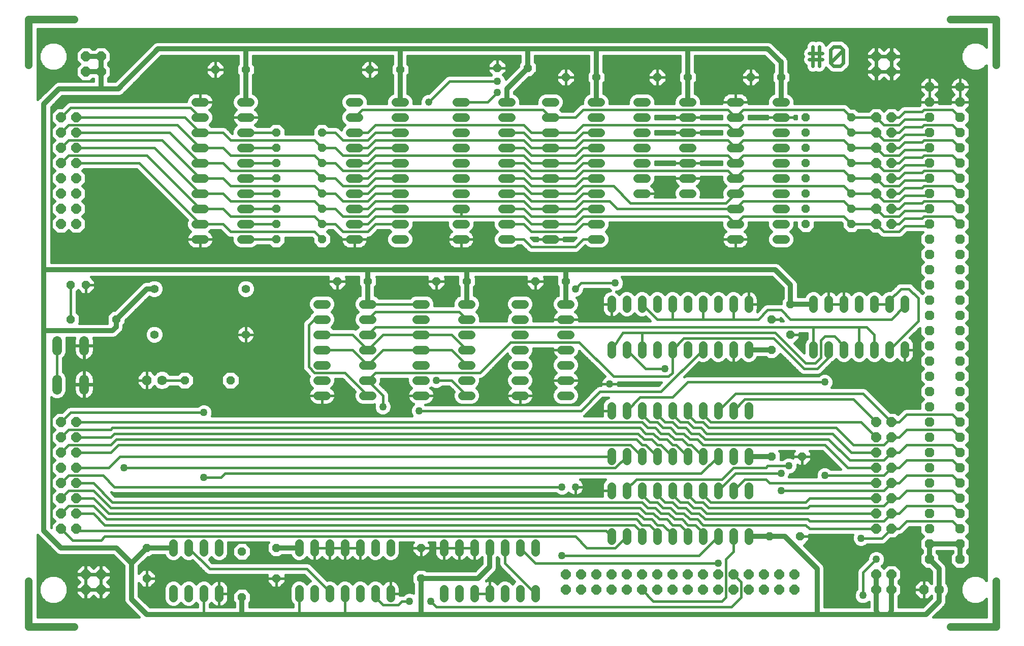
<source format=gtl>
G75*
%MOIN*%
%OFA0B0*%
%FSLAX24Y24*%
%IPPOS*%
%LPD*%
%AMOC8*
5,1,8,0,0,1.08239X$1,22.5*
%
%ADD10C,0.0230*%
%ADD11C,0.0560*%
%ADD12OC8,0.0560*%
%ADD13C,0.0560*%
%ADD14C,0.0640*%
%ADD15OC8,0.0630*%
%ADD16C,0.0630*%
%ADD17C,0.0500*%
%ADD18OC8,0.0640*%
%ADD19C,0.0500*%
%ADD20C,0.0480*%
%ADD21C,0.0160*%
%ADD22C,0.0320*%
D10*
X056160Y043975D02*
X056160Y045246D01*
X056584Y045246D02*
X056584Y043975D01*
X056796Y044399D02*
X055948Y044399D01*
X055948Y044822D02*
X056584Y044822D01*
X056796Y044822D01*
X057330Y045034D02*
X057330Y044187D01*
X058177Y045034D01*
X058177Y044187D01*
X057965Y043975D01*
X057541Y043975D01*
X057330Y044187D01*
X057330Y045034D02*
X057541Y045246D01*
X057965Y045246D01*
X058177Y045034D01*
D11*
X054363Y041610D02*
X053803Y041610D01*
X053803Y040610D02*
X054363Y040610D01*
X054363Y039610D02*
X053803Y039610D01*
X053803Y038610D02*
X054363Y038610D01*
X054363Y037610D02*
X053803Y037610D01*
X053803Y036610D02*
X054363Y036610D01*
X054363Y035610D02*
X053803Y035610D01*
X053803Y034610D02*
X054363Y034610D01*
X054363Y033610D02*
X053803Y033610D01*
X053803Y032610D02*
X054363Y032610D01*
X051363Y032610D02*
X050803Y032610D01*
X050803Y033610D02*
X051363Y033610D01*
X051363Y034610D02*
X050803Y034610D01*
X050803Y035610D02*
X051363Y035610D01*
X051363Y036610D02*
X050803Y036610D01*
X050803Y037610D02*
X051363Y037610D01*
X051363Y038610D02*
X050803Y038610D01*
X050803Y039610D02*
X051363Y039610D01*
X051363Y040610D02*
X050803Y040610D01*
X050803Y041610D02*
X051363Y041610D01*
X048238Y041610D02*
X047678Y041610D01*
X047678Y040610D02*
X048238Y040610D01*
X048238Y039610D02*
X047678Y039610D01*
X047678Y038610D02*
X048238Y038610D01*
X048238Y037610D02*
X047678Y037610D01*
X047678Y036610D02*
X048238Y036610D01*
X048238Y035610D02*
X047678Y035610D01*
X045238Y035610D02*
X044678Y035610D01*
X044678Y036610D02*
X045238Y036610D01*
X045238Y037610D02*
X044678Y037610D01*
X044678Y038610D02*
X045238Y038610D01*
X045238Y039610D02*
X044678Y039610D01*
X044678Y040610D02*
X045238Y040610D01*
X045238Y041610D02*
X044678Y041610D01*
X042238Y041610D02*
X041678Y041610D01*
X041678Y040610D02*
X042238Y040610D01*
X042238Y039610D02*
X041678Y039610D01*
X041678Y038610D02*
X042238Y038610D01*
X042238Y037610D02*
X041678Y037610D01*
X041678Y036610D02*
X042238Y036610D01*
X042238Y035610D02*
X041678Y035610D01*
X041678Y034610D02*
X042238Y034610D01*
X042238Y033610D02*
X041678Y033610D01*
X041678Y032610D02*
X042238Y032610D01*
X039238Y032610D02*
X038678Y032610D01*
X038678Y033610D02*
X039238Y033610D01*
X039238Y034610D02*
X038678Y034610D01*
X038678Y035610D02*
X039238Y035610D01*
X039238Y036610D02*
X038678Y036610D01*
X038678Y037610D02*
X039238Y037610D01*
X039238Y038610D02*
X038678Y038610D01*
X038678Y039610D02*
X039238Y039610D01*
X039238Y040610D02*
X038678Y040610D01*
X038678Y041610D02*
X039238Y041610D01*
X036363Y041610D02*
X035803Y041610D01*
X035803Y040610D02*
X036363Y040610D01*
X036363Y039610D02*
X035803Y039610D01*
X035803Y038610D02*
X036363Y038610D01*
X036363Y037610D02*
X035803Y037610D01*
X035803Y036610D02*
X036363Y036610D01*
X036363Y035610D02*
X035803Y035610D01*
X035803Y034610D02*
X036363Y034610D01*
X036363Y033610D02*
X035803Y033610D01*
X035803Y032610D02*
X036363Y032610D01*
X033363Y032610D02*
X032803Y032610D01*
X032803Y033610D02*
X033363Y033610D01*
X033363Y034610D02*
X032803Y034610D01*
X032803Y035610D02*
X033363Y035610D01*
X033363Y036610D02*
X032803Y036610D01*
X032803Y037610D02*
X033363Y037610D01*
X033363Y038610D02*
X032803Y038610D01*
X032803Y039610D02*
X033363Y039610D01*
X033363Y040610D02*
X032803Y040610D01*
X032803Y041610D02*
X033363Y041610D01*
X029363Y041610D02*
X028803Y041610D01*
X028803Y040610D02*
X029363Y040610D01*
X029363Y039610D02*
X028803Y039610D01*
X028803Y038610D02*
X029363Y038610D01*
X029363Y037610D02*
X028803Y037610D01*
X028803Y036610D02*
X029363Y036610D01*
X029363Y035610D02*
X028803Y035610D01*
X028803Y034610D02*
X029363Y034610D01*
X029363Y033610D02*
X028803Y033610D01*
X028803Y032610D02*
X029363Y032610D01*
X026363Y032610D02*
X025803Y032610D01*
X025803Y033610D02*
X026363Y033610D01*
X026363Y034610D02*
X025803Y034610D01*
X025803Y035610D02*
X026363Y035610D01*
X026363Y036610D02*
X025803Y036610D01*
X025803Y037610D02*
X026363Y037610D01*
X026363Y038610D02*
X025803Y038610D01*
X025803Y039610D02*
X026363Y039610D01*
X026363Y040610D02*
X025803Y040610D01*
X025803Y041610D02*
X026363Y041610D01*
X019238Y041610D02*
X018678Y041610D01*
X018678Y040610D02*
X019238Y040610D01*
X019238Y039610D02*
X018678Y039610D01*
X018678Y038610D02*
X019238Y038610D01*
X019238Y037610D02*
X018678Y037610D01*
X018678Y036610D02*
X019238Y036610D01*
X019238Y035610D02*
X018678Y035610D01*
X018678Y034610D02*
X019238Y034610D01*
X019238Y033610D02*
X018678Y033610D01*
X018678Y032610D02*
X019238Y032610D01*
X016238Y032610D02*
X015678Y032610D01*
X015678Y033610D02*
X016238Y033610D01*
X016238Y034610D02*
X015678Y034610D01*
X015678Y035610D02*
X016238Y035610D01*
X016238Y036610D02*
X015678Y036610D01*
X015678Y037610D02*
X016238Y037610D01*
X016238Y038610D02*
X015678Y038610D01*
X015678Y039610D02*
X016238Y039610D01*
X016238Y040610D02*
X015678Y040610D01*
X015678Y041610D02*
X016238Y041610D01*
X023678Y028360D02*
X024238Y028360D01*
X024238Y027360D02*
X023678Y027360D01*
X023678Y026360D02*
X024238Y026360D01*
X024238Y025360D02*
X023678Y025360D01*
X023678Y024360D02*
X024238Y024360D01*
X024238Y023360D02*
X023678Y023360D01*
X023678Y022360D02*
X024238Y022360D01*
X026678Y022360D02*
X027238Y022360D01*
X027238Y023360D02*
X026678Y023360D01*
X026678Y024360D02*
X027238Y024360D01*
X027238Y025360D02*
X026678Y025360D01*
X026678Y026360D02*
X027238Y026360D01*
X027238Y027360D02*
X026678Y027360D01*
X026678Y028360D02*
X027238Y028360D01*
X030178Y028360D02*
X030738Y028360D01*
X030738Y027360D02*
X030178Y027360D01*
X030178Y026360D02*
X030738Y026360D01*
X030738Y025360D02*
X030178Y025360D01*
X030178Y024360D02*
X030738Y024360D01*
X030738Y023360D02*
X030178Y023360D01*
X030178Y022360D02*
X030738Y022360D01*
X033178Y022360D02*
X033738Y022360D01*
X033738Y023360D02*
X033178Y023360D01*
X033178Y024360D02*
X033738Y024360D01*
X033738Y025360D02*
X033178Y025360D01*
X033178Y026360D02*
X033738Y026360D01*
X033738Y027360D02*
X033178Y027360D01*
X033178Y028360D02*
X033738Y028360D01*
X036678Y028360D02*
X037238Y028360D01*
X037238Y027360D02*
X036678Y027360D01*
X036678Y026360D02*
X037238Y026360D01*
X037238Y025360D02*
X036678Y025360D01*
X036678Y024360D02*
X037238Y024360D01*
X037238Y023360D02*
X036678Y023360D01*
X036678Y022360D02*
X037238Y022360D01*
X039678Y022360D02*
X040238Y022360D01*
X040238Y023360D02*
X039678Y023360D01*
X039678Y024360D02*
X040238Y024360D01*
X040238Y025360D02*
X039678Y025360D01*
X039678Y026360D02*
X040238Y026360D01*
X040238Y027360D02*
X039678Y027360D01*
X039678Y028360D02*
X040238Y028360D01*
X042958Y028640D02*
X042958Y028080D01*
X043958Y028080D02*
X043958Y028640D01*
X044958Y028640D02*
X044958Y028080D01*
X045958Y028080D02*
X045958Y028640D01*
X046958Y028640D02*
X046958Y028080D01*
X047958Y028080D02*
X047958Y028640D01*
X048958Y028640D02*
X048958Y028080D01*
X049958Y028080D02*
X049958Y028640D01*
X050958Y028640D02*
X050958Y028080D01*
X051958Y028080D02*
X051958Y028640D01*
X051958Y025640D02*
X051958Y025080D01*
X050958Y025080D02*
X050958Y025640D01*
X049958Y025640D02*
X049958Y025080D01*
X048958Y025080D02*
X048958Y025640D01*
X047958Y025640D02*
X047958Y025080D01*
X046958Y025080D02*
X046958Y025640D01*
X045958Y025640D02*
X045958Y025080D01*
X044958Y025080D02*
X044958Y025640D01*
X043958Y025640D02*
X043958Y025080D01*
X042958Y025080D02*
X042958Y025640D01*
X042958Y021640D02*
X042958Y021080D01*
X043958Y021080D02*
X043958Y021640D01*
X044958Y021640D02*
X044958Y021080D01*
X045958Y021080D02*
X045958Y021640D01*
X046958Y021640D02*
X046958Y021080D01*
X047958Y021080D02*
X047958Y021640D01*
X048958Y021640D02*
X048958Y021080D01*
X049958Y021080D02*
X049958Y021640D01*
X050958Y021640D02*
X050958Y021080D01*
X051958Y021080D02*
X051958Y021640D01*
X051958Y018640D02*
X051958Y018080D01*
X050958Y018080D02*
X050958Y018640D01*
X049958Y018640D02*
X049958Y018080D01*
X048958Y018080D02*
X048958Y018640D01*
X047958Y018640D02*
X047958Y018080D01*
X046958Y018080D02*
X046958Y018640D01*
X045958Y018640D02*
X045958Y018080D01*
X044958Y018080D02*
X044958Y018640D01*
X043958Y018640D02*
X043958Y018080D01*
X042958Y018080D02*
X042958Y018640D01*
X042958Y016390D02*
X042958Y015830D01*
X043958Y015830D02*
X043958Y016390D01*
X044958Y016390D02*
X044958Y015830D01*
X045958Y015830D02*
X045958Y016390D01*
X046958Y016390D02*
X046958Y015830D01*
X047958Y015830D02*
X047958Y016390D01*
X048958Y016390D02*
X048958Y015830D01*
X049958Y015830D02*
X049958Y016390D01*
X050958Y016390D02*
X050958Y015830D01*
X051958Y015830D02*
X051958Y016390D01*
X051958Y013390D02*
X051958Y012830D01*
X050958Y012830D02*
X050958Y013390D01*
X049958Y013390D02*
X049958Y012830D01*
X048958Y012830D02*
X048958Y013390D01*
X047958Y013390D02*
X047958Y012830D01*
X046958Y012830D02*
X046958Y013390D01*
X045958Y013390D02*
X045958Y012830D01*
X044958Y012830D02*
X044958Y013390D01*
X043958Y013390D02*
X043958Y012830D01*
X042958Y012830D02*
X042958Y013390D01*
X037958Y012640D02*
X037958Y012080D01*
X036958Y012080D02*
X036958Y012640D01*
X035958Y012640D02*
X035958Y012080D01*
X034958Y012080D02*
X034958Y012640D01*
X033958Y012640D02*
X033958Y012080D01*
X032958Y012080D02*
X032958Y012640D01*
X031958Y012640D02*
X031958Y012080D01*
X031958Y009640D02*
X031958Y009080D01*
X032958Y009080D02*
X032958Y009640D01*
X033958Y009640D02*
X033958Y009080D01*
X034958Y009080D02*
X034958Y009640D01*
X035958Y009640D02*
X035958Y009080D01*
X036958Y009080D02*
X036958Y009640D01*
X037958Y009640D02*
X037958Y009080D01*
X028458Y009080D02*
X028458Y009640D01*
X027458Y009640D02*
X027458Y009080D01*
X026458Y009080D02*
X026458Y009640D01*
X025458Y009640D02*
X025458Y009080D01*
X024458Y009080D02*
X024458Y009640D01*
X023458Y009640D02*
X023458Y009080D01*
X022458Y009080D02*
X022458Y009640D01*
X022458Y012080D02*
X022458Y012640D01*
X023458Y012640D02*
X023458Y012080D01*
X024458Y012080D02*
X024458Y012640D01*
X025458Y012640D02*
X025458Y012080D01*
X026458Y012080D02*
X026458Y012640D01*
X027458Y012640D02*
X027458Y012080D01*
X028458Y012080D02*
X028458Y012640D01*
X017208Y012640D02*
X017208Y012080D01*
X016208Y012080D02*
X016208Y012640D01*
X015208Y012640D02*
X015208Y012080D01*
X014208Y012080D02*
X014208Y012640D01*
X014208Y009640D02*
X014208Y009080D01*
X015208Y009080D02*
X015208Y009640D01*
X016208Y009640D02*
X016208Y009080D01*
X017208Y009080D02*
X017208Y009640D01*
X056208Y025080D02*
X056208Y025640D01*
X057208Y025640D02*
X057208Y025080D01*
X058208Y025080D02*
X058208Y025640D01*
X059208Y025640D02*
X059208Y025080D01*
X060208Y025080D02*
X060208Y025640D01*
X061208Y025640D02*
X061208Y025080D01*
X062208Y025080D02*
X062208Y025640D01*
X062208Y028080D02*
X062208Y028640D01*
X061208Y028640D02*
X061208Y028080D01*
X060208Y028080D02*
X060208Y028640D01*
X059208Y028640D02*
X059208Y028080D01*
X058208Y028080D02*
X058208Y028640D01*
X057208Y028640D02*
X057208Y028080D01*
X056208Y028080D02*
X056208Y028640D01*
D12*
X054708Y028360D03*
X053458Y027360D03*
X054708Y026360D03*
X053458Y025360D03*
X053458Y018360D03*
X055458Y018360D03*
X055333Y013110D03*
X053333Y013110D03*
X039958Y029860D03*
X037958Y029860D03*
X033458Y029860D03*
X031458Y029860D03*
X026958Y029860D03*
X024958Y029860D03*
X023958Y032610D03*
X023958Y033610D03*
X023958Y034610D03*
X023958Y035610D03*
X023958Y036610D03*
X023958Y037610D03*
X023958Y038610D03*
X023958Y039610D03*
X020958Y039610D03*
X020958Y038610D03*
X020958Y037610D03*
X020958Y036610D03*
X020958Y035610D03*
X020958Y034610D03*
X020958Y033610D03*
X020958Y032610D03*
X010458Y027360D03*
X007458Y027360D03*
X007458Y029610D03*
X008458Y029610D03*
X014958Y023360D03*
X017958Y023360D03*
X018708Y012110D03*
X020958Y012360D03*
X020958Y010360D03*
X018708Y009110D03*
X012458Y010360D03*
X012458Y012360D03*
X030458Y012360D03*
X030458Y010360D03*
X055708Y033610D03*
X055708Y034610D03*
X055708Y035610D03*
X055708Y036610D03*
X055708Y037610D03*
X055708Y038610D03*
X055708Y039610D03*
X055708Y040610D03*
X058708Y040610D03*
X058708Y039610D03*
X058708Y038610D03*
X058708Y037610D03*
X058708Y036610D03*
X058708Y035610D03*
X058708Y034610D03*
X058708Y033610D03*
X054083Y043235D03*
X052083Y043235D03*
X047958Y043235D03*
X045958Y043235D03*
X041958Y043235D03*
X039958Y043235D03*
X037458Y043860D03*
X035458Y043860D03*
X029083Y043735D03*
X027083Y043735D03*
X018958Y043735D03*
X016958Y043735D03*
D13*
X018958Y029360D03*
X018958Y026360D03*
X012958Y026360D03*
X012958Y029360D03*
D14*
X008348Y025960D02*
X008348Y025320D01*
X006568Y025320D02*
X006568Y025960D01*
X006568Y023400D02*
X006568Y022760D01*
X008348Y022760D02*
X008348Y023400D01*
D15*
X012458Y023360D03*
X063458Y009610D03*
X063833Y011610D03*
X063833Y012610D03*
X063833Y013610D03*
X063833Y014610D03*
X063833Y015610D03*
X063833Y016610D03*
X063833Y017610D03*
X063833Y018610D03*
X063833Y019610D03*
X063833Y020610D03*
X063833Y021610D03*
X063833Y022610D03*
X063833Y023610D03*
X063833Y024610D03*
X063833Y025610D03*
X063833Y026610D03*
X063833Y027610D03*
X063833Y028610D03*
X063833Y029610D03*
X063833Y030610D03*
X063833Y031610D03*
X063833Y032610D03*
X063833Y033610D03*
X063833Y034610D03*
X063833Y035610D03*
X063833Y036610D03*
X063833Y037610D03*
X063833Y038610D03*
X063833Y039610D03*
X063833Y040610D03*
X063833Y041610D03*
X063833Y042610D03*
X065833Y041610D03*
X065833Y040610D03*
X065833Y039610D03*
X065833Y038610D03*
X065833Y037610D03*
X065833Y036610D03*
X065833Y035610D03*
X065833Y034610D03*
X065833Y033610D03*
X065833Y032610D03*
X065833Y031610D03*
X065833Y030610D03*
X065833Y029610D03*
X065833Y028610D03*
X065833Y027610D03*
X065833Y026610D03*
X065833Y025610D03*
X065833Y024610D03*
X065833Y023610D03*
X065833Y022610D03*
X065833Y021610D03*
X065833Y020610D03*
X065833Y019610D03*
X065833Y018610D03*
X065833Y017610D03*
X065833Y016610D03*
X065833Y015610D03*
X065833Y014610D03*
X065833Y013610D03*
X065833Y012610D03*
X065833Y011610D03*
D16*
X064458Y009610D03*
X065833Y042610D03*
X013458Y023360D03*
D17*
X007683Y007170D02*
X004683Y007170D01*
X004683Y010170D01*
X004683Y044050D02*
X004683Y047050D01*
X007683Y047050D01*
X065183Y047050D02*
X068183Y047050D01*
X068183Y044050D01*
X068183Y010170D02*
X068183Y007170D01*
X065183Y007170D01*
D18*
X061333Y009610D03*
X060333Y009610D03*
X060333Y010610D03*
X061333Y010610D03*
X061333Y013610D03*
X060333Y013610D03*
X060333Y014610D03*
X061333Y014610D03*
X061333Y015610D03*
X060333Y015610D03*
X060333Y016610D03*
X061333Y016610D03*
X061333Y017610D03*
X060333Y017610D03*
X060333Y018610D03*
X061333Y018610D03*
X061333Y019610D03*
X060333Y019610D03*
X060333Y020610D03*
X061333Y020610D03*
X054958Y010610D03*
X053958Y010610D03*
X052958Y010610D03*
X051958Y010610D03*
X050958Y010610D03*
X049958Y010610D03*
X048958Y010610D03*
X047958Y010610D03*
X046958Y010610D03*
X045958Y010610D03*
X044958Y010610D03*
X043958Y010610D03*
X042958Y010610D03*
X041958Y010610D03*
X040958Y010610D03*
X039958Y010610D03*
X039958Y009610D03*
X040958Y009610D03*
X041958Y009610D03*
X042958Y009610D03*
X043958Y009610D03*
X044958Y009610D03*
X045958Y009610D03*
X046958Y009610D03*
X047958Y009610D03*
X048958Y009610D03*
X049958Y009610D03*
X050958Y009610D03*
X051958Y009610D03*
X052958Y009610D03*
X053958Y009610D03*
X054958Y009610D03*
X060333Y033610D03*
X061333Y033610D03*
X061333Y034610D03*
X060333Y034610D03*
X060333Y035610D03*
X061333Y035610D03*
X061333Y036610D03*
X060333Y036610D03*
X060333Y037610D03*
X061333Y037610D03*
X061333Y038610D03*
X060333Y038610D03*
X060333Y039610D03*
X060333Y040610D03*
X061333Y040610D03*
X061333Y039610D03*
X061333Y043610D03*
X060333Y043610D03*
X060333Y044610D03*
X061333Y044610D03*
X009458Y044610D03*
X008458Y044610D03*
X008458Y043610D03*
X009458Y043610D03*
X007833Y040610D03*
X006833Y040610D03*
X006833Y039610D03*
X007833Y039610D03*
X007833Y038610D03*
X006833Y038610D03*
X006833Y037610D03*
X007833Y037610D03*
X007833Y036610D03*
X006833Y036610D03*
X006833Y035610D03*
X007833Y035610D03*
X007833Y034610D03*
X006833Y034610D03*
X006833Y033610D03*
X007833Y033610D03*
X007833Y020610D03*
X006833Y020610D03*
X006833Y019610D03*
X007833Y019610D03*
X007833Y018610D03*
X006833Y018610D03*
X006833Y017610D03*
X007833Y017610D03*
X007833Y016610D03*
X006833Y016610D03*
X006833Y015610D03*
X007833Y015610D03*
X007833Y014610D03*
X006833Y014610D03*
X006833Y013610D03*
X007833Y013610D03*
X008458Y010610D03*
X008458Y009610D03*
X009458Y009610D03*
X009458Y010610D03*
D19*
X016208Y016985D03*
X010958Y017610D03*
X016208Y021235D03*
X027958Y021610D03*
X030333Y021360D03*
X031458Y023360D03*
X039708Y016360D03*
X040583Y016360D03*
X039708Y011860D03*
X031083Y008860D03*
X029708Y008860D03*
X042833Y023110D03*
X046458Y024110D03*
X043208Y029735D03*
X040583Y029360D03*
X054583Y017735D03*
X054083Y017235D03*
X054083Y016110D03*
X056958Y017110D03*
X059333Y012985D03*
X060333Y011610D03*
X059458Y009235D03*
X049958Y011360D03*
X056958Y023235D03*
X035458Y042235D03*
X035458Y042985D03*
D20*
X030958Y041610D03*
D21*
X032333Y042985D01*
X035458Y042985D01*
X035052Y043385D02*
X032254Y043385D01*
X032107Y043324D01*
X030953Y042170D01*
X030847Y042170D01*
X030641Y042085D01*
X030484Y041927D01*
X030398Y041721D01*
X030398Y041510D01*
X029963Y041510D01*
X029963Y041729D01*
X029872Y041950D01*
X029703Y042119D01*
X029563Y042177D01*
X029563Y043366D01*
X029683Y043486D01*
X029683Y043984D01*
X029563Y044104D01*
X029563Y044630D01*
X036978Y044630D01*
X036978Y044229D01*
X036858Y044109D01*
X036858Y043939D01*
X036025Y043106D01*
X035942Y043308D01*
X035848Y043401D01*
X036058Y043611D01*
X036058Y043860D01*
X036058Y044109D01*
X035707Y044460D01*
X035458Y044460D01*
X035210Y044460D01*
X034858Y044109D01*
X034858Y043860D01*
X034858Y043611D01*
X035069Y043401D01*
X035052Y043385D01*
X034972Y043498D02*
X029683Y043498D01*
X029683Y043657D02*
X034858Y043657D01*
X034858Y043815D02*
X029683Y043815D01*
X029683Y043974D02*
X034858Y043974D01*
X034858Y043860D02*
X035458Y043860D01*
X034858Y043860D01*
X034882Y044132D02*
X029563Y044132D01*
X029563Y044291D02*
X035040Y044291D01*
X035199Y044449D02*
X029563Y044449D01*
X029563Y044608D02*
X036978Y044608D01*
X036978Y044449D02*
X035718Y044449D01*
X035876Y044291D02*
X036978Y044291D01*
X036882Y044132D02*
X036035Y044132D01*
X036058Y043974D02*
X036858Y043974D01*
X036735Y043815D02*
X036058Y043815D01*
X036058Y043860D02*
X035458Y043860D01*
X035458Y043860D01*
X035458Y044460D01*
X035458Y043860D01*
X035458Y043860D01*
X036058Y043860D01*
X036058Y043657D02*
X036576Y043657D01*
X036418Y043498D02*
X035945Y043498D01*
X035910Y043340D02*
X036259Y043340D01*
X036101Y043181D02*
X035994Y043181D01*
X035458Y043860D02*
X035458Y043860D01*
X035458Y043974D02*
X035458Y043974D01*
X035458Y044132D02*
X035458Y044132D01*
X035458Y044291D02*
X035458Y044291D01*
X035458Y044449D02*
X035458Y044449D01*
X037141Y042864D02*
X039481Y042864D01*
X039358Y042986D02*
X039710Y042635D01*
X039958Y042635D01*
X039958Y043235D01*
X039358Y043235D01*
X039358Y042986D01*
X039358Y043023D02*
X037300Y043023D01*
X037458Y043181D02*
X039358Y043181D01*
X039358Y043235D02*
X039958Y043235D01*
X039958Y043235D01*
X039958Y043235D01*
X039958Y043835D01*
X039710Y043835D01*
X039358Y043484D01*
X039358Y043235D01*
X039358Y043340D02*
X037786Y043340D01*
X037707Y043260D02*
X038058Y043611D01*
X038058Y044109D01*
X037938Y044229D01*
X037938Y044630D01*
X041478Y044630D01*
X041478Y043604D01*
X041358Y043484D01*
X041358Y042986D01*
X041478Y042866D01*
X041478Y042177D01*
X041338Y042119D01*
X041170Y041950D01*
X041078Y041729D01*
X041078Y041510D01*
X041004Y041510D01*
X040857Y041449D01*
X040418Y041010D01*
X039687Y041010D01*
X039587Y041110D01*
X039747Y041270D01*
X039838Y041491D01*
X039838Y041729D01*
X039747Y041950D01*
X039578Y042119D01*
X039358Y042210D01*
X038559Y042210D01*
X038338Y042119D01*
X038170Y041950D01*
X038078Y041729D01*
X038078Y041510D01*
X036963Y041510D01*
X036963Y041729D01*
X036872Y041950D01*
X036703Y042119D01*
X036563Y042177D01*
X036563Y042286D01*
X037537Y043260D01*
X037707Y043260D01*
X037945Y043498D02*
X039373Y043498D01*
X039531Y043657D02*
X038058Y043657D01*
X038058Y043815D02*
X039690Y043815D01*
X039958Y043815D02*
X039958Y043815D01*
X039958Y043835D02*
X040207Y043835D01*
X040558Y043484D01*
X040558Y043235D01*
X039958Y043235D01*
X039958Y043235D01*
X039958Y042635D01*
X040207Y042635D01*
X040558Y042986D01*
X040558Y043235D01*
X039958Y043235D01*
X039958Y043835D01*
X039958Y043657D02*
X039958Y043657D01*
X039958Y043498D02*
X039958Y043498D01*
X039958Y043340D02*
X039958Y043340D01*
X039958Y043235D02*
X039958Y043235D01*
X039958Y043181D02*
X039958Y043181D01*
X039958Y043023D02*
X039958Y043023D01*
X039958Y042864D02*
X039958Y042864D01*
X039958Y042706D02*
X039958Y042706D01*
X039639Y042706D02*
X036983Y042706D01*
X036824Y042547D02*
X041478Y042547D01*
X041478Y042389D02*
X036666Y042389D01*
X036563Y042230D02*
X041478Y042230D01*
X041291Y042072D02*
X039625Y042072D01*
X039762Y041913D02*
X041154Y041913D01*
X041089Y041755D02*
X039828Y041755D01*
X039838Y041596D02*
X041078Y041596D01*
X040845Y041438D02*
X039816Y041438D01*
X039751Y041279D02*
X040687Y041279D01*
X040528Y041121D02*
X039597Y041121D01*
X038958Y040610D02*
X038458Y041110D01*
X026583Y041110D01*
X026083Y040610D01*
X025455Y040110D02*
X025295Y039950D01*
X025226Y039783D01*
X025172Y039837D01*
X025060Y039949D01*
X024913Y040010D01*
X024407Y040010D01*
X024207Y040210D01*
X023710Y040210D01*
X023358Y039859D01*
X023358Y039510D01*
X021558Y039510D01*
X021558Y039859D01*
X021207Y040210D01*
X020710Y040210D01*
X020510Y040010D01*
X019687Y040010D01*
X019580Y040117D01*
X019629Y040152D01*
X019696Y040219D01*
X019751Y040296D01*
X019794Y040380D01*
X019824Y040469D01*
X019838Y040563D01*
X019838Y040610D01*
X018958Y040610D01*
X018078Y040610D01*
X018078Y040563D01*
X018093Y040469D01*
X018122Y040380D01*
X018165Y040296D01*
X018221Y040219D01*
X018287Y040152D01*
X018337Y040117D01*
X018170Y039950D01*
X018078Y039729D01*
X018078Y039556D01*
X017797Y039837D01*
X017685Y039949D01*
X017538Y040010D01*
X016687Y040010D01*
X016587Y040110D01*
X016747Y040270D01*
X016838Y040491D01*
X016838Y040729D01*
X016747Y040950D01*
X016580Y041117D01*
X016629Y041152D01*
X016696Y041219D01*
X016751Y041296D01*
X016794Y041380D01*
X016824Y041469D01*
X016838Y041563D01*
X016838Y041610D01*
X015958Y041610D01*
X015958Y042210D01*
X015631Y042210D01*
X015538Y042195D01*
X015448Y042166D01*
X015364Y042123D01*
X015287Y042068D01*
X015221Y042001D01*
X015165Y041924D01*
X015122Y041840D01*
X015093Y041750D01*
X015078Y041657D01*
X015078Y041635D01*
X007379Y041635D01*
X007232Y041574D01*
X006908Y041250D01*
X006568Y041250D01*
X006193Y040875D01*
X006193Y040345D01*
X006428Y040110D01*
X006193Y039875D01*
X006193Y039345D01*
X006428Y039110D01*
X006193Y038875D01*
X006193Y038345D01*
X006428Y038110D01*
X006193Y037875D01*
X006193Y037345D01*
X006428Y037110D01*
X006193Y036875D01*
X006193Y036345D01*
X006428Y036110D01*
X006193Y035875D01*
X006193Y035345D01*
X006428Y035110D01*
X006193Y034875D01*
X006193Y034345D01*
X006428Y034110D01*
X006193Y033875D01*
X006193Y033345D01*
X006568Y032970D01*
X007098Y032970D01*
X007333Y033205D01*
X007568Y032970D01*
X008098Y032970D01*
X008473Y033345D01*
X008473Y033875D01*
X008238Y034110D01*
X008473Y034345D01*
X008473Y034875D01*
X008238Y035110D01*
X008473Y035345D01*
X008473Y035875D01*
X008238Y036110D01*
X008473Y036345D01*
X008473Y036875D01*
X008238Y037110D01*
X008338Y037210D01*
X011793Y037210D01*
X015135Y033867D01*
X015078Y033729D01*
X015078Y033491D01*
X015170Y033270D01*
X015337Y033103D01*
X015287Y033068D01*
X015221Y033001D01*
X015165Y032924D01*
X015122Y032840D01*
X015093Y032750D01*
X015078Y032657D01*
X015078Y032610D01*
X015078Y032563D01*
X015093Y032469D01*
X015122Y032380D01*
X015165Y032296D01*
X015221Y032219D01*
X015287Y032152D01*
X015364Y032097D01*
X015448Y032054D01*
X015538Y032025D01*
X015631Y032010D01*
X015958Y032010D01*
X015958Y032610D01*
X015078Y032610D01*
X015958Y032610D01*
X015958Y032610D01*
X015958Y032610D01*
X015958Y032010D01*
X016286Y032010D01*
X016379Y032025D01*
X016469Y032054D01*
X016553Y032097D01*
X016629Y032152D01*
X016696Y032219D01*
X016751Y032296D01*
X016794Y032380D01*
X016824Y032469D01*
X016838Y032563D01*
X016838Y032610D01*
X015958Y032610D01*
X016838Y032610D01*
X016838Y032657D01*
X016824Y032750D01*
X016794Y032840D01*
X016751Y032924D01*
X016696Y033001D01*
X016629Y033068D01*
X016580Y033103D01*
X016687Y033210D01*
X017293Y033210D01*
X017732Y032771D01*
X017879Y032710D01*
X018078Y032710D01*
X018078Y032491D01*
X018170Y032270D01*
X018338Y032101D01*
X018559Y032010D01*
X019358Y032010D01*
X019578Y032101D01*
X019687Y032210D01*
X020510Y032210D01*
X020710Y032010D01*
X021207Y032010D01*
X021558Y032361D01*
X021558Y032710D01*
X023293Y032710D01*
X023358Y032644D01*
X023358Y032361D01*
X023710Y032010D01*
X024207Y032010D01*
X024558Y032361D01*
X024558Y032859D01*
X024307Y033110D01*
X024407Y033210D01*
X024668Y033210D01*
X025107Y032771D01*
X025214Y032726D01*
X025203Y032657D01*
X025203Y032610D01*
X025203Y032563D01*
X025218Y032469D01*
X025247Y032380D01*
X025290Y032296D01*
X025346Y032219D01*
X025412Y032152D01*
X025489Y032097D01*
X025573Y032054D01*
X025663Y032025D01*
X025756Y032010D01*
X026083Y032010D01*
X026083Y032610D01*
X025203Y032610D01*
X026083Y032610D01*
X026083Y032610D01*
X026083Y032610D01*
X026083Y032010D01*
X026411Y032010D01*
X026504Y032025D01*
X026594Y032054D01*
X026678Y032097D01*
X026754Y032152D01*
X026821Y032219D01*
X026876Y032296D01*
X026919Y032380D01*
X026949Y032469D01*
X026963Y032563D01*
X026963Y032610D01*
X026963Y032657D01*
X026955Y032710D01*
X027038Y032710D01*
X027185Y032771D01*
X027297Y032883D01*
X027624Y033210D01*
X028355Y033210D01*
X028455Y033110D01*
X028295Y032950D01*
X028203Y032729D01*
X028203Y032491D01*
X028295Y032270D01*
X028463Y032101D01*
X028684Y032010D01*
X029483Y032010D01*
X029703Y032101D01*
X029872Y032270D01*
X029963Y032491D01*
X029963Y032729D01*
X029872Y032950D01*
X029712Y033110D01*
X029872Y033270D01*
X029963Y033491D01*
X029963Y033710D01*
X032203Y033710D01*
X032203Y033491D01*
X032295Y033270D01*
X032462Y033103D01*
X032412Y033068D01*
X032346Y033001D01*
X032290Y032924D01*
X032247Y032840D01*
X032218Y032750D01*
X032203Y032657D01*
X032203Y032610D01*
X032203Y032563D01*
X032218Y032469D01*
X032247Y032380D01*
X032290Y032296D01*
X032346Y032219D01*
X032412Y032152D01*
X032489Y032097D01*
X032573Y032054D01*
X032663Y032025D01*
X032756Y032010D01*
X033083Y032010D01*
X033083Y032610D01*
X032203Y032610D01*
X033083Y032610D01*
X033083Y032610D01*
X033083Y032610D01*
X033083Y032010D01*
X033411Y032010D01*
X033504Y032025D01*
X033594Y032054D01*
X033678Y032097D01*
X033754Y032152D01*
X033821Y032219D01*
X033876Y032296D01*
X033919Y032380D01*
X033949Y032469D01*
X033963Y032563D01*
X033963Y032610D01*
X033963Y032657D01*
X033949Y032750D01*
X033919Y032840D01*
X033876Y032924D01*
X033821Y033001D01*
X033754Y033068D01*
X033705Y033103D01*
X033872Y033270D01*
X033963Y033491D01*
X033963Y033710D01*
X035203Y033710D01*
X035203Y033491D01*
X035295Y033270D01*
X035455Y033110D01*
X035295Y032950D01*
X035203Y032729D01*
X035203Y032491D01*
X035295Y032270D01*
X035463Y032101D01*
X035684Y032010D01*
X036483Y032010D01*
X036703Y032101D01*
X036812Y032210D01*
X037043Y032210D01*
X037369Y031883D01*
X037482Y031771D01*
X037629Y031710D01*
X040663Y031710D01*
X040810Y031771D01*
X041239Y032200D01*
X041338Y032101D01*
X041559Y032010D01*
X042358Y032010D01*
X042578Y032101D01*
X042747Y032270D01*
X042838Y032491D01*
X042838Y032729D01*
X042747Y032950D01*
X042587Y033110D01*
X042747Y033270D01*
X042838Y033491D01*
X042838Y033710D01*
X050203Y033710D01*
X050203Y033491D01*
X050295Y033270D01*
X050462Y033103D01*
X050412Y033068D01*
X050346Y033001D01*
X050290Y032924D01*
X050247Y032840D01*
X050218Y032750D01*
X050203Y032657D01*
X050203Y032610D01*
X050203Y032563D01*
X050218Y032469D01*
X050247Y032380D01*
X050290Y032296D01*
X050346Y032219D01*
X050412Y032152D01*
X050489Y032097D01*
X050573Y032054D01*
X050663Y032025D01*
X050756Y032010D01*
X051083Y032010D01*
X051083Y032610D01*
X050203Y032610D01*
X051083Y032610D01*
X051083Y032610D01*
X051083Y032610D01*
X051083Y032010D01*
X051411Y032010D01*
X051504Y032025D01*
X051594Y032054D01*
X051678Y032097D01*
X051754Y032152D01*
X051821Y032219D01*
X051876Y032296D01*
X051919Y032380D01*
X051949Y032469D01*
X051963Y032563D01*
X051963Y032610D01*
X051963Y032657D01*
X051949Y032750D01*
X051919Y032840D01*
X051876Y032924D01*
X051821Y033001D01*
X051754Y033068D01*
X051705Y033103D01*
X051872Y033270D01*
X051963Y033491D01*
X051963Y033710D01*
X053203Y033710D01*
X053203Y033491D01*
X053295Y033270D01*
X053455Y033110D01*
X053295Y032950D01*
X053203Y032729D01*
X053203Y032491D01*
X053295Y032270D01*
X053463Y032101D01*
X053684Y032010D01*
X054483Y032010D01*
X054703Y032101D01*
X054872Y032270D01*
X054963Y032491D01*
X054963Y032729D01*
X054872Y032950D01*
X054712Y033110D01*
X054872Y033270D01*
X054963Y033491D01*
X054963Y033710D01*
X055108Y033710D01*
X055108Y033361D01*
X055460Y033010D01*
X055957Y033010D01*
X056308Y033361D01*
X056308Y033710D01*
X058043Y033710D01*
X058108Y033644D01*
X058108Y033361D01*
X058460Y033010D01*
X058957Y033010D01*
X059157Y033210D01*
X059828Y033210D01*
X060068Y032970D01*
X060408Y032970D01*
X060607Y032771D01*
X060754Y032710D01*
X061913Y032710D01*
X062060Y032771D01*
X062172Y032883D01*
X062374Y033085D01*
X063410Y033085D01*
X063198Y032873D01*
X063198Y032347D01*
X063435Y032110D01*
X063198Y031873D01*
X063198Y031347D01*
X063435Y031110D01*
X063198Y030873D01*
X063198Y030347D01*
X063435Y030110D01*
X063198Y029873D01*
X063198Y029347D01*
X063435Y029110D01*
X063355Y029029D01*
X062797Y029587D01*
X062685Y029699D01*
X062538Y029760D01*
X061879Y029760D01*
X061732Y029699D01*
X061273Y029240D01*
X061089Y029240D01*
X060868Y029149D01*
X060708Y028989D01*
X060548Y029149D01*
X060328Y029240D01*
X060089Y029240D01*
X059868Y029149D01*
X059708Y028989D01*
X059548Y029149D01*
X059328Y029240D01*
X059089Y029240D01*
X058868Y029149D01*
X058702Y028982D01*
X058666Y029031D01*
X058599Y029098D01*
X058523Y029153D01*
X058439Y029196D01*
X058349Y029225D01*
X058256Y029240D01*
X058208Y029240D01*
X058161Y029240D01*
X058068Y029225D01*
X057978Y029196D01*
X057894Y029153D01*
X057817Y029098D01*
X057751Y029031D01*
X057708Y028973D01*
X057666Y029031D01*
X057599Y029098D01*
X057523Y029153D01*
X057439Y029196D01*
X057349Y029225D01*
X057256Y029240D01*
X057208Y029240D01*
X057161Y029240D01*
X057068Y029225D01*
X056978Y029196D01*
X056894Y029153D01*
X056817Y029098D01*
X056751Y029031D01*
X056715Y028982D01*
X056548Y029149D01*
X056328Y029240D01*
X056089Y029240D01*
X055868Y029149D01*
X055700Y028980D01*
X055642Y028840D01*
X055188Y028840D01*
X055188Y029705D01*
X055115Y029882D01*
X054980Y030017D01*
X053980Y031017D01*
X053804Y031090D01*
X006188Y031090D01*
X006188Y041286D01*
X006907Y042005D01*
X010679Y042005D01*
X010855Y042078D01*
X013407Y044630D01*
X018478Y044630D01*
X018478Y044104D01*
X018358Y043984D01*
X018358Y043486D01*
X018478Y043366D01*
X018478Y042177D01*
X018338Y042119D01*
X018170Y041950D01*
X018078Y041729D01*
X018078Y041491D01*
X018170Y041270D01*
X018337Y041103D01*
X018287Y041068D01*
X018221Y041001D01*
X018165Y040924D01*
X018122Y040840D01*
X018093Y040750D01*
X018078Y040657D01*
X018078Y040610D01*
X018958Y040610D01*
X018958Y040610D01*
X019838Y040610D01*
X019838Y040657D01*
X019824Y040750D01*
X019794Y040840D01*
X019751Y040924D01*
X019696Y041001D01*
X019629Y041068D01*
X019580Y041103D01*
X019747Y041270D01*
X019838Y041491D01*
X019838Y041729D01*
X019747Y041950D01*
X019578Y042119D01*
X019438Y042177D01*
X019438Y043366D01*
X019558Y043486D01*
X019558Y043984D01*
X019438Y044104D01*
X019438Y044630D01*
X028603Y044630D01*
X028603Y044104D01*
X028483Y043984D01*
X028483Y043486D01*
X028603Y043366D01*
X028603Y042177D01*
X028463Y042119D01*
X028295Y041950D01*
X028203Y041729D01*
X028203Y041510D01*
X026963Y041510D01*
X026963Y041729D01*
X026872Y041950D01*
X026703Y042119D01*
X026483Y042210D01*
X025684Y042210D01*
X025463Y042119D01*
X025295Y041950D01*
X025203Y041729D01*
X025203Y041491D01*
X025295Y041270D01*
X025455Y041110D01*
X025295Y040950D01*
X025203Y040729D01*
X025203Y040491D01*
X025295Y040270D01*
X025455Y040110D01*
X025395Y040170D02*
X024247Y040170D01*
X024406Y040011D02*
X025356Y040011D01*
X025254Y039853D02*
X025156Y039853D01*
X025172Y039837D02*
X025172Y039837D01*
X024833Y039610D02*
X025333Y039110D01*
X026958Y039110D01*
X027458Y039610D01*
X029083Y039610D01*
X029083Y038610D02*
X027458Y038610D01*
X026958Y038110D01*
X025333Y038110D01*
X024833Y038610D01*
X023958Y038610D01*
X023458Y039110D01*
X017958Y039110D01*
X017458Y039610D01*
X015958Y039610D01*
X014958Y040610D01*
X007833Y040610D01*
X007333Y040110D02*
X006833Y039610D01*
X006329Y040011D02*
X006188Y040011D01*
X006188Y039853D02*
X006193Y039853D01*
X006188Y039694D02*
X006193Y039694D01*
X006188Y039536D02*
X006193Y039536D01*
X006188Y039377D02*
X006193Y039377D01*
X006188Y039219D02*
X006320Y039219D01*
X006378Y039060D02*
X006188Y039060D01*
X006188Y038902D02*
X006220Y038902D01*
X006193Y038743D02*
X006188Y038743D01*
X006188Y038585D02*
X006193Y038585D01*
X006188Y038426D02*
X006193Y038426D01*
X006188Y038268D02*
X006271Y038268D01*
X006188Y038109D02*
X006427Y038109D01*
X006269Y037951D02*
X006188Y037951D01*
X006188Y037792D02*
X006193Y037792D01*
X006188Y037634D02*
X006193Y037634D01*
X006188Y037475D02*
X006193Y037475D01*
X006188Y037317D02*
X006222Y037317D01*
X006188Y037158D02*
X006380Y037158D01*
X006318Y037000D02*
X006188Y037000D01*
X006188Y036841D02*
X006193Y036841D01*
X006188Y036683D02*
X006193Y036683D01*
X006188Y036524D02*
X006193Y036524D01*
X006188Y036366D02*
X006193Y036366D01*
X006188Y036207D02*
X006331Y036207D01*
X006367Y036049D02*
X006188Y036049D01*
X006188Y035890D02*
X006208Y035890D01*
X006193Y035732D02*
X006188Y035732D01*
X006188Y035573D02*
X006193Y035573D01*
X006188Y035415D02*
X006193Y035415D01*
X006188Y035256D02*
X006282Y035256D01*
X006188Y035098D02*
X006416Y035098D01*
X006257Y034939D02*
X006188Y034939D01*
X006188Y034781D02*
X006193Y034781D01*
X006188Y034622D02*
X006193Y034622D01*
X006188Y034464D02*
X006193Y034464D01*
X006188Y034305D02*
X006233Y034305D01*
X006188Y034147D02*
X006392Y034147D01*
X006306Y033988D02*
X006188Y033988D01*
X006188Y033830D02*
X006193Y033830D01*
X006188Y033671D02*
X006193Y033671D01*
X006188Y033513D02*
X006193Y033513D01*
X006188Y033354D02*
X006193Y033354D01*
X006188Y033196D02*
X006343Y033196D01*
X006188Y033037D02*
X006501Y033037D01*
X006188Y032879D02*
X015142Y032879D01*
X015088Y032720D02*
X006188Y032720D01*
X006188Y032562D02*
X015079Y032562D01*
X015115Y032403D02*
X006188Y032403D01*
X006188Y032245D02*
X015202Y032245D01*
X015385Y032086D02*
X006188Y032086D01*
X006188Y031928D02*
X037325Y031928D01*
X037167Y032086D02*
X036666Y032086D01*
X037208Y032610D02*
X036083Y032610D01*
X035500Y032086D02*
X033657Y032086D01*
X033839Y032245D02*
X035320Y032245D01*
X035240Y032403D02*
X033927Y032403D01*
X033963Y032562D02*
X035203Y032562D01*
X035203Y032720D02*
X033953Y032720D01*
X033963Y032610D02*
X033083Y032610D01*
X033083Y032610D01*
X033963Y032610D01*
X033900Y032879D02*
X035265Y032879D01*
X035382Y033037D02*
X033785Y033037D01*
X033797Y033196D02*
X035369Y033196D01*
X035260Y033354D02*
X033907Y033354D01*
X033963Y033513D02*
X035203Y033513D01*
X035203Y033671D02*
X033963Y033671D01*
X033083Y034110D02*
X033083Y034610D01*
X033083Y034110D02*
X027458Y034110D01*
X026958Y033610D01*
X026083Y033610D01*
X025333Y034110D02*
X024833Y034610D01*
X023958Y034610D01*
X023458Y035110D01*
X017958Y035110D01*
X017458Y035610D01*
X015958Y035610D01*
X012958Y038610D01*
X007833Y038610D01*
X007333Y038110D02*
X006833Y037610D01*
X007333Y038110D02*
X012458Y038110D01*
X015958Y034610D01*
X017458Y034610D01*
X017958Y034110D01*
X023458Y034110D01*
X023958Y033610D01*
X024833Y033610D01*
X025333Y033110D01*
X026958Y033110D01*
X027458Y033610D01*
X029083Y033610D01*
X028369Y033196D02*
X027610Y033196D01*
X027451Y033037D02*
X028382Y033037D01*
X028265Y032879D02*
X027293Y032879D01*
X027062Y032720D02*
X028203Y032720D01*
X028203Y032562D02*
X026963Y032562D01*
X026963Y032610D02*
X026083Y032610D01*
X026963Y032610D01*
X026927Y032403D02*
X028240Y032403D01*
X028320Y032245D02*
X026839Y032245D01*
X026657Y032086D02*
X028500Y032086D01*
X029666Y032086D02*
X032510Y032086D01*
X032327Y032245D02*
X029846Y032245D01*
X029927Y032403D02*
X032240Y032403D01*
X032204Y032562D02*
X029963Y032562D01*
X029963Y032720D02*
X032213Y032720D01*
X032267Y032879D02*
X029902Y032879D01*
X029785Y033037D02*
X032382Y033037D01*
X032369Y033196D02*
X029797Y033196D01*
X029907Y033354D02*
X032260Y033354D01*
X032203Y033513D02*
X029963Y033513D01*
X029963Y033671D02*
X032203Y033671D01*
X033083Y034110D02*
X037208Y034110D01*
X037708Y033610D01*
X038958Y033610D01*
X040583Y033610D01*
X041083Y034110D01*
X050583Y034110D01*
X051083Y033610D01*
X051583Y034110D01*
X058208Y034110D01*
X058708Y033610D01*
X060333Y033610D01*
X060833Y033110D01*
X061833Y033110D01*
X062208Y033485D01*
X063708Y033485D01*
X063833Y033610D01*
X063333Y033985D02*
X062208Y033985D01*
X061833Y033610D01*
X061333Y033610D01*
X060833Y034110D02*
X060333Y034610D01*
X058708Y034610D01*
X058208Y035110D01*
X051583Y035110D01*
X051083Y034610D01*
X043333Y034610D01*
X042833Y035110D01*
X041083Y035110D01*
X040583Y034610D01*
X038958Y034610D01*
X037708Y034610D01*
X037208Y035110D01*
X027458Y035110D01*
X026958Y034610D01*
X026083Y034610D01*
X025333Y034110D02*
X026958Y034110D01*
X027458Y034610D01*
X029083Y034610D01*
X029083Y035610D02*
X027458Y035610D01*
X026958Y035110D01*
X025333Y035110D01*
X024833Y035610D01*
X023958Y035610D01*
X023458Y036110D01*
X017958Y036110D01*
X017458Y036610D01*
X015958Y036610D01*
X013458Y039110D01*
X007333Y039110D01*
X006833Y038610D01*
X007833Y037610D02*
X011958Y037610D01*
X015958Y033610D01*
X017458Y033610D01*
X017958Y033110D01*
X023458Y033110D01*
X023958Y032610D01*
X024380Y033037D02*
X024841Y033037D01*
X024999Y032879D02*
X024538Y032879D01*
X024558Y032720D02*
X025213Y032720D01*
X025204Y032562D02*
X024558Y032562D01*
X024558Y032403D02*
X025240Y032403D01*
X025327Y032245D02*
X024441Y032245D01*
X024283Y032086D02*
X025510Y032086D01*
X026083Y032086D02*
X026083Y032086D01*
X026083Y032245D02*
X026083Y032245D01*
X026083Y032403D02*
X026083Y032403D01*
X026083Y032562D02*
X026083Y032562D01*
X026083Y032610D02*
X026083Y032610D01*
X024682Y033196D02*
X024392Y033196D01*
X023358Y032562D02*
X021558Y032562D01*
X021558Y032403D02*
X023358Y032403D01*
X023475Y032245D02*
X021441Y032245D01*
X021283Y032086D02*
X023634Y032086D01*
X024380Y030130D02*
X024358Y030109D01*
X024358Y029860D01*
X024358Y029611D01*
X024710Y029260D01*
X024958Y029260D01*
X024958Y029860D01*
X024358Y029860D01*
X024958Y029860D01*
X024958Y029860D01*
X024958Y029860D01*
X024958Y029260D01*
X025207Y029260D01*
X025558Y029611D01*
X025558Y029860D01*
X025558Y030109D01*
X025537Y030130D01*
X026380Y030130D01*
X026358Y030109D01*
X026358Y029611D01*
X026478Y029491D01*
X026478Y028927D01*
X026338Y028869D01*
X026170Y028700D01*
X026078Y028479D01*
X026078Y028241D01*
X026170Y028020D01*
X026330Y027860D01*
X026170Y027700D01*
X026078Y027479D01*
X026078Y027241D01*
X026170Y027020D01*
X026330Y026860D01*
X026174Y026704D01*
X026038Y026760D01*
X024687Y026760D01*
X024587Y026860D01*
X024747Y027020D01*
X024838Y027241D01*
X024838Y027479D01*
X024747Y027700D01*
X024587Y027860D01*
X024747Y028020D01*
X024838Y028241D01*
X024838Y028479D01*
X024747Y028700D01*
X024578Y028869D01*
X024358Y028960D01*
X023559Y028960D01*
X023338Y028869D01*
X023170Y028700D01*
X023078Y028479D01*
X023078Y028241D01*
X023170Y028020D01*
X023330Y027860D01*
X023170Y027700D01*
X023125Y027593D01*
X023119Y027587D01*
X022744Y027212D01*
X022683Y027065D01*
X022683Y024155D01*
X022744Y024008D01*
X022857Y023896D01*
X023135Y023617D01*
X023078Y023479D01*
X023078Y023241D01*
X023170Y023020D01*
X023337Y022853D01*
X023287Y022818D01*
X023221Y022751D01*
X023165Y022674D01*
X023122Y022590D01*
X023093Y022500D01*
X023078Y022407D01*
X023078Y022360D01*
X023078Y022313D01*
X023093Y022219D01*
X023122Y022130D01*
X023165Y022046D01*
X023221Y021969D01*
X023287Y021902D01*
X023364Y021847D01*
X023448Y021804D01*
X023538Y021775D01*
X023631Y021760D01*
X023958Y021760D01*
X023958Y022360D01*
X023078Y022360D01*
X023958Y022360D01*
X023958Y022360D01*
X023958Y022360D01*
X023958Y021760D01*
X024286Y021760D01*
X024379Y021775D01*
X024469Y021804D01*
X024553Y021847D01*
X024629Y021902D01*
X024696Y021969D01*
X024751Y022046D01*
X024794Y022130D01*
X024824Y022219D01*
X024838Y022313D01*
X024838Y022360D01*
X024838Y022407D01*
X024824Y022500D01*
X024794Y022590D01*
X024751Y022674D01*
X024696Y022751D01*
X024629Y022818D01*
X024580Y022853D01*
X024747Y023020D01*
X024838Y023241D01*
X024838Y023460D01*
X025293Y023460D01*
X026135Y022617D01*
X026078Y022479D01*
X026078Y022241D01*
X026170Y022020D01*
X026338Y021851D01*
X026559Y021760D01*
X027358Y021760D01*
X027413Y021783D01*
X027388Y021723D01*
X027388Y021497D01*
X027475Y021287D01*
X027635Y021127D01*
X027845Y021040D01*
X028072Y021040D01*
X028281Y021127D01*
X028442Y021287D01*
X028528Y021497D01*
X028528Y021723D01*
X028442Y021933D01*
X028358Y022016D01*
X028358Y022440D01*
X028297Y022587D01*
X028185Y022699D01*
X027781Y023103D01*
X027838Y023241D01*
X027838Y023460D01*
X029578Y023460D01*
X029578Y023241D01*
X029670Y023020D01*
X029837Y022853D01*
X029787Y022818D01*
X029721Y022751D01*
X029665Y022674D01*
X029622Y022590D01*
X029593Y022500D01*
X029578Y022407D01*
X029578Y022360D01*
X029578Y022313D01*
X029593Y022219D01*
X029622Y022130D01*
X029665Y022046D01*
X029721Y021969D01*
X029787Y021902D01*
X029864Y021847D01*
X029948Y021804D01*
X029966Y021798D01*
X029850Y021683D01*
X029763Y021473D01*
X029763Y021247D01*
X029850Y021037D01*
X029877Y021010D01*
X016732Y021010D01*
X016778Y021122D01*
X016778Y021348D01*
X016692Y021558D01*
X016531Y021718D01*
X016322Y021805D01*
X016095Y021805D01*
X015885Y021718D01*
X015802Y021635D01*
X007379Y021635D01*
X007232Y021574D01*
X006908Y021250D01*
X006568Y021250D01*
X006193Y020875D01*
X006193Y020345D01*
X006428Y020110D01*
X006193Y019875D01*
X006193Y019345D01*
X006428Y019110D01*
X006193Y018875D01*
X006193Y018345D01*
X006428Y018110D01*
X006193Y017875D01*
X006193Y017345D01*
X006428Y017110D01*
X006193Y016875D01*
X006193Y016345D01*
X006428Y016110D01*
X006193Y015875D01*
X006193Y015345D01*
X006428Y015110D01*
X006193Y014875D01*
X006193Y014345D01*
X006428Y014110D01*
X006193Y013875D01*
X006193Y013679D01*
X006188Y013684D01*
X006188Y022235D01*
X006206Y022217D01*
X006441Y022120D01*
X006696Y022120D01*
X006931Y022217D01*
X007111Y022397D01*
X007208Y022633D01*
X007208Y023527D01*
X007720Y023527D01*
X007719Y023525D02*
X007708Y023442D01*
X007708Y023100D01*
X008328Y023100D01*
X008328Y023060D01*
X007708Y023060D01*
X007708Y022718D01*
X007719Y022635D01*
X007741Y022554D01*
X007773Y022476D01*
X007815Y022404D01*
X007866Y022337D01*
X007925Y022278D01*
X007992Y022227D01*
X008065Y022185D01*
X008142Y022153D01*
X008223Y022131D01*
X008306Y022120D01*
X008328Y022120D01*
X008328Y023060D01*
X008368Y023060D01*
X008368Y022120D01*
X008390Y022120D01*
X008473Y022131D01*
X008554Y022153D01*
X008632Y022185D01*
X008705Y022227D01*
X008771Y022278D01*
X008831Y022337D01*
X008882Y022404D01*
X008924Y022476D01*
X008956Y022554D01*
X008977Y022635D01*
X008988Y022718D01*
X008988Y023060D01*
X008368Y023060D01*
X008368Y023100D01*
X008328Y023100D01*
X008328Y024040D01*
X008306Y024040D01*
X008223Y024029D01*
X008142Y024007D01*
X008065Y023975D01*
X007992Y023933D01*
X007925Y023882D01*
X007866Y023823D01*
X007815Y023756D01*
X007773Y023684D01*
X007741Y023606D01*
X007719Y023525D01*
X007708Y023369D02*
X007208Y023369D01*
X007208Y023527D02*
X007111Y023763D01*
X006968Y023905D01*
X006968Y024815D01*
X007111Y024957D01*
X007208Y025193D01*
X007208Y026087D01*
X007191Y026130D01*
X007731Y026130D01*
X007719Y026085D01*
X007708Y026002D01*
X007708Y025660D01*
X008328Y025660D01*
X008328Y025620D01*
X007708Y025620D01*
X007708Y025278D01*
X007719Y025195D01*
X007741Y025114D01*
X007773Y025036D01*
X007815Y024964D01*
X007866Y024897D01*
X007925Y024838D01*
X007992Y024787D01*
X008065Y024745D01*
X008142Y024713D01*
X008223Y024691D01*
X008306Y024680D01*
X008328Y024680D01*
X008328Y025620D01*
X008368Y025620D01*
X008368Y024680D01*
X008390Y024680D01*
X008473Y024691D01*
X008554Y024713D01*
X008632Y024745D01*
X008705Y024787D01*
X008771Y024838D01*
X008831Y024897D01*
X008882Y024964D01*
X008924Y025036D01*
X008956Y025114D01*
X008977Y025195D01*
X008988Y025278D01*
X008988Y025620D01*
X008368Y025620D01*
X008368Y025660D01*
X008988Y025660D01*
X008988Y026002D01*
X008977Y026085D01*
X008965Y026130D01*
X010304Y026130D01*
X010480Y026203D01*
X010615Y026338D01*
X010865Y026588D01*
X010938Y026765D01*
X010938Y026991D01*
X011058Y027111D01*
X011058Y027281D01*
X012626Y028848D01*
X012839Y028760D01*
X013078Y028760D01*
X013298Y028851D01*
X013467Y029020D01*
X013558Y029241D01*
X013558Y029479D01*
X013467Y029700D01*
X013298Y029869D01*
X013078Y029960D01*
X012839Y029960D01*
X012618Y029869D01*
X012590Y029840D01*
X012363Y029840D01*
X012186Y029767D01*
X012051Y029632D01*
X010380Y027960D01*
X010210Y027960D01*
X009858Y027609D01*
X009858Y027111D01*
X009880Y027090D01*
X008037Y027090D01*
X008058Y027111D01*
X008058Y027609D01*
X007858Y027809D01*
X007858Y029161D01*
X007958Y029261D01*
X008210Y029010D01*
X008458Y029010D01*
X008458Y029610D01*
X008458Y029610D01*
X008458Y029010D01*
X008707Y029010D01*
X009058Y029361D01*
X009058Y029610D01*
X009058Y029859D01*
X008787Y030130D01*
X024380Y030130D01*
X024358Y030026D02*
X008891Y030026D01*
X009050Y029867D02*
X012617Y029867D01*
X012128Y029709D02*
X009058Y029709D01*
X009058Y029610D02*
X008458Y029610D01*
X008458Y029610D01*
X009058Y029610D01*
X009058Y029550D02*
X011970Y029550D01*
X011811Y029392D02*
X009058Y029392D01*
X008930Y029233D02*
X011653Y029233D01*
X011494Y029075D02*
X008771Y029075D01*
X008458Y029075D02*
X008458Y029075D01*
X008458Y029233D02*
X008458Y029233D01*
X008458Y029392D02*
X008458Y029392D01*
X008458Y029550D02*
X008458Y029550D01*
X007987Y029233D02*
X007930Y029233D01*
X007858Y029075D02*
X008145Y029075D01*
X007858Y028916D02*
X011336Y028916D01*
X011177Y028758D02*
X007858Y028758D01*
X007858Y028599D02*
X011019Y028599D01*
X010860Y028441D02*
X007858Y028441D01*
X007858Y028282D02*
X010702Y028282D01*
X010543Y028124D02*
X007858Y028124D01*
X007858Y027965D02*
X010385Y027965D01*
X010056Y027807D02*
X007860Y027807D01*
X008019Y027648D02*
X009898Y027648D01*
X009858Y027490D02*
X008058Y027490D01*
X008058Y027331D02*
X009858Y027331D01*
X009858Y027173D02*
X008058Y027173D01*
X007458Y027360D02*
X007458Y029610D01*
X006188Y031135D02*
X063410Y031135D01*
X063302Y030977D02*
X054021Y030977D01*
X054179Y030818D02*
X063198Y030818D01*
X063198Y030660D02*
X054338Y030660D01*
X054496Y030501D02*
X063198Y030501D01*
X063203Y030343D02*
X054655Y030343D01*
X054813Y030184D02*
X063361Y030184D01*
X063351Y030026D02*
X054972Y030026D01*
X055121Y029867D02*
X063198Y029867D01*
X063198Y029709D02*
X062662Y029709D01*
X062834Y029550D02*
X063198Y029550D01*
X063198Y029392D02*
X062992Y029392D01*
X063151Y029233D02*
X063312Y029233D01*
X063309Y029075D02*
X063400Y029075D01*
X063083Y028735D02*
X062458Y029360D01*
X061958Y029360D01*
X061208Y028610D01*
X061208Y028360D01*
X060208Y028360D01*
X059794Y029075D02*
X059622Y029075D01*
X059344Y029233D02*
X060072Y029233D01*
X060344Y029233D02*
X061072Y029233D01*
X060794Y029075D02*
X060622Y029075D01*
X061424Y029392D02*
X055188Y029392D01*
X055188Y029550D02*
X061583Y029550D01*
X061755Y029709D02*
X055187Y029709D01*
X055188Y029233D02*
X056072Y029233D01*
X056344Y029233D02*
X057117Y029233D01*
X057208Y029233D02*
X057208Y029233D01*
X057208Y029240D02*
X057208Y028360D01*
X057208Y028360D01*
X057208Y029240D01*
X057300Y029233D02*
X058117Y029233D01*
X058208Y029233D02*
X058208Y029233D01*
X058208Y029240D02*
X058208Y028360D01*
X057208Y028360D01*
X057808Y028360D01*
X058208Y028360D01*
X058208Y028360D01*
X058208Y028360D01*
X058208Y029240D01*
X058300Y029233D02*
X059072Y029233D01*
X058794Y029075D02*
X058622Y029075D01*
X058208Y029075D02*
X058208Y029075D01*
X058208Y028916D02*
X058208Y028916D01*
X058208Y028758D02*
X058208Y028758D01*
X058208Y028599D02*
X058208Y028599D01*
X058208Y028441D02*
X058208Y028441D01*
X057794Y029075D02*
X057622Y029075D01*
X057208Y029075D02*
X057208Y029075D01*
X057208Y028916D02*
X057208Y028916D01*
X057208Y028758D02*
X057208Y028758D01*
X057208Y028599D02*
X057208Y028599D01*
X057208Y028441D02*
X057208Y028441D01*
X057208Y028360D02*
X057208Y028360D01*
X056794Y029075D02*
X056622Y029075D01*
X055794Y029075D02*
X055188Y029075D01*
X055188Y028916D02*
X055673Y028916D01*
X054228Y028916D02*
X052491Y028916D01*
X052471Y028954D02*
X052416Y029031D01*
X052349Y029098D01*
X052273Y029153D01*
X052189Y029196D01*
X052099Y029225D01*
X052006Y029240D01*
X051958Y029240D01*
X051911Y029240D01*
X051818Y029225D01*
X051728Y029196D01*
X051644Y029153D01*
X051567Y029098D01*
X051501Y029031D01*
X051465Y028982D01*
X051298Y029149D01*
X051078Y029240D01*
X050839Y029240D01*
X050618Y029149D01*
X050458Y028989D01*
X050298Y029149D01*
X050078Y029240D01*
X049839Y029240D01*
X049618Y029149D01*
X049458Y028989D01*
X049298Y029149D01*
X049078Y029240D01*
X048839Y029240D01*
X048618Y029149D01*
X048458Y028989D01*
X048298Y029149D01*
X048078Y029240D01*
X047839Y029240D01*
X047618Y029149D01*
X047458Y028989D01*
X047298Y029149D01*
X047078Y029240D01*
X046839Y029240D01*
X046618Y029149D01*
X046458Y028989D01*
X046298Y029149D01*
X046078Y029240D01*
X045839Y029240D01*
X045618Y029149D01*
X045458Y028989D01*
X045298Y029149D01*
X045078Y029240D01*
X044839Y029240D01*
X044618Y029149D01*
X044458Y028989D01*
X044298Y029149D01*
X044078Y029240D01*
X043839Y029240D01*
X043618Y029149D01*
X043452Y028982D01*
X043416Y029031D01*
X043349Y029098D01*
X043273Y029153D01*
X043250Y029165D01*
X043322Y029165D01*
X043531Y029252D01*
X043692Y029412D01*
X043778Y029622D01*
X043778Y029848D01*
X043692Y030058D01*
X043619Y030130D01*
X053510Y030130D01*
X054228Y029411D01*
X054228Y028729D01*
X054108Y028609D01*
X054108Y028385D01*
X053129Y028385D01*
X052982Y028324D01*
X052869Y028212D01*
X052518Y027860D01*
X052544Y027939D01*
X052558Y028033D01*
X052558Y028360D01*
X052558Y028687D01*
X052544Y028780D01*
X052514Y028870D01*
X052471Y028954D01*
X052372Y029075D02*
X054228Y029075D01*
X054228Y029233D02*
X052050Y029233D01*
X051958Y029233D02*
X051958Y029233D01*
X051958Y029240D02*
X051958Y028360D01*
X051958Y028360D01*
X051958Y029240D01*
X051867Y029233D02*
X051094Y029233D01*
X050822Y029233D02*
X050094Y029233D01*
X049822Y029233D02*
X049094Y029233D01*
X048822Y029233D02*
X048094Y029233D01*
X047822Y029233D02*
X047094Y029233D01*
X046822Y029233D02*
X046094Y029233D01*
X045822Y029233D02*
X045094Y029233D01*
X044822Y029233D02*
X044094Y029233D01*
X043822Y029233D02*
X043486Y029233D01*
X043544Y029075D02*
X043372Y029075D01*
X043671Y029392D02*
X054228Y029392D01*
X054089Y029550D02*
X043749Y029550D01*
X043778Y029709D02*
X053931Y029709D01*
X053772Y029867D02*
X043771Y029867D01*
X043705Y030026D02*
X053614Y030026D01*
X054228Y028758D02*
X052547Y028758D01*
X052558Y028599D02*
X054108Y028599D01*
X054108Y028441D02*
X052558Y028441D01*
X052558Y028360D02*
X051958Y028360D01*
X051958Y028360D01*
X052558Y028360D01*
X052558Y028282D02*
X052940Y028282D01*
X052781Y028124D02*
X052558Y028124D01*
X052548Y027965D02*
X052623Y027965D01*
X053208Y027985D02*
X052583Y027360D01*
X050958Y027360D01*
X050958Y028360D01*
X050544Y029075D02*
X050372Y029075D01*
X049544Y029075D02*
X049372Y029075D01*
X048958Y028360D02*
X048958Y027360D01*
X050958Y027360D01*
X051958Y028441D02*
X051958Y028441D01*
X051958Y028599D02*
X051958Y028599D01*
X051958Y028758D02*
X051958Y028758D01*
X051958Y028916D02*
X051958Y028916D01*
X051958Y029075D02*
X051958Y029075D01*
X051544Y029075D02*
X051372Y029075D01*
X053208Y027985D02*
X054083Y027985D01*
X054708Y027360D01*
X061333Y027360D01*
X062208Y028235D01*
X062208Y028360D01*
X063083Y028735D02*
X063083Y027235D01*
X061208Y025360D01*
X061715Y024738D02*
X061548Y024571D01*
X061328Y024480D01*
X061089Y024480D01*
X060868Y024571D01*
X060708Y024731D01*
X060548Y024571D01*
X060328Y024480D01*
X060089Y024480D01*
X059868Y024571D01*
X059708Y024731D01*
X059548Y024571D01*
X059328Y024480D01*
X059089Y024480D01*
X058868Y024571D01*
X058708Y024731D01*
X058548Y024571D01*
X058328Y024480D01*
X058089Y024480D01*
X057868Y024571D01*
X057708Y024731D01*
X057548Y024571D01*
X057441Y024527D01*
X057435Y024521D01*
X056685Y023771D01*
X056538Y023710D01*
X055504Y023710D01*
X055357Y023771D01*
X055244Y023883D01*
X054037Y025090D01*
X053707Y024760D01*
X053210Y024760D01*
X053090Y024880D01*
X052525Y024880D01*
X052467Y024740D01*
X052298Y024571D01*
X052078Y024480D01*
X051839Y024480D01*
X051618Y024571D01*
X051452Y024738D01*
X051416Y024689D01*
X051349Y024622D01*
X051273Y024567D01*
X051189Y024524D01*
X051099Y024495D01*
X051006Y024480D01*
X050958Y024480D01*
X050958Y025360D01*
X050958Y025360D01*
X050958Y024480D01*
X050911Y024480D01*
X050818Y024495D01*
X050728Y024524D01*
X050644Y024567D01*
X050567Y024622D01*
X050501Y024689D01*
X050465Y024738D01*
X050298Y024571D01*
X050078Y024480D01*
X049839Y024480D01*
X049618Y024571D01*
X049458Y024731D01*
X049298Y024571D01*
X049078Y024480D01*
X048839Y024480D01*
X048701Y024537D01*
X047743Y023579D01*
X047879Y023635D01*
X056552Y023635D01*
X056635Y023718D01*
X056845Y023805D01*
X057072Y023805D01*
X057281Y023718D01*
X057442Y023558D01*
X057528Y023348D01*
X057528Y023122D01*
X057442Y022912D01*
X057414Y022885D01*
X059538Y022885D01*
X059685Y022824D01*
X059797Y022712D01*
X061259Y021250D01*
X061598Y021250D01*
X061753Y021095D01*
X062107Y021449D01*
X062254Y021510D01*
X063198Y021510D01*
X063198Y021873D01*
X063435Y022110D01*
X063198Y022347D01*
X063198Y022873D01*
X063435Y023110D01*
X063198Y023347D01*
X063198Y023873D01*
X063435Y024110D01*
X063198Y024347D01*
X063198Y024873D01*
X063435Y025110D01*
X063198Y025347D01*
X063198Y025873D01*
X063435Y026110D01*
X063198Y026347D01*
X063198Y026784D01*
X062549Y026134D01*
X062599Y026098D01*
X062666Y026031D01*
X062721Y025954D01*
X062764Y025870D01*
X062794Y025780D01*
X062808Y025687D01*
X062808Y025360D01*
X062208Y025360D01*
X062208Y025360D01*
X062208Y024480D01*
X062161Y024480D01*
X062068Y024495D01*
X061978Y024524D01*
X061894Y024567D01*
X061817Y024622D01*
X061751Y024689D01*
X061715Y024738D01*
X061803Y024637D02*
X061613Y024637D01*
X062208Y024637D02*
X062208Y024637D01*
X062208Y024480D02*
X062256Y024480D01*
X062349Y024495D01*
X062439Y024524D01*
X062523Y024567D01*
X062599Y024622D01*
X062666Y024689D01*
X062721Y024766D01*
X062764Y024850D01*
X062794Y024939D01*
X062808Y025033D01*
X062808Y025360D01*
X062208Y025360D01*
X062208Y024480D01*
X062208Y024795D02*
X062208Y024795D01*
X062208Y024954D02*
X062208Y024954D01*
X062208Y025112D02*
X062208Y025112D01*
X062208Y025271D02*
X062208Y025271D01*
X062208Y025360D02*
X062208Y025360D01*
X062808Y025429D02*
X063198Y025429D01*
X063198Y025588D02*
X062808Y025588D01*
X062799Y025746D02*
X063198Y025746D01*
X063230Y025905D02*
X062747Y025905D01*
X062634Y026063D02*
X063388Y026063D01*
X063324Y026222D02*
X062636Y026222D01*
X062794Y026380D02*
X063198Y026380D01*
X063198Y026539D02*
X062953Y026539D01*
X063111Y026697D02*
X063198Y026697D01*
X063275Y025271D02*
X062808Y025271D01*
X062808Y025112D02*
X063433Y025112D01*
X063279Y024954D02*
X062796Y024954D01*
X062737Y024795D02*
X063198Y024795D01*
X063198Y024637D02*
X062613Y024637D01*
X063198Y024478D02*
X057392Y024478D01*
X057234Y024320D02*
X063226Y024320D01*
X063384Y024161D02*
X057075Y024161D01*
X056917Y024003D02*
X063328Y024003D01*
X063198Y023844D02*
X056758Y023844D01*
X056603Y023686D02*
X047850Y023686D01*
X048008Y023844D02*
X055284Y023844D01*
X055125Y024003D02*
X048167Y024003D01*
X048325Y024161D02*
X054967Y024161D01*
X054808Y024320D02*
X048484Y024320D01*
X048642Y024478D02*
X054650Y024478D01*
X054491Y024637D02*
X052363Y024637D01*
X052490Y024795D02*
X053175Y024795D01*
X053742Y024795D02*
X054333Y024795D01*
X054174Y024954D02*
X053900Y024954D01*
X054978Y025781D02*
X055308Y026111D01*
X055308Y026360D01*
X055308Y026460D01*
X055808Y026460D01*
X055808Y026089D01*
X055700Y025980D01*
X055608Y025759D01*
X055608Y025151D01*
X054978Y025781D01*
X055013Y025746D02*
X055608Y025746D01*
X055608Y025588D02*
X055171Y025588D01*
X055330Y025429D02*
X055608Y025429D01*
X055608Y025271D02*
X055488Y025271D01*
X055668Y025905D02*
X055101Y025905D01*
X055260Y026063D02*
X055783Y026063D01*
X055808Y026222D02*
X055308Y026222D01*
X055308Y026360D02*
X054708Y026360D01*
X055308Y026360D01*
X055308Y026380D02*
X055808Y026380D01*
X056208Y026860D02*
X056208Y025360D01*
X056708Y024860D02*
X056333Y024485D01*
X055708Y024485D01*
X053708Y026485D01*
X044958Y026485D01*
X044958Y025360D01*
X043958Y025360D02*
X045208Y024110D01*
X046458Y024110D01*
X046708Y023610D02*
X043083Y023610D01*
X040833Y025860D01*
X036333Y025860D01*
X034333Y023860D01*
X027458Y023860D01*
X026958Y023360D01*
X027958Y022360D01*
X027958Y021610D01*
X027388Y021625D02*
X016624Y021625D01*
X016729Y021467D02*
X027401Y021467D01*
X027466Y021308D02*
X016778Y021308D01*
X016778Y021150D02*
X027613Y021150D01*
X028304Y021150D02*
X029804Y021150D01*
X029763Y021308D02*
X028450Y021308D01*
X028516Y021467D02*
X029763Y021467D01*
X029826Y021625D02*
X028528Y021625D01*
X028503Y021784D02*
X029951Y021784D01*
X029748Y021942D02*
X028432Y021942D01*
X028358Y022101D02*
X029637Y022101D01*
X029587Y022259D02*
X028358Y022259D01*
X028358Y022418D02*
X029580Y022418D01*
X029578Y022360D02*
X030458Y022360D01*
X029578Y022360D01*
X029618Y022576D02*
X028302Y022576D01*
X028149Y022735D02*
X029709Y022735D01*
X029797Y022893D02*
X027991Y022893D01*
X027832Y023052D02*
X029657Y023052D01*
X029591Y023210D02*
X027826Y023210D01*
X027838Y023369D02*
X029578Y023369D01*
X030458Y022360D02*
X030458Y022360D01*
X031338Y022360D01*
X031338Y022407D01*
X031324Y022500D01*
X031294Y022590D01*
X031251Y022674D01*
X031196Y022751D01*
X031129Y022818D01*
X031080Y022853D01*
X031120Y022893D01*
X031135Y022877D01*
X031345Y022790D01*
X031572Y022790D01*
X031781Y022877D01*
X031864Y022960D01*
X032293Y022960D01*
X032635Y022617D01*
X032578Y022479D01*
X032578Y022241D01*
X032670Y022020D01*
X032838Y021851D01*
X033059Y021760D01*
X033858Y021760D01*
X034078Y021851D01*
X034247Y022020D01*
X034338Y022241D01*
X034338Y022479D01*
X034247Y022700D01*
X034087Y022860D01*
X034247Y023020D01*
X034338Y023241D01*
X034338Y023460D01*
X034413Y023460D01*
X034560Y023521D01*
X036137Y025098D01*
X036170Y025020D01*
X036330Y024860D01*
X036170Y024700D01*
X036078Y024479D01*
X036078Y024241D01*
X036170Y024020D01*
X036330Y023860D01*
X036170Y023700D01*
X036078Y023479D01*
X036078Y023241D01*
X036170Y023020D01*
X036337Y022853D01*
X036287Y022818D01*
X036221Y022751D01*
X036165Y022674D01*
X036122Y022590D01*
X036093Y022500D01*
X036078Y022407D01*
X036078Y022360D01*
X036078Y022313D01*
X036093Y022219D01*
X036122Y022130D01*
X036165Y022046D01*
X036221Y021969D01*
X036287Y021902D01*
X036364Y021847D01*
X036448Y021804D01*
X036538Y021775D01*
X036631Y021760D01*
X036958Y021760D01*
X036958Y022360D01*
X036078Y022360D01*
X036958Y022360D01*
X036958Y022360D01*
X036958Y022360D01*
X036958Y021760D01*
X037286Y021760D01*
X037379Y021775D01*
X037469Y021804D01*
X037553Y021847D01*
X037629Y021902D01*
X037696Y021969D01*
X037751Y022046D01*
X037794Y022130D01*
X037824Y022219D01*
X037838Y022313D01*
X037838Y022360D01*
X037838Y022407D01*
X037824Y022500D01*
X037794Y022590D01*
X037751Y022674D01*
X037696Y022751D01*
X037629Y022818D01*
X037580Y022853D01*
X037747Y023020D01*
X037838Y023241D01*
X037838Y023479D01*
X037747Y023700D01*
X037587Y023860D01*
X037747Y024020D01*
X037838Y024241D01*
X037838Y024479D01*
X037747Y024700D01*
X037587Y024860D01*
X037747Y025020D01*
X037838Y025241D01*
X037838Y025460D01*
X039087Y025460D01*
X039078Y025407D01*
X039078Y025360D01*
X039078Y025313D01*
X039093Y025219D01*
X039122Y025130D01*
X039165Y025046D01*
X039221Y024969D01*
X039287Y024902D01*
X039337Y024867D01*
X039170Y024700D01*
X039078Y024479D01*
X039078Y024241D01*
X039170Y024020D01*
X039337Y023853D01*
X039287Y023818D01*
X039221Y023751D01*
X039165Y023674D01*
X039122Y023590D01*
X039093Y023500D01*
X039078Y023407D01*
X039078Y023360D01*
X039078Y023313D01*
X039093Y023219D01*
X039122Y023130D01*
X039165Y023046D01*
X039221Y022969D01*
X039287Y022902D01*
X039337Y022867D01*
X039170Y022700D01*
X039078Y022479D01*
X039078Y022241D01*
X039170Y022020D01*
X039338Y021851D01*
X039559Y021760D01*
X040358Y021760D01*
X040578Y021851D01*
X040747Y022020D01*
X040838Y022241D01*
X040838Y022479D01*
X040747Y022700D01*
X040580Y022867D01*
X040629Y022902D01*
X040696Y022969D01*
X040751Y023046D01*
X040794Y023130D01*
X040824Y023219D01*
X040838Y023313D01*
X040838Y023360D01*
X040838Y023407D01*
X040824Y023500D01*
X040794Y023590D01*
X040751Y023674D01*
X040696Y023751D01*
X040629Y023818D01*
X040580Y023853D01*
X040747Y024020D01*
X040838Y024241D01*
X040838Y024479D01*
X040747Y024700D01*
X040580Y024867D01*
X040629Y024902D01*
X040696Y024969D01*
X040751Y025046D01*
X040794Y025130D01*
X040824Y025219D01*
X040835Y025293D01*
X042532Y023596D01*
X042462Y023545D01*
X042399Y023481D01*
X042346Y023409D01*
X042305Y023329D01*
X042277Y023243D01*
X042263Y023155D01*
X042263Y023110D01*
X042263Y023065D01*
X042272Y023010D01*
X042129Y023010D01*
X041982Y022949D01*
X040793Y021760D01*
X030739Y021760D01*
X030786Y021760D01*
X030879Y021775D01*
X030969Y021804D01*
X031053Y021847D01*
X031129Y021902D01*
X031196Y021969D01*
X031251Y022046D01*
X031294Y022130D01*
X031324Y022219D01*
X031338Y022313D01*
X031338Y022360D01*
X030458Y022360D01*
X030458Y022360D01*
X030739Y021760D02*
X030739Y021760D01*
X030906Y021784D02*
X033002Y021784D01*
X032748Y021942D02*
X031169Y021942D01*
X031280Y022101D02*
X032636Y022101D01*
X032578Y022259D02*
X031330Y022259D01*
X031337Y022418D02*
X032578Y022418D01*
X032618Y022576D02*
X031299Y022576D01*
X031208Y022735D02*
X032518Y022735D01*
X032360Y022893D02*
X031797Y022893D01*
X031458Y023360D02*
X032458Y023360D01*
X033458Y022360D01*
X033914Y021784D02*
X036511Y021784D01*
X036248Y021942D02*
X034169Y021942D01*
X034280Y022101D02*
X036137Y022101D01*
X036087Y022259D02*
X034338Y022259D01*
X034338Y022418D02*
X036080Y022418D01*
X036118Y022576D02*
X034298Y022576D01*
X034212Y022735D02*
X036209Y022735D01*
X036297Y022893D02*
X034120Y022893D01*
X034260Y023052D02*
X036157Y023052D01*
X036091Y023210D02*
X034326Y023210D01*
X034338Y023369D02*
X036078Y023369D01*
X036098Y023527D02*
X034566Y023527D01*
X034725Y023686D02*
X036164Y023686D01*
X036314Y023844D02*
X034883Y023844D01*
X035042Y024003D02*
X036187Y024003D01*
X036111Y024161D02*
X035200Y024161D01*
X035359Y024320D02*
X036078Y024320D01*
X036078Y024478D02*
X035517Y024478D01*
X035676Y024637D02*
X036143Y024637D01*
X036265Y024795D02*
X035834Y024795D01*
X035993Y024954D02*
X036236Y024954D01*
X037652Y024795D02*
X039265Y024795D01*
X039236Y024954D02*
X037680Y024954D01*
X037785Y025112D02*
X039131Y025112D01*
X039085Y025271D02*
X037838Y025271D01*
X037838Y025429D02*
X039082Y025429D01*
X039078Y025360D02*
X039958Y025360D01*
X039078Y025360D01*
X039143Y024637D02*
X037773Y024637D01*
X037838Y024478D02*
X039078Y024478D01*
X039078Y024320D02*
X037838Y024320D01*
X037805Y024161D02*
X039111Y024161D01*
X039187Y024003D02*
X037729Y024003D01*
X037603Y023844D02*
X039324Y023844D01*
X039173Y023686D02*
X037753Y023686D01*
X037819Y023527D02*
X039102Y023527D01*
X039078Y023369D02*
X037838Y023369D01*
X037826Y023210D02*
X039096Y023210D01*
X039078Y023360D02*
X039958Y023360D01*
X039958Y023360D01*
X039078Y023360D01*
X039162Y023052D02*
X037760Y023052D01*
X037620Y022893D02*
X039300Y022893D01*
X039204Y022735D02*
X037708Y022735D01*
X037799Y022576D02*
X039118Y022576D01*
X039078Y022418D02*
X037837Y022418D01*
X037838Y022360D02*
X036958Y022360D01*
X036958Y022360D01*
X037838Y022360D01*
X037830Y022259D02*
X039078Y022259D01*
X039136Y022101D02*
X037780Y022101D01*
X037669Y021942D02*
X039248Y021942D01*
X039502Y021784D02*
X037406Y021784D01*
X036958Y021784D02*
X036958Y021784D01*
X036958Y021942D02*
X036958Y021942D01*
X036958Y022101D02*
X036958Y022101D01*
X036958Y022259D02*
X036958Y022259D01*
X039958Y023360D02*
X039958Y023360D01*
X040838Y023360D01*
X039958Y023360D01*
X040593Y023844D02*
X042284Y023844D01*
X042442Y023686D02*
X040743Y023686D01*
X040815Y023527D02*
X042444Y023527D01*
X042325Y023369D02*
X040838Y023369D01*
X040820Y023210D02*
X042272Y023210D01*
X042263Y023110D02*
X042833Y023110D01*
X042263Y023110D01*
X042265Y023052D02*
X040755Y023052D01*
X040616Y022893D02*
X041926Y022893D01*
X041767Y022735D02*
X040712Y022735D01*
X040798Y022576D02*
X041609Y022576D01*
X041450Y022418D02*
X040838Y022418D01*
X040838Y022259D02*
X041292Y022259D01*
X041133Y022101D02*
X040780Y022101D01*
X040669Y021942D02*
X040975Y021942D01*
X040816Y021784D02*
X040414Y021784D01*
X040958Y021360D02*
X030333Y021360D01*
X026958Y022360D02*
X025458Y023860D01*
X023458Y023860D01*
X023083Y024235D01*
X023083Y026985D01*
X023458Y027360D01*
X023958Y027360D01*
X024591Y026856D02*
X026325Y026856D01*
X026176Y027014D02*
X024741Y027014D01*
X024810Y027173D02*
X026107Y027173D01*
X026078Y027331D02*
X024838Y027331D01*
X024834Y027490D02*
X026083Y027490D01*
X026148Y027648D02*
X024768Y027648D01*
X024640Y027807D02*
X026276Y027807D01*
X026225Y027965D02*
X024692Y027965D01*
X024790Y028124D02*
X026127Y028124D01*
X026078Y028282D02*
X024838Y028282D01*
X024838Y028441D02*
X026078Y028441D01*
X026128Y028599D02*
X024789Y028599D01*
X024689Y028758D02*
X026227Y028758D01*
X026453Y028916D02*
X024464Y028916D01*
X024578Y029392D02*
X019558Y029392D01*
X019558Y029479D02*
X019467Y029700D01*
X019298Y029869D01*
X019078Y029960D01*
X018839Y029960D01*
X018618Y029869D01*
X018450Y029700D01*
X018358Y029479D01*
X018358Y029241D01*
X018450Y029020D01*
X018618Y028851D01*
X018839Y028760D01*
X019078Y028760D01*
X019298Y028851D01*
X019467Y029020D01*
X019558Y029241D01*
X019558Y029479D01*
X019529Y029550D02*
X024420Y029550D01*
X024358Y029709D02*
X019458Y029709D01*
X019300Y029867D02*
X024358Y029867D01*
X024958Y029860D02*
X025558Y029860D01*
X024958Y029860D01*
X024958Y029860D01*
X024958Y029709D02*
X024958Y029709D01*
X024958Y029550D02*
X024958Y029550D01*
X024958Y029392D02*
X024958Y029392D01*
X025338Y029392D02*
X026478Y029392D01*
X026478Y029233D02*
X019555Y029233D01*
X019490Y029075D02*
X026478Y029075D01*
X026420Y029550D02*
X025497Y029550D01*
X025558Y029709D02*
X026358Y029709D01*
X026358Y029867D02*
X025558Y029867D01*
X025558Y030026D02*
X026358Y030026D01*
X027537Y030130D02*
X030880Y030130D01*
X030858Y030109D01*
X030858Y029860D01*
X030858Y029611D01*
X031210Y029260D01*
X031458Y029260D01*
X031458Y029860D01*
X030858Y029860D01*
X031458Y029860D01*
X031458Y029860D01*
X031458Y029860D01*
X031458Y029260D01*
X031707Y029260D01*
X032058Y029611D01*
X032058Y029860D01*
X032058Y030109D01*
X032037Y030130D01*
X032880Y030130D01*
X032858Y030109D01*
X032858Y029611D01*
X032978Y029491D01*
X032978Y028927D01*
X032838Y028869D01*
X032670Y028700D01*
X032578Y028479D01*
X032578Y028260D01*
X031338Y028260D01*
X031338Y028479D01*
X031247Y028700D01*
X031078Y028869D01*
X030858Y028960D01*
X030059Y028960D01*
X029838Y028869D01*
X029730Y028760D01*
X027687Y028760D01*
X027578Y028869D01*
X027438Y028927D01*
X027438Y029491D01*
X027558Y029611D01*
X027558Y030109D01*
X027537Y030130D01*
X027558Y030026D02*
X030858Y030026D01*
X030858Y029867D02*
X027558Y029867D01*
X027558Y029709D02*
X030858Y029709D01*
X030920Y029550D02*
X027497Y029550D01*
X027438Y029392D02*
X031078Y029392D01*
X031458Y029392D02*
X031458Y029392D01*
X031458Y029550D02*
X031458Y029550D01*
X031458Y029709D02*
X031458Y029709D01*
X031458Y029860D02*
X031458Y029860D01*
X032058Y029860D01*
X031458Y029860D01*
X032058Y029867D02*
X032858Y029867D01*
X032858Y029709D02*
X032058Y029709D01*
X031997Y029550D02*
X032920Y029550D01*
X032978Y029392D02*
X031838Y029392D01*
X032058Y030026D02*
X032858Y030026D01*
X032978Y029233D02*
X027438Y029233D01*
X027438Y029075D02*
X032978Y029075D01*
X032953Y028916D02*
X030964Y028916D01*
X031189Y028758D02*
X032727Y028758D01*
X032628Y028599D02*
X031289Y028599D01*
X031338Y028441D02*
X032578Y028441D01*
X032578Y028282D02*
X031338Y028282D01*
X030458Y028360D02*
X026958Y028360D01*
X027458Y027860D02*
X032958Y027860D01*
X033458Y027360D01*
X034087Y027860D02*
X034247Y028020D01*
X034338Y028241D01*
X034338Y028479D01*
X034247Y028700D01*
X034078Y028869D01*
X033938Y028927D01*
X033938Y029491D01*
X034058Y029611D01*
X034058Y030109D01*
X034037Y030130D01*
X037380Y030130D01*
X037358Y030109D01*
X037358Y029860D01*
X037358Y029611D01*
X037710Y029260D01*
X037958Y029260D01*
X037958Y029860D01*
X037358Y029860D01*
X037958Y029860D01*
X037958Y029860D01*
X037958Y029860D01*
X037958Y029260D01*
X038207Y029260D01*
X038558Y029611D01*
X038558Y029860D01*
X038558Y030109D01*
X038537Y030130D01*
X039380Y030130D01*
X039358Y030109D01*
X039358Y029611D01*
X039478Y029491D01*
X039478Y028927D01*
X039338Y028869D01*
X039170Y028700D01*
X039078Y028479D01*
X039078Y028241D01*
X039170Y028020D01*
X039337Y027853D01*
X039287Y027818D01*
X039221Y027751D01*
X039165Y027674D01*
X039122Y027590D01*
X039093Y027500D01*
X039078Y027407D01*
X039078Y027360D01*
X039078Y027313D01*
X039087Y027260D01*
X037838Y027260D01*
X037838Y027479D01*
X037747Y027700D01*
X037587Y027860D01*
X037747Y028020D01*
X037838Y028241D01*
X037838Y028479D01*
X037747Y028700D01*
X037578Y028869D01*
X037358Y028960D01*
X036559Y028960D01*
X036338Y028869D01*
X036170Y028700D01*
X036078Y028479D01*
X036078Y028241D01*
X036170Y028020D01*
X036330Y027860D01*
X036170Y027700D01*
X036078Y027479D01*
X036078Y027260D01*
X034338Y027260D01*
X034338Y027479D01*
X034247Y027700D01*
X034087Y027860D01*
X034140Y027807D02*
X036276Y027807D01*
X036225Y027965D02*
X034192Y027965D01*
X034290Y028124D02*
X036127Y028124D01*
X036078Y028282D02*
X034338Y028282D01*
X034338Y028441D02*
X036078Y028441D01*
X036128Y028599D02*
X034289Y028599D01*
X034189Y028758D02*
X036227Y028758D01*
X036453Y028916D02*
X033964Y028916D01*
X033938Y029075D02*
X039478Y029075D01*
X039478Y029233D02*
X033938Y029233D01*
X033938Y029392D02*
X037578Y029392D01*
X037420Y029550D02*
X033997Y029550D01*
X034058Y029709D02*
X037358Y029709D01*
X037358Y029867D02*
X034058Y029867D01*
X034058Y030026D02*
X037358Y030026D01*
X037958Y029860D02*
X038558Y029860D01*
X037958Y029860D01*
X037958Y029860D01*
X037958Y029709D02*
X037958Y029709D01*
X037958Y029550D02*
X037958Y029550D01*
X037958Y029392D02*
X037958Y029392D01*
X038338Y029392D02*
X039478Y029392D01*
X039420Y029550D02*
X038497Y029550D01*
X038558Y029709D02*
X039358Y029709D01*
X039358Y029867D02*
X038558Y029867D01*
X038558Y030026D02*
X039358Y030026D01*
X039453Y028916D02*
X037464Y028916D01*
X037689Y028758D02*
X039227Y028758D01*
X039128Y028599D02*
X037789Y028599D01*
X037838Y028441D02*
X039078Y028441D01*
X039078Y028282D02*
X037838Y028282D01*
X037790Y028124D02*
X039127Y028124D01*
X039225Y027965D02*
X037692Y027965D01*
X037640Y027807D02*
X039276Y027807D01*
X039152Y027648D02*
X037768Y027648D01*
X037834Y027490D02*
X039091Y027490D01*
X039078Y027360D02*
X039958Y027360D01*
X039078Y027360D01*
X039078Y027331D02*
X037838Y027331D01*
X036148Y027648D02*
X034268Y027648D01*
X034334Y027490D02*
X036083Y027490D01*
X036078Y027331D02*
X034338Y027331D01*
X032458Y026360D02*
X030458Y026360D01*
X027958Y026360D01*
X026958Y025360D01*
X025958Y026360D01*
X023958Y026360D01*
X023958Y025360D02*
X025958Y025360D01*
X026958Y024360D01*
X027958Y025360D01*
X030458Y025360D01*
X032458Y025360D01*
X033458Y024360D01*
X033458Y025360D02*
X032458Y026360D01*
X029953Y028916D02*
X027464Y028916D01*
X027458Y027860D02*
X026958Y027360D01*
X027458Y026860D02*
X056208Y026860D01*
X059208Y026860D01*
X059208Y025360D01*
X058803Y024637D02*
X058613Y024637D01*
X057803Y024637D02*
X057613Y024637D01*
X057208Y024860D02*
X057208Y025360D01*
X057208Y024860D02*
X056458Y024110D01*
X055583Y024110D01*
X053583Y026110D01*
X047708Y026110D01*
X046958Y025360D01*
X046958Y023860D01*
X046708Y023610D01*
X046243Y023210D02*
X046043Y023010D01*
X043395Y023010D01*
X043403Y023065D01*
X043403Y023110D01*
X043403Y023155D01*
X043395Y023210D01*
X046243Y023210D01*
X046084Y023052D02*
X043401Y023052D01*
X043403Y023110D02*
X042833Y023110D01*
X042833Y023110D01*
X043403Y023110D01*
X042833Y023110D02*
X042833Y023110D01*
X042208Y022610D02*
X040958Y021360D01*
X041159Y021010D02*
X041185Y021021D01*
X041297Y021133D01*
X042374Y022210D01*
X042771Y022210D01*
X042728Y022196D01*
X042644Y022153D01*
X042567Y022098D01*
X042501Y022031D01*
X042445Y021954D01*
X042402Y021870D01*
X042373Y021780D01*
X042358Y021687D01*
X042358Y021360D01*
X042358Y021033D01*
X042362Y021010D01*
X041159Y021010D01*
X041314Y021150D02*
X042358Y021150D01*
X042358Y021308D02*
X041472Y021308D01*
X041631Y021467D02*
X042358Y021467D01*
X042358Y021360D02*
X042958Y021360D01*
X042358Y021360D01*
X042358Y021625D02*
X041789Y021625D01*
X041948Y021784D02*
X042374Y021784D01*
X042439Y021942D02*
X042106Y021942D01*
X042265Y022101D02*
X042571Y022101D01*
X042208Y022610D02*
X046208Y022610D01*
X048958Y025360D01*
X049363Y024637D02*
X049553Y024637D01*
X050363Y024637D02*
X050553Y024637D01*
X050958Y024637D02*
X050958Y024637D01*
X050958Y024795D02*
X050958Y024795D01*
X050958Y024954D02*
X050958Y024954D01*
X050958Y025112D02*
X050958Y025112D01*
X050958Y025271D02*
X050958Y025271D01*
X051363Y024637D02*
X051553Y024637D01*
X051083Y022485D02*
X049958Y021360D01*
X049458Y020610D02*
X048958Y021110D01*
X048958Y021360D01*
X048958Y020610D02*
X048458Y020610D01*
X047958Y021110D01*
X047958Y021360D01*
X047958Y020610D02*
X047458Y020610D01*
X046958Y021110D01*
X046958Y021360D01*
X046958Y020610D02*
X046458Y020610D01*
X045958Y021110D01*
X045958Y021360D01*
X045958Y020610D02*
X045458Y020610D01*
X044958Y021110D01*
X044958Y021360D01*
X044958Y020610D02*
X007833Y020610D01*
X007333Y020110D02*
X006833Y019610D01*
X006358Y020040D02*
X006188Y020040D01*
X006188Y019882D02*
X006200Y019882D01*
X006188Y019723D02*
X006193Y019723D01*
X006188Y019565D02*
X006193Y019565D01*
X006188Y019406D02*
X006193Y019406D01*
X006188Y019248D02*
X006291Y019248D01*
X006188Y019089D02*
X006407Y019089D01*
X006249Y018931D02*
X006188Y018931D01*
X006188Y018772D02*
X006193Y018772D01*
X006188Y018614D02*
X006193Y018614D01*
X006188Y018455D02*
X006193Y018455D01*
X006188Y018297D02*
X006242Y018297D01*
X006188Y018138D02*
X006400Y018138D01*
X006298Y017980D02*
X006188Y017980D01*
X006188Y017821D02*
X006193Y017821D01*
X006188Y017663D02*
X006193Y017663D01*
X006188Y017504D02*
X006193Y017504D01*
X006188Y017346D02*
X006193Y017346D01*
X006188Y017187D02*
X006351Y017187D01*
X006347Y017029D02*
X006188Y017029D01*
X006188Y016870D02*
X006193Y016870D01*
X006188Y016712D02*
X006193Y016712D01*
X006188Y016553D02*
X006193Y016553D01*
X006188Y016395D02*
X006193Y016395D01*
X006188Y016236D02*
X006302Y016236D01*
X006396Y016078D02*
X006188Y016078D01*
X006188Y015919D02*
X006237Y015919D01*
X006193Y015761D02*
X006188Y015761D01*
X006188Y015602D02*
X006193Y015602D01*
X006188Y015444D02*
X006193Y015444D01*
X006188Y015285D02*
X006253Y015285D01*
X006188Y015127D02*
X006412Y015127D01*
X006286Y014968D02*
X006188Y014968D01*
X006188Y014810D02*
X006193Y014810D01*
X006188Y014651D02*
X006193Y014651D01*
X006188Y014493D02*
X006193Y014493D01*
X006188Y014334D02*
X006204Y014334D01*
X006188Y014176D02*
X006363Y014176D01*
X006335Y014017D02*
X006188Y014017D01*
X006188Y013859D02*
X006193Y013859D01*
X006188Y013700D02*
X006193Y013700D01*
X006833Y013610D02*
X007583Y012860D01*
X009458Y012860D01*
X009708Y013110D01*
X040583Y013110D01*
X041333Y012360D01*
X043208Y012360D01*
X043958Y013110D01*
X044458Y013860D02*
X009708Y013860D01*
X008958Y014610D01*
X007833Y014610D01*
X007333Y015110D02*
X006833Y014610D01*
X007333Y015110D02*
X008958Y015110D01*
X009833Y014235D01*
X044583Y014235D01*
X044958Y013860D01*
X045458Y013860D01*
X045958Y013360D01*
X045958Y013110D01*
X045958Y013860D02*
X045583Y014235D01*
X045083Y014235D01*
X044708Y014610D01*
X009958Y014610D01*
X008958Y015610D01*
X007833Y015610D01*
X007333Y016110D02*
X006833Y015610D01*
X007333Y016110D02*
X008958Y016110D01*
X010083Y014985D01*
X044833Y014985D01*
X045208Y014610D01*
X045708Y014610D01*
X046083Y014235D01*
X046583Y014235D01*
X046958Y013860D01*
X047458Y013860D01*
X047958Y013360D01*
X047958Y013110D01*
X047958Y013860D02*
X047583Y014235D01*
X047083Y014235D01*
X046708Y014610D01*
X046208Y014610D01*
X045833Y014985D01*
X045333Y014985D01*
X044958Y015360D01*
X010208Y015360D01*
X008958Y016610D01*
X007833Y016610D01*
X007333Y017110D02*
X009583Y017110D01*
X010333Y016360D01*
X039708Y016360D01*
X039302Y015960D02*
X010413Y015960D01*
X010254Y015960D01*
X010118Y016016D01*
X010374Y015760D01*
X042362Y015760D01*
X042358Y015783D01*
X042358Y016110D01*
X042958Y016110D01*
X042958Y016110D01*
X042358Y016110D01*
X042358Y016437D01*
X042373Y016530D01*
X042402Y016620D01*
X042445Y016704D01*
X042501Y016781D01*
X042555Y016835D01*
X040899Y016835D01*
X040955Y016795D01*
X041018Y016731D01*
X041071Y016659D01*
X041112Y016579D01*
X041139Y016493D01*
X041153Y016405D01*
X041153Y016360D01*
X040583Y016360D01*
X040583Y016360D01*
X040583Y015790D01*
X040538Y015790D01*
X040450Y015804D01*
X040365Y015832D01*
X040285Y015872D01*
X040212Y015925D01*
X040149Y015989D01*
X040146Y015992D01*
X040031Y015877D01*
X039822Y015790D01*
X039595Y015790D01*
X039385Y015877D01*
X039302Y015960D01*
X039343Y015919D02*
X010215Y015919D01*
X010374Y015761D02*
X042362Y015761D01*
X042358Y015919D02*
X040946Y015919D01*
X040955Y015925D02*
X041018Y015989D01*
X041071Y016061D01*
X041112Y016141D01*
X041139Y016227D01*
X041153Y016315D01*
X041153Y016360D01*
X040583Y016360D01*
X040583Y015790D01*
X040628Y015790D01*
X040717Y015804D01*
X040802Y015832D01*
X040882Y015872D01*
X040955Y015925D01*
X041079Y016078D02*
X042358Y016078D01*
X042358Y016236D02*
X041141Y016236D01*
X041153Y016395D02*
X042358Y016395D01*
X042380Y016553D02*
X041120Y016553D01*
X041033Y016712D02*
X042450Y016712D01*
X043208Y017610D02*
X010958Y017610D01*
X010708Y018360D02*
X009958Y017610D01*
X007833Y017610D01*
X007333Y017110D02*
X006833Y016610D01*
X006833Y018610D02*
X007333Y019110D01*
X010083Y019110D01*
X010458Y019485D01*
X044583Y019485D01*
X044958Y019110D01*
X045208Y019110D01*
X045958Y018360D01*
X046208Y019110D02*
X046958Y018360D01*
X047208Y019110D02*
X047958Y018360D01*
X047958Y019110D02*
X047583Y019485D01*
X047083Y019485D01*
X046708Y019860D01*
X046208Y019860D01*
X045833Y020235D01*
X045333Y020235D01*
X044958Y020610D01*
X044833Y020235D02*
X010208Y020235D01*
X010083Y020110D01*
X007333Y020110D01*
X006833Y020610D02*
X007458Y021235D01*
X016208Y021235D01*
X016043Y021784D02*
X006188Y021784D01*
X006188Y021942D02*
X023248Y021942D01*
X023137Y022101D02*
X006188Y022101D01*
X006188Y021625D02*
X007355Y021625D01*
X007124Y021467D02*
X006188Y021467D01*
X006188Y021308D02*
X006966Y021308D01*
X006468Y021150D02*
X006188Y021150D01*
X006188Y020991D02*
X006309Y020991D01*
X006193Y020833D02*
X006188Y020833D01*
X006188Y020674D02*
X006193Y020674D01*
X006188Y020516D02*
X006193Y020516D01*
X006188Y020357D02*
X006193Y020357D01*
X006188Y020199D02*
X006340Y020199D01*
X007833Y019610D02*
X010083Y019610D01*
X010333Y019860D01*
X044708Y019860D01*
X045083Y019485D01*
X045583Y019485D01*
X045958Y019110D01*
X046208Y019110D01*
X046083Y019485D02*
X045708Y019860D01*
X045208Y019860D01*
X044833Y020235D01*
X045958Y020610D02*
X046333Y020235D01*
X046833Y020235D01*
X047208Y019860D01*
X047708Y019860D01*
X048083Y019485D01*
X048583Y019485D01*
X048958Y019110D01*
X056958Y019110D01*
X058458Y017610D01*
X060333Y017610D01*
X060833Y017110D02*
X056958Y017110D01*
X056546Y017504D02*
X055105Y017504D01*
X055067Y017412D02*
X055153Y017622D01*
X055153Y017816D01*
X055210Y017760D01*
X055458Y017760D01*
X055458Y018360D01*
X054858Y018360D01*
X054858Y018238D01*
X054697Y018305D01*
X054470Y018305D01*
X054260Y018218D01*
X054177Y018135D01*
X054058Y018135D01*
X054058Y018609D01*
X053957Y018710D01*
X054960Y018710D01*
X054858Y018609D01*
X054858Y018360D01*
X055458Y018360D01*
X055458Y018360D01*
X055458Y018360D01*
X055458Y017760D01*
X055707Y017760D01*
X056058Y018111D01*
X056058Y018360D01*
X056058Y018609D01*
X055957Y018710D01*
X056793Y018710D01*
X057993Y017510D01*
X057364Y017510D01*
X057281Y017593D01*
X057072Y017680D01*
X056845Y017680D01*
X056635Y017593D01*
X056475Y017433D01*
X056388Y017223D01*
X056388Y017010D01*
X054607Y017010D01*
X054653Y017122D01*
X054653Y017165D01*
X054697Y017165D01*
X054906Y017252D01*
X055067Y017412D01*
X055000Y017346D02*
X056439Y017346D01*
X056388Y017187D02*
X054750Y017187D01*
X054615Y017029D02*
X056388Y017029D01*
X056803Y017663D02*
X055153Y017663D01*
X055458Y017821D02*
X055458Y017821D01*
X055458Y017980D02*
X055458Y017980D01*
X055458Y018138D02*
X055458Y018138D01*
X055458Y018297D02*
X055458Y018297D01*
X055458Y018360D02*
X055458Y018360D01*
X056058Y018360D01*
X055458Y018360D01*
X054858Y018297D02*
X054717Y018297D01*
X054858Y018455D02*
X054058Y018455D01*
X054058Y018297D02*
X054449Y018297D01*
X054180Y018138D02*
X054058Y018138D01*
X054053Y018614D02*
X054863Y018614D01*
X054583Y017735D02*
X053208Y017735D01*
X053083Y017610D01*
X050958Y017610D01*
X050208Y016860D01*
X044583Y016860D01*
X043958Y016235D01*
X043958Y016110D01*
X044958Y016110D02*
X044958Y015860D01*
X045458Y015360D01*
X045958Y015360D01*
X046333Y014985D01*
X046833Y014985D01*
X047208Y014610D01*
X047708Y014610D01*
X048083Y014235D01*
X048583Y014235D01*
X048958Y013860D01*
X055708Y013860D01*
X055958Y013610D01*
X060333Y013610D01*
X060833Y014110D02*
X055958Y014110D01*
X055833Y014235D01*
X049083Y014235D01*
X048708Y014610D01*
X048208Y014610D01*
X047833Y014985D01*
X047333Y014985D01*
X046958Y015360D01*
X046458Y015360D01*
X045958Y015860D01*
X045958Y016110D01*
X046958Y016110D02*
X046958Y015860D01*
X047458Y015360D01*
X047958Y015360D01*
X048333Y014985D01*
X048833Y014985D01*
X049208Y014610D01*
X060333Y014610D01*
X060833Y014110D02*
X061333Y014610D01*
X061833Y014610D01*
X062333Y015110D01*
X065333Y015110D01*
X065833Y014610D01*
X066297Y014176D02*
X067553Y014176D01*
X067553Y014334D02*
X066455Y014334D01*
X066468Y014347D02*
X066468Y014873D01*
X066231Y015110D01*
X066468Y015347D01*
X066468Y015873D01*
X066231Y016110D01*
X066468Y016347D01*
X066468Y016873D01*
X066231Y017110D01*
X066468Y017347D01*
X066468Y017873D01*
X066231Y018110D01*
X066468Y018347D01*
X066468Y018873D01*
X066231Y019110D01*
X066468Y019347D01*
X066468Y019873D01*
X066231Y020110D01*
X066468Y020347D01*
X066468Y020873D01*
X066231Y021110D01*
X066468Y021347D01*
X066468Y021873D01*
X066231Y022110D01*
X066468Y022347D01*
X066468Y022873D01*
X066231Y023110D01*
X066468Y023347D01*
X066468Y023873D01*
X066231Y024110D01*
X066468Y024347D01*
X066468Y024873D01*
X066231Y025110D01*
X066468Y025347D01*
X066468Y025873D01*
X066231Y026110D01*
X066468Y026347D01*
X066468Y026873D01*
X066231Y027110D01*
X066468Y027347D01*
X066468Y027873D01*
X066231Y028110D01*
X066468Y028347D01*
X066468Y028873D01*
X066231Y029110D01*
X066468Y029347D01*
X066468Y029873D01*
X066231Y030110D01*
X066468Y030347D01*
X066468Y030873D01*
X066231Y031110D01*
X066468Y031347D01*
X066468Y031873D01*
X066231Y032110D01*
X066468Y032347D01*
X066468Y032873D01*
X066231Y033110D01*
X066468Y033347D01*
X066468Y033873D01*
X066231Y034110D01*
X066468Y034347D01*
X066468Y034873D01*
X066231Y035110D01*
X066468Y035347D01*
X066468Y035873D01*
X066231Y036110D01*
X066468Y036347D01*
X066468Y036873D01*
X066231Y037110D01*
X066468Y037347D01*
X066468Y037873D01*
X066231Y038110D01*
X066468Y038347D01*
X066468Y038873D01*
X066231Y039110D01*
X066468Y039347D01*
X066468Y039873D01*
X066231Y040110D01*
X066468Y040347D01*
X066468Y040873D01*
X066231Y041110D01*
X066468Y041347D01*
X066468Y041600D01*
X065843Y041600D01*
X065843Y041620D01*
X065823Y041620D01*
X065823Y041600D01*
X065198Y041600D01*
X065198Y041510D01*
X064468Y041510D01*
X064468Y041600D01*
X063843Y041600D01*
X063843Y041620D01*
X063823Y041620D01*
X063823Y041600D01*
X063198Y041600D01*
X063198Y041416D01*
X063168Y041385D01*
X062129Y041385D01*
X061982Y041324D01*
X061753Y041095D01*
X061598Y041250D01*
X061068Y041250D01*
X060833Y041015D01*
X060598Y041250D01*
X060068Y041250D01*
X059828Y041010D01*
X059157Y041010D01*
X058957Y041210D01*
X058674Y041210D01*
X058547Y041337D01*
X058435Y041449D01*
X058288Y041510D01*
X054963Y041510D01*
X054963Y041729D01*
X054872Y041950D01*
X054703Y042119D01*
X054563Y042177D01*
X054563Y042866D01*
X054683Y042986D01*
X054683Y043484D01*
X054563Y043604D01*
X054563Y044330D01*
X054490Y044507D01*
X054355Y044642D01*
X053480Y045517D01*
X053304Y045590D01*
X013113Y045590D01*
X012936Y045517D01*
X010385Y042965D01*
X009938Y042965D01*
X009938Y043185D01*
X010098Y043345D01*
X010098Y043875D01*
X009938Y044035D01*
X009938Y044185D01*
X010098Y044345D01*
X010098Y044875D01*
X009723Y045250D01*
X009193Y045250D01*
X009033Y045090D01*
X008883Y045090D01*
X008723Y045250D01*
X008193Y045250D01*
X007818Y044875D01*
X007818Y044345D01*
X008053Y044110D01*
X007818Y043875D01*
X007818Y043345D01*
X008193Y042970D01*
X008723Y042970D01*
X008883Y043130D01*
X008978Y043130D01*
X008978Y042965D01*
X006613Y042965D01*
X006436Y042892D01*
X006301Y042757D01*
X005313Y041769D01*
X005313Y046420D01*
X067553Y046420D01*
X067553Y045205D01*
X067360Y045398D01*
X067018Y045540D01*
X066648Y045540D01*
X066307Y045398D01*
X066045Y045137D01*
X065903Y044795D01*
X065903Y044425D01*
X066045Y044083D01*
X066307Y043822D01*
X066648Y043680D01*
X067018Y043680D01*
X067360Y043822D01*
X067553Y044015D01*
X067553Y010205D01*
X067360Y010398D01*
X067018Y010540D01*
X066648Y010540D01*
X066307Y010398D01*
X066045Y010137D01*
X065903Y009795D01*
X065903Y009425D01*
X066045Y009083D01*
X066307Y008822D01*
X066648Y008680D01*
X067018Y008680D01*
X067360Y008822D01*
X067553Y009015D01*
X067553Y007800D01*
X064077Y007800D01*
X064730Y008453D01*
X064865Y008588D01*
X064938Y008765D01*
X064938Y009192D01*
X064997Y009250D01*
X065093Y009484D01*
X065093Y009736D01*
X064997Y009970D01*
X064938Y010028D01*
X064938Y011080D01*
X064865Y011257D01*
X064468Y011654D01*
X064468Y011873D01*
X064313Y012028D01*
X064313Y012130D01*
X065353Y012130D01*
X065353Y012028D01*
X065198Y011873D01*
X065198Y011347D01*
X065570Y010975D01*
X066096Y010975D01*
X066468Y011347D01*
X066468Y011873D01*
X066313Y012028D01*
X066313Y012192D01*
X066468Y012347D01*
X066468Y012873D01*
X066231Y013110D01*
X066468Y013347D01*
X066468Y013873D01*
X066231Y014110D01*
X066468Y014347D01*
X066468Y014493D02*
X067553Y014493D01*
X067553Y014651D02*
X066468Y014651D01*
X066468Y014810D02*
X067553Y014810D01*
X067553Y014968D02*
X066373Y014968D01*
X066248Y015127D02*
X067553Y015127D01*
X067553Y015285D02*
X066406Y015285D01*
X066468Y015444D02*
X067553Y015444D01*
X067553Y015602D02*
X066468Y015602D01*
X066468Y015761D02*
X067553Y015761D01*
X067553Y015919D02*
X066422Y015919D01*
X066264Y016078D02*
X067553Y016078D01*
X067553Y016236D02*
X066357Y016236D01*
X066468Y016395D02*
X067553Y016395D01*
X067553Y016553D02*
X066468Y016553D01*
X066468Y016712D02*
X067553Y016712D01*
X067553Y016870D02*
X066468Y016870D01*
X066313Y017029D02*
X067553Y017029D01*
X067553Y017187D02*
X066308Y017187D01*
X066467Y017346D02*
X067553Y017346D01*
X067553Y017504D02*
X066468Y017504D01*
X066468Y017663D02*
X067553Y017663D01*
X067553Y017821D02*
X066468Y017821D01*
X066362Y017980D02*
X067553Y017980D01*
X067553Y018138D02*
X066259Y018138D01*
X066418Y018297D02*
X067553Y018297D01*
X067553Y018455D02*
X066468Y018455D01*
X066468Y018614D02*
X067553Y018614D01*
X067553Y018772D02*
X066468Y018772D01*
X066411Y018931D02*
X067553Y018931D01*
X067553Y019089D02*
X066252Y019089D01*
X066369Y019248D02*
X067553Y019248D01*
X067553Y019406D02*
X066468Y019406D01*
X066468Y019565D02*
X067553Y019565D01*
X067553Y019723D02*
X066468Y019723D01*
X066460Y019882D02*
X067553Y019882D01*
X067553Y020040D02*
X066301Y020040D01*
X066320Y020199D02*
X067553Y020199D01*
X067553Y020357D02*
X066468Y020357D01*
X066468Y020516D02*
X067553Y020516D01*
X067553Y020674D02*
X066468Y020674D01*
X066468Y020833D02*
X067553Y020833D01*
X067553Y020991D02*
X066350Y020991D01*
X066271Y021150D02*
X067553Y021150D01*
X067553Y021308D02*
X066429Y021308D01*
X066468Y021467D02*
X067553Y021467D01*
X067553Y021625D02*
X066468Y021625D01*
X066468Y021784D02*
X067553Y021784D01*
X067553Y021942D02*
X066399Y021942D01*
X066241Y022101D02*
X067553Y022101D01*
X067553Y022259D02*
X066380Y022259D01*
X066468Y022418D02*
X067553Y022418D01*
X067553Y022576D02*
X066468Y022576D01*
X066468Y022735D02*
X067553Y022735D01*
X067553Y022893D02*
X066448Y022893D01*
X066290Y023052D02*
X067553Y023052D01*
X067553Y023210D02*
X066331Y023210D01*
X066468Y023369D02*
X067553Y023369D01*
X067553Y023527D02*
X066468Y023527D01*
X066468Y023686D02*
X067553Y023686D01*
X067553Y023844D02*
X066468Y023844D01*
X066339Y024003D02*
X067553Y024003D01*
X067553Y024161D02*
X066282Y024161D01*
X066441Y024320D02*
X067553Y024320D01*
X067553Y024478D02*
X066468Y024478D01*
X066468Y024637D02*
X067553Y024637D01*
X067553Y024795D02*
X066468Y024795D01*
X066388Y024954D02*
X067553Y024954D01*
X067553Y025112D02*
X066233Y025112D01*
X066392Y025271D02*
X067553Y025271D01*
X067553Y025429D02*
X066468Y025429D01*
X066468Y025588D02*
X067553Y025588D01*
X067553Y025746D02*
X066468Y025746D01*
X066437Y025905D02*
X067553Y025905D01*
X067553Y026063D02*
X066278Y026063D01*
X066343Y026222D02*
X067553Y026222D01*
X067553Y026380D02*
X066468Y026380D01*
X066468Y026539D02*
X067553Y026539D01*
X067553Y026697D02*
X066468Y026697D01*
X066468Y026856D02*
X067553Y026856D01*
X067553Y027014D02*
X066327Y027014D01*
X066294Y027173D02*
X067553Y027173D01*
X067553Y027331D02*
X066452Y027331D01*
X066468Y027490D02*
X067553Y027490D01*
X067553Y027648D02*
X066468Y027648D01*
X066468Y027807D02*
X067553Y027807D01*
X067553Y027965D02*
X066376Y027965D01*
X066245Y028124D02*
X067553Y028124D01*
X067553Y028282D02*
X066403Y028282D01*
X066468Y028441D02*
X067553Y028441D01*
X067553Y028599D02*
X066468Y028599D01*
X066468Y028758D02*
X067553Y028758D01*
X067553Y028916D02*
X066425Y028916D01*
X066267Y029075D02*
X067553Y029075D01*
X067553Y029233D02*
X066354Y029233D01*
X066468Y029392D02*
X067553Y029392D01*
X067553Y029550D02*
X066468Y029550D01*
X066468Y029709D02*
X067553Y029709D01*
X067553Y029867D02*
X066468Y029867D01*
X066316Y030026D02*
X067553Y030026D01*
X067553Y030184D02*
X066305Y030184D01*
X066464Y030343D02*
X067553Y030343D01*
X067553Y030501D02*
X066468Y030501D01*
X066468Y030660D02*
X067553Y030660D01*
X067553Y030818D02*
X066468Y030818D01*
X066365Y030977D02*
X067553Y030977D01*
X067553Y031135D02*
X066256Y031135D01*
X066415Y031294D02*
X067553Y031294D01*
X067553Y031452D02*
X066468Y031452D01*
X066468Y031611D02*
X067553Y031611D01*
X067553Y031769D02*
X066468Y031769D01*
X066414Y031928D02*
X067553Y031928D01*
X067553Y032086D02*
X066255Y032086D01*
X066366Y032245D02*
X067553Y032245D01*
X067553Y032403D02*
X066468Y032403D01*
X066468Y032562D02*
X067553Y032562D01*
X067553Y032720D02*
X066468Y032720D01*
X066463Y032879D02*
X067553Y032879D01*
X067553Y033037D02*
X066304Y033037D01*
X066317Y033196D02*
X067553Y033196D01*
X067553Y033354D02*
X066468Y033354D01*
X066468Y033513D02*
X067553Y033513D01*
X067553Y033671D02*
X066468Y033671D01*
X066468Y033830D02*
X067553Y033830D01*
X067553Y033988D02*
X066353Y033988D01*
X066268Y034147D02*
X067553Y034147D01*
X067553Y034305D02*
X066426Y034305D01*
X066468Y034464D02*
X067553Y034464D01*
X067553Y034622D02*
X066468Y034622D01*
X066468Y034781D02*
X067553Y034781D01*
X067553Y034939D02*
X066402Y034939D01*
X066244Y035098D02*
X067553Y035098D01*
X067553Y035256D02*
X066377Y035256D01*
X066468Y035415D02*
X067553Y035415D01*
X067553Y035573D02*
X066468Y035573D01*
X066468Y035732D02*
X067553Y035732D01*
X067553Y035890D02*
X066451Y035890D01*
X066293Y036049D02*
X067553Y036049D01*
X067553Y036207D02*
X066328Y036207D01*
X066468Y036366D02*
X067553Y036366D01*
X067553Y036524D02*
X066468Y036524D01*
X066468Y036683D02*
X067553Y036683D01*
X067553Y036841D02*
X066468Y036841D01*
X066342Y037000D02*
X067553Y037000D01*
X067553Y037158D02*
X066279Y037158D01*
X066438Y037317D02*
X067553Y037317D01*
X067553Y037475D02*
X066468Y037475D01*
X066468Y037634D02*
X067553Y037634D01*
X067553Y037792D02*
X066468Y037792D01*
X066391Y037951D02*
X067553Y037951D01*
X067553Y038109D02*
X066232Y038109D01*
X066389Y038268D02*
X067553Y038268D01*
X067553Y038426D02*
X066468Y038426D01*
X066468Y038585D02*
X067553Y038585D01*
X067553Y038743D02*
X066468Y038743D01*
X066440Y038902D02*
X067553Y038902D01*
X067553Y039060D02*
X066281Y039060D01*
X066340Y039219D02*
X067553Y039219D01*
X067553Y039377D02*
X066468Y039377D01*
X066468Y039536D02*
X067553Y039536D01*
X067553Y039694D02*
X066468Y039694D01*
X066468Y039853D02*
X067553Y039853D01*
X067553Y040011D02*
X066330Y040011D01*
X066291Y040170D02*
X067553Y040170D01*
X067553Y040328D02*
X066449Y040328D01*
X066468Y040487D02*
X067553Y040487D01*
X067553Y040645D02*
X066468Y040645D01*
X066468Y040804D02*
X067553Y040804D01*
X067553Y040962D02*
X066379Y040962D01*
X066242Y041121D02*
X067553Y041121D01*
X067553Y041279D02*
X066400Y041279D01*
X066468Y041438D02*
X067553Y041438D01*
X067553Y041596D02*
X066468Y041596D01*
X066468Y041620D02*
X066468Y041873D01*
X066229Y042112D01*
X066247Y042126D01*
X066318Y042196D01*
X066376Y042277D01*
X066422Y042366D01*
X066453Y042461D01*
X066468Y042560D01*
X066468Y042600D01*
X065843Y042600D01*
X065843Y041620D01*
X066468Y041620D01*
X066468Y041755D02*
X067553Y041755D01*
X067553Y041913D02*
X066428Y041913D01*
X066270Y042072D02*
X067553Y042072D01*
X067553Y042230D02*
X066342Y042230D01*
X066429Y042389D02*
X067553Y042389D01*
X067553Y042547D02*
X066466Y042547D01*
X066468Y042620D02*
X066468Y042660D01*
X066453Y042759D01*
X066422Y042854D01*
X066376Y042943D01*
X066318Y043024D01*
X066247Y043094D01*
X066166Y043153D01*
X066077Y043198D01*
X065982Y043229D01*
X065883Y043245D01*
X065843Y043245D01*
X065843Y042620D01*
X065823Y042620D01*
X065823Y042600D01*
X065198Y042600D01*
X065198Y042560D01*
X065214Y042461D01*
X065245Y042366D01*
X065290Y042277D01*
X065349Y042196D01*
X065420Y042126D01*
X065438Y042112D01*
X065198Y041873D01*
X065198Y041620D01*
X065823Y041620D01*
X065823Y042245D01*
X065823Y042600D01*
X065843Y042600D01*
X065843Y042620D01*
X066468Y042620D01*
X066461Y042706D02*
X067553Y042706D01*
X067553Y042864D02*
X066417Y042864D01*
X066318Y043023D02*
X067553Y043023D01*
X067553Y043181D02*
X066111Y043181D01*
X065843Y043181D02*
X065823Y043181D01*
X065823Y043245D02*
X065783Y043245D01*
X065685Y043229D01*
X065590Y043198D01*
X065501Y043153D01*
X065420Y043094D01*
X065349Y043024D01*
X065290Y042943D01*
X065245Y042854D01*
X065214Y042759D01*
X065198Y042660D01*
X065198Y042620D01*
X065823Y042620D01*
X065823Y043245D01*
X065823Y043023D02*
X065843Y043023D01*
X065843Y042864D02*
X065823Y042864D01*
X065823Y042706D02*
X065843Y042706D01*
X065843Y042547D02*
X065823Y042547D01*
X065823Y042389D02*
X065843Y042389D01*
X065843Y042230D02*
X065823Y042230D01*
X065823Y042072D02*
X065843Y042072D01*
X065843Y041913D02*
X065823Y041913D01*
X065823Y041755D02*
X065843Y041755D01*
X065397Y042072D02*
X064270Y042072D01*
X064231Y042110D02*
X064468Y042347D01*
X064468Y042600D01*
X063843Y042600D01*
X063843Y041620D01*
X064468Y041620D01*
X064468Y041873D01*
X064231Y042110D01*
X064351Y042230D02*
X065324Y042230D01*
X065238Y042389D02*
X064468Y042389D01*
X064468Y042547D02*
X065200Y042547D01*
X065206Y042706D02*
X064468Y042706D01*
X064468Y042620D02*
X064468Y042873D01*
X064096Y043245D01*
X063843Y043245D01*
X063843Y042620D01*
X063823Y042620D01*
X063823Y042600D01*
X063198Y042600D01*
X063198Y042347D01*
X063435Y042110D01*
X063198Y041873D01*
X063198Y041620D01*
X063823Y041620D01*
X063823Y042245D01*
X063823Y042600D01*
X063843Y042600D01*
X063843Y042620D01*
X064468Y042620D01*
X064468Y042864D02*
X065250Y042864D01*
X065348Y043023D02*
X064319Y043023D01*
X064160Y043181D02*
X065555Y043181D01*
X066322Y043815D02*
X061973Y043815D01*
X061973Y043875D02*
X061738Y044110D01*
X061973Y044345D01*
X061973Y044590D01*
X061353Y044590D01*
X061353Y043970D01*
X061353Y043630D01*
X061313Y043630D01*
X061313Y043590D01*
X060693Y043590D01*
X060353Y043590D01*
X060353Y042970D01*
X060598Y042970D01*
X060833Y043205D01*
X061068Y042970D01*
X061313Y042970D01*
X061313Y043590D01*
X061353Y043590D01*
X061353Y042970D01*
X061598Y042970D01*
X061973Y043345D01*
X061973Y043590D01*
X061353Y043590D01*
X061353Y043630D01*
X061973Y043630D01*
X061973Y043875D01*
X061875Y043974D02*
X066155Y043974D01*
X066025Y044132D02*
X061760Y044132D01*
X061919Y044291D02*
X065959Y044291D01*
X065903Y044449D02*
X061973Y044449D01*
X061973Y044630D02*
X061353Y044630D01*
X061313Y044630D01*
X061313Y044590D01*
X060693Y044590D01*
X060353Y044590D01*
X060353Y043970D01*
X060353Y043630D01*
X060313Y043630D01*
X060313Y043590D01*
X059693Y043590D01*
X059693Y043345D01*
X060068Y042970D01*
X060313Y042970D01*
X060313Y043590D01*
X060353Y043590D01*
X060353Y043630D01*
X061313Y043630D01*
X061313Y044590D01*
X061353Y044590D01*
X061353Y044630D01*
X061353Y045250D01*
X061598Y045250D01*
X061973Y044875D01*
X061973Y044630D01*
X061973Y044766D02*
X065903Y044766D01*
X065903Y044608D02*
X061353Y044608D01*
X061313Y044608D02*
X060353Y044608D01*
X060353Y044590D02*
X060353Y044630D01*
X060313Y044630D01*
X060313Y044590D01*
X059693Y044590D01*
X059693Y044345D01*
X059928Y044110D01*
X059693Y043875D01*
X059693Y043630D01*
X060313Y043630D01*
X060313Y044590D01*
X060353Y044590D01*
X060353Y044630D02*
X061313Y044630D01*
X061313Y045250D01*
X061068Y045250D01*
X060833Y045015D01*
X060598Y045250D01*
X060353Y045250D01*
X060353Y044630D01*
X060313Y044630D02*
X060313Y045250D01*
X060068Y045250D01*
X059693Y044875D01*
X059693Y044630D01*
X060313Y044630D01*
X060313Y044608D02*
X058612Y044608D01*
X058612Y044766D02*
X059693Y044766D01*
X059743Y044925D02*
X058612Y044925D01*
X058612Y045083D02*
X059901Y045083D01*
X060060Y045242D02*
X058562Y045242D01*
X058546Y045281D02*
X058423Y045403D01*
X058211Y045615D01*
X058052Y045681D01*
X057455Y045681D01*
X057409Y045662D01*
X057295Y045615D01*
X057173Y045492D01*
X057083Y045403D01*
X057017Y045337D01*
X056953Y045492D01*
X056830Y045615D01*
X056670Y045681D01*
X056497Y045681D01*
X056372Y045629D01*
X056247Y045681D01*
X056074Y045681D01*
X055914Y045615D01*
X055791Y045492D01*
X055725Y045333D01*
X055725Y045201D01*
X055702Y045191D01*
X055580Y045069D01*
X055513Y044909D01*
X055513Y044736D01*
X055565Y044611D01*
X055513Y044485D01*
X055513Y044312D01*
X055580Y044152D01*
X055702Y044030D01*
X055725Y044020D01*
X055725Y043888D01*
X055791Y043729D01*
X055914Y043606D01*
X056074Y043540D01*
X056247Y043540D01*
X056372Y043592D01*
X056497Y043540D01*
X056670Y043540D01*
X056830Y043606D01*
X056953Y043729D01*
X057017Y043884D01*
X057295Y043606D01*
X057455Y043540D01*
X058052Y043540D01*
X058211Y043606D01*
X058334Y043729D01*
X058423Y043818D01*
X058423Y043818D01*
X058546Y043940D01*
X058592Y044052D01*
X058612Y044100D01*
X058612Y045121D01*
X058609Y045128D01*
X058546Y045281D01*
X058426Y045400D02*
X066310Y045400D01*
X066150Y045242D02*
X061607Y045242D01*
X061765Y045083D02*
X066023Y045083D01*
X065957Y044925D02*
X061924Y044925D01*
X061353Y044925D02*
X061313Y044925D01*
X061313Y045083D02*
X061353Y045083D01*
X061353Y045242D02*
X061313Y045242D01*
X061060Y045242D02*
X060607Y045242D01*
X060765Y045083D02*
X060901Y045083D01*
X061313Y044766D02*
X061353Y044766D01*
X061353Y044449D02*
X061313Y044449D01*
X061313Y044291D02*
X061353Y044291D01*
X061353Y044132D02*
X061313Y044132D01*
X061313Y043974D02*
X061353Y043974D01*
X061353Y043815D02*
X061313Y043815D01*
X061313Y043657D02*
X061353Y043657D01*
X061353Y043498D02*
X061313Y043498D01*
X061313Y043340D02*
X061353Y043340D01*
X061353Y043181D02*
X061313Y043181D01*
X061313Y043023D02*
X061353Y043023D01*
X061651Y043023D02*
X063348Y043023D01*
X063198Y042873D02*
X063198Y042620D01*
X063823Y042620D01*
X063823Y043245D01*
X063570Y043245D01*
X063198Y042873D01*
X063198Y042864D02*
X054563Y042864D01*
X054563Y042706D02*
X063198Y042706D01*
X063198Y042547D02*
X054563Y042547D01*
X054563Y042389D02*
X063198Y042389D01*
X063315Y042230D02*
X054563Y042230D01*
X054750Y042072D02*
X063397Y042072D01*
X063238Y041913D02*
X054887Y041913D01*
X054953Y041755D02*
X063198Y041755D01*
X063198Y041596D02*
X054963Y041596D01*
X054955Y040710D02*
X055108Y040710D01*
X055108Y040510D01*
X054955Y040510D01*
X054963Y040563D01*
X054963Y040610D01*
X054963Y040657D01*
X054955Y040710D01*
X054963Y040645D02*
X055108Y040645D01*
X054963Y040610D02*
X054083Y040610D01*
X053203Y040610D01*
X053203Y040563D01*
X053212Y040510D01*
X051963Y040510D01*
X051963Y040710D01*
X053212Y040710D01*
X053203Y040657D01*
X053203Y040610D01*
X054083Y040610D01*
X054083Y040610D01*
X054083Y040610D01*
X054963Y040610D01*
X053203Y040645D02*
X051963Y040645D01*
X051583Y041110D02*
X051083Y040610D01*
X050583Y041110D01*
X041083Y041110D01*
X040583Y040610D01*
X038958Y040610D01*
X038958Y039610D02*
X037708Y039610D01*
X037208Y040110D01*
X027458Y040110D01*
X026958Y039610D01*
X026083Y039610D01*
X025271Y040328D02*
X019768Y040328D01*
X019826Y040487D02*
X025205Y040487D01*
X025203Y040645D02*
X019838Y040645D01*
X019806Y040804D02*
X025234Y040804D01*
X025307Y040962D02*
X019724Y040962D01*
X019597Y041121D02*
X025444Y041121D01*
X025291Y041279D02*
X019751Y041279D01*
X019816Y041438D02*
X025225Y041438D01*
X025203Y041596D02*
X019838Y041596D01*
X019828Y041755D02*
X025214Y041755D01*
X025279Y041913D02*
X019762Y041913D01*
X019625Y042072D02*
X025416Y042072D01*
X026750Y042072D02*
X028416Y042072D01*
X028279Y041913D02*
X026887Y041913D01*
X026953Y041755D02*
X028214Y041755D01*
X028203Y041596D02*
X026963Y041596D01*
X028603Y042230D02*
X019438Y042230D01*
X019438Y042389D02*
X028603Y042389D01*
X028603Y042547D02*
X019438Y042547D01*
X019438Y042706D02*
X028603Y042706D01*
X028603Y042864D02*
X019438Y042864D01*
X019438Y043023D02*
X028603Y043023D01*
X028603Y043181D02*
X027378Y043181D01*
X027332Y043135D02*
X027683Y043486D01*
X027683Y043735D01*
X027683Y043984D01*
X027332Y044335D01*
X027083Y044335D01*
X026835Y044335D01*
X026483Y043984D01*
X026483Y043735D01*
X026483Y043486D01*
X026835Y043135D01*
X027083Y043135D01*
X027083Y043735D01*
X026483Y043735D01*
X027083Y043735D01*
X027083Y043735D01*
X027083Y043735D01*
X027083Y044335D01*
X027083Y043735D01*
X027083Y043735D01*
X027083Y043135D01*
X027332Y043135D01*
X027083Y043181D02*
X027083Y043181D01*
X027083Y043340D02*
X027083Y043340D01*
X027083Y043498D02*
X027083Y043498D01*
X027083Y043657D02*
X027083Y043657D01*
X027083Y043735D02*
X027083Y043735D01*
X027683Y043735D01*
X027083Y043735D01*
X027083Y043815D02*
X027083Y043815D01*
X027083Y043974D02*
X027083Y043974D01*
X027083Y044132D02*
X027083Y044132D01*
X027083Y044291D02*
X027083Y044291D01*
X026790Y044291D02*
X019438Y044291D01*
X019438Y044449D02*
X028603Y044449D01*
X028603Y044291D02*
X027376Y044291D01*
X027535Y044132D02*
X028603Y044132D01*
X028483Y043974D02*
X027683Y043974D01*
X027683Y043815D02*
X028483Y043815D01*
X028483Y043657D02*
X027683Y043657D01*
X027683Y043498D02*
X028483Y043498D01*
X028603Y043340D02*
X027536Y043340D01*
X026789Y043181D02*
X019438Y043181D01*
X019438Y043340D02*
X026630Y043340D01*
X026483Y043498D02*
X019558Y043498D01*
X019558Y043657D02*
X026483Y043657D01*
X026483Y043815D02*
X019558Y043815D01*
X019558Y043974D02*
X026483Y043974D01*
X026632Y044132D02*
X019438Y044132D01*
X019438Y044608D02*
X028603Y044608D01*
X029563Y043340D02*
X032144Y043340D01*
X031964Y043181D02*
X029563Y043181D01*
X029563Y043023D02*
X031805Y043023D01*
X031647Y042864D02*
X029563Y042864D01*
X029563Y042706D02*
X031488Y042706D01*
X031330Y042547D02*
X029563Y042547D01*
X029563Y042389D02*
X031171Y042389D01*
X031013Y042230D02*
X029563Y042230D01*
X029750Y042072D02*
X030628Y042072D01*
X030478Y041913D02*
X029887Y041913D01*
X029953Y041755D02*
X030412Y041755D01*
X030398Y041596D02*
X029963Y041596D01*
X027458Y039110D02*
X037208Y039110D01*
X037708Y038610D01*
X038958Y038610D01*
X040583Y038610D01*
X041083Y039110D01*
X050583Y039110D01*
X051083Y038610D01*
X051583Y039110D01*
X058208Y039110D01*
X058708Y038610D01*
X060333Y038610D01*
X060833Y038110D01*
X061833Y038110D01*
X062208Y038485D01*
X063708Y038485D01*
X063833Y038610D01*
X063458Y039110D02*
X063333Y038985D01*
X062208Y038985D01*
X061833Y038610D01*
X061333Y038610D01*
X060833Y039110D02*
X060333Y039610D01*
X058708Y039610D01*
X058208Y040110D01*
X051583Y040110D01*
X051083Y039610D01*
X050583Y040110D01*
X041083Y040110D01*
X040583Y039610D01*
X038958Y039610D01*
X037708Y039110D02*
X040583Y039110D01*
X041083Y039610D01*
X041958Y039610D01*
X041958Y038610D02*
X041083Y038610D01*
X040583Y038110D01*
X037708Y038110D01*
X037208Y038610D01*
X036083Y038610D01*
X037208Y038110D02*
X027458Y038110D01*
X026958Y037610D01*
X026083Y037610D01*
X025333Y037110D02*
X024833Y037610D01*
X023958Y037610D01*
X023458Y038110D01*
X017958Y038110D01*
X017458Y038610D01*
X015958Y038610D01*
X014458Y040110D01*
X007333Y040110D01*
X006833Y040610D02*
X007458Y041235D01*
X015333Y041235D01*
X015958Y040610D01*
X016585Y041121D02*
X018319Y041121D01*
X018192Y040962D02*
X016735Y040962D01*
X016808Y040804D02*
X018110Y040804D01*
X018078Y040645D02*
X016838Y040645D01*
X016837Y040487D02*
X018090Y040487D01*
X018149Y040328D02*
X016771Y040328D01*
X016646Y040170D02*
X018270Y040170D01*
X018231Y040011D02*
X016686Y040011D01*
X017781Y039853D02*
X018129Y039853D01*
X018078Y039694D02*
X017940Y039694D01*
X018958Y039610D02*
X020958Y039610D01*
X020511Y040011D02*
X019686Y040011D01*
X019646Y040170D02*
X020669Y040170D01*
X021247Y040170D02*
X023669Y040170D01*
X023511Y040011D02*
X021406Y040011D01*
X021558Y039853D02*
X023358Y039853D01*
X023358Y039694D02*
X021558Y039694D01*
X021558Y039536D02*
X023358Y039536D01*
X023958Y039610D02*
X024833Y039610D01*
X026083Y038610D02*
X026958Y038610D01*
X027458Y039110D01*
X027458Y037610D02*
X026958Y037110D01*
X025333Y037110D01*
X024833Y036610D02*
X023958Y036610D01*
X023458Y037110D01*
X017958Y037110D01*
X017458Y037610D01*
X015958Y037610D01*
X013958Y039610D01*
X007833Y039610D01*
X006369Y040170D02*
X006188Y040170D01*
X006188Y040328D02*
X006210Y040328D01*
X006193Y040487D02*
X006188Y040487D01*
X006188Y040645D02*
X006193Y040645D01*
X006188Y040804D02*
X006193Y040804D01*
X006188Y040962D02*
X006280Y040962D01*
X006188Y041121D02*
X006439Y041121D01*
X006188Y041279D02*
X006937Y041279D01*
X007095Y041438D02*
X006340Y041438D01*
X006498Y041596D02*
X007285Y041596D01*
X006815Y041913D02*
X015159Y041913D01*
X015094Y041755D02*
X006657Y041755D01*
X005933Y042389D02*
X005313Y042389D01*
X005313Y042547D02*
X006092Y042547D01*
X006250Y042706D02*
X005313Y042706D01*
X005313Y042864D02*
X006409Y042864D01*
X006518Y043680D02*
X006148Y043680D01*
X005807Y043822D01*
X005545Y044083D01*
X005403Y044425D01*
X005403Y044795D01*
X005545Y045137D01*
X005807Y045398D01*
X006148Y045540D01*
X006518Y045540D01*
X006860Y045398D01*
X007122Y045137D01*
X007263Y044795D01*
X007263Y044425D01*
X007122Y044083D01*
X006860Y043822D01*
X006518Y043680D01*
X006844Y043815D02*
X007818Y043815D01*
X007818Y043657D02*
X005313Y043657D01*
X005313Y043815D02*
X005822Y043815D01*
X005655Y043974D02*
X005313Y043974D01*
X005313Y044132D02*
X005525Y044132D01*
X005459Y044291D02*
X005313Y044291D01*
X005313Y044449D02*
X005403Y044449D01*
X005403Y044608D02*
X005313Y044608D01*
X005313Y044766D02*
X005403Y044766D01*
X005457Y044925D02*
X005313Y044925D01*
X005313Y045083D02*
X005523Y045083D01*
X005650Y045242D02*
X005313Y045242D01*
X005313Y045400D02*
X005810Y045400D01*
X005313Y045559D02*
X013037Y045559D01*
X012820Y045400D02*
X006856Y045400D01*
X007017Y045242D02*
X008185Y045242D01*
X008026Y045083D02*
X007144Y045083D01*
X007210Y044925D02*
X007868Y044925D01*
X007818Y044766D02*
X007263Y044766D01*
X007263Y044608D02*
X007818Y044608D01*
X007818Y044449D02*
X007263Y044449D01*
X007208Y044291D02*
X007873Y044291D01*
X008031Y044132D02*
X007142Y044132D01*
X007012Y043974D02*
X007917Y043974D01*
X007818Y043498D02*
X005313Y043498D01*
X005313Y043340D02*
X007824Y043340D01*
X007982Y043181D02*
X005313Y043181D01*
X005313Y043023D02*
X008141Y043023D01*
X008776Y043023D02*
X008978Y043023D01*
X009938Y043023D02*
X010442Y043023D01*
X010601Y043181D02*
X009938Y043181D01*
X010093Y043340D02*
X010759Y043340D01*
X010918Y043498D02*
X010098Y043498D01*
X010098Y043657D02*
X011076Y043657D01*
X011235Y043815D02*
X010098Y043815D01*
X010000Y043974D02*
X011393Y043974D01*
X011552Y044132D02*
X009938Y044132D01*
X010044Y044291D02*
X011710Y044291D01*
X011869Y044449D02*
X010098Y044449D01*
X010098Y044608D02*
X012027Y044608D01*
X012186Y044766D02*
X010098Y044766D01*
X010049Y044925D02*
X012344Y044925D01*
X012503Y045083D02*
X009890Y045083D01*
X009732Y045242D02*
X012661Y045242D01*
X013385Y044608D02*
X018478Y044608D01*
X018478Y044449D02*
X013226Y044449D01*
X013068Y044291D02*
X016665Y044291D01*
X016710Y044335D02*
X016358Y043984D01*
X016358Y043735D01*
X016358Y043486D01*
X016710Y043135D01*
X016958Y043135D01*
X016958Y043735D01*
X016358Y043735D01*
X016958Y043735D01*
X016958Y043735D01*
X016958Y043735D01*
X016958Y044335D01*
X016710Y044335D01*
X016958Y044335D02*
X017207Y044335D01*
X017558Y043984D01*
X017558Y043735D01*
X016958Y043735D01*
X016958Y043735D01*
X016958Y043135D01*
X017207Y043135D01*
X017558Y043486D01*
X017558Y043735D01*
X016958Y043735D01*
X016958Y044335D01*
X016958Y044291D02*
X016958Y044291D01*
X016958Y044132D02*
X016958Y044132D01*
X016958Y043974D02*
X016958Y043974D01*
X016958Y043815D02*
X016958Y043815D01*
X016958Y043735D02*
X016958Y043735D01*
X016958Y043657D02*
X016958Y043657D01*
X016958Y043498D02*
X016958Y043498D01*
X016958Y043340D02*
X016958Y043340D01*
X016958Y043181D02*
X016958Y043181D01*
X016664Y043181D02*
X011958Y043181D01*
X011800Y043023D02*
X018478Y043023D01*
X018478Y043181D02*
X017253Y043181D01*
X017411Y043340D02*
X018478Y043340D01*
X018358Y043498D02*
X017558Y043498D01*
X017558Y043657D02*
X018358Y043657D01*
X018358Y043815D02*
X017558Y043815D01*
X017558Y043974D02*
X018358Y043974D01*
X018478Y044132D02*
X017410Y044132D01*
X017251Y044291D02*
X018478Y044291D01*
X018478Y042864D02*
X011641Y042864D01*
X011483Y042706D02*
X018478Y042706D01*
X018478Y042547D02*
X011324Y042547D01*
X011166Y042389D02*
X018478Y042389D01*
X018478Y042230D02*
X011007Y042230D01*
X010839Y042072D02*
X015293Y042072D01*
X015958Y042072D02*
X015958Y042072D01*
X015958Y042210D02*
X015958Y041610D01*
X015958Y041610D01*
X016838Y041610D01*
X016838Y041657D01*
X016824Y041750D01*
X016794Y041840D01*
X016751Y041924D01*
X016696Y042001D01*
X016629Y042068D01*
X016553Y042123D01*
X016469Y042166D01*
X016379Y042195D01*
X016286Y042210D01*
X015958Y042210D01*
X015958Y041913D02*
X015958Y041913D01*
X015958Y041755D02*
X015958Y041755D01*
X015958Y041610D02*
X015958Y041610D01*
X016624Y042072D02*
X018291Y042072D01*
X018154Y041913D02*
X016757Y041913D01*
X016822Y041755D02*
X018089Y041755D01*
X018078Y041596D02*
X016838Y041596D01*
X016813Y041438D02*
X018100Y041438D01*
X018166Y041279D02*
X016740Y041279D01*
X016505Y043340D02*
X012117Y043340D01*
X012275Y043498D02*
X016358Y043498D01*
X016358Y043657D02*
X012434Y043657D01*
X012592Y043815D02*
X016358Y043815D01*
X016358Y043974D02*
X012751Y043974D01*
X012909Y044132D02*
X016507Y044132D01*
X018958Y040610D02*
X018958Y040610D01*
X018958Y038610D02*
X020958Y038610D01*
X020958Y037610D02*
X018958Y037610D01*
X018958Y036610D02*
X020958Y036610D01*
X020958Y035610D02*
X018958Y035610D01*
X018958Y034610D02*
X020958Y034610D01*
X020958Y033610D02*
X018958Y033610D01*
X018958Y032610D02*
X020958Y032610D01*
X020634Y032086D02*
X019541Y032086D01*
X018375Y032086D02*
X016532Y032086D01*
X016714Y032245D02*
X018195Y032245D01*
X018115Y032403D02*
X016802Y032403D01*
X016838Y032562D02*
X018078Y032562D01*
X017855Y032720D02*
X016828Y032720D01*
X016775Y032879D02*
X017624Y032879D01*
X017466Y033037D02*
X016660Y033037D01*
X016672Y033196D02*
X017307Y033196D01*
X015958Y032610D02*
X015958Y032610D01*
X015958Y032562D02*
X015958Y032562D01*
X015958Y032403D02*
X015958Y032403D01*
X015958Y032245D02*
X015958Y032245D01*
X015958Y032086D02*
X015958Y032086D01*
X015257Y033037D02*
X008165Y033037D01*
X008324Y033196D02*
X015244Y033196D01*
X015135Y033354D02*
X008473Y033354D01*
X008473Y033513D02*
X015078Y033513D01*
X015078Y033671D02*
X008473Y033671D01*
X008473Y033830D02*
X015120Y033830D01*
X015015Y033988D02*
X008360Y033988D01*
X008275Y034147D02*
X014856Y034147D01*
X014698Y034305D02*
X008433Y034305D01*
X008473Y034464D02*
X014539Y034464D01*
X014381Y034622D02*
X008473Y034622D01*
X008473Y034781D02*
X014222Y034781D01*
X014064Y034939D02*
X008409Y034939D01*
X008251Y035098D02*
X013905Y035098D01*
X013747Y035256D02*
X008384Y035256D01*
X008473Y035415D02*
X013588Y035415D01*
X013430Y035573D02*
X008473Y035573D01*
X008473Y035732D02*
X013271Y035732D01*
X013113Y035890D02*
X008458Y035890D01*
X008300Y036049D02*
X012954Y036049D01*
X012796Y036207D02*
X008335Y036207D01*
X008473Y036366D02*
X012637Y036366D01*
X012479Y036524D02*
X008473Y036524D01*
X008473Y036683D02*
X012320Y036683D01*
X012162Y036841D02*
X008473Y036841D01*
X008349Y037000D02*
X012003Y037000D01*
X011845Y037158D02*
X008286Y037158D01*
X007343Y033196D02*
X007324Y033196D01*
X007165Y033037D02*
X007501Y033037D01*
X006188Y031769D02*
X037486Y031769D01*
X037708Y032110D02*
X040583Y032110D01*
X041083Y032610D01*
X041958Y032610D01*
X041375Y032086D02*
X041125Y032086D01*
X040967Y031928D02*
X063253Y031928D01*
X063198Y031769D02*
X040805Y031769D01*
X040418Y032510D02*
X039830Y032510D01*
X039838Y032563D01*
X039838Y032610D01*
X039838Y032657D01*
X039830Y032710D01*
X040618Y032710D01*
X040418Y032510D01*
X040469Y032562D02*
X039838Y032562D01*
X039838Y032610D02*
X038958Y032610D01*
X038078Y032610D01*
X038078Y032563D01*
X038087Y032510D01*
X037874Y032510D01*
X037674Y032710D01*
X038087Y032710D01*
X038078Y032657D01*
X038078Y032610D01*
X038958Y032610D01*
X038958Y032610D01*
X039838Y032610D01*
X038958Y032610D02*
X038958Y032610D01*
X038079Y032562D02*
X037822Y032562D01*
X037708Y032110D02*
X037208Y032610D01*
X037708Y033110D02*
X037208Y033610D01*
X036083Y033610D01*
X036083Y034610D02*
X037208Y034610D01*
X037708Y034110D01*
X040583Y034110D01*
X041083Y034610D01*
X041958Y034610D01*
X042838Y033671D02*
X050203Y033671D01*
X050203Y033513D02*
X042838Y033513D01*
X042782Y033354D02*
X050260Y033354D01*
X050369Y033196D02*
X042672Y033196D01*
X042660Y033037D02*
X050382Y033037D01*
X050267Y032879D02*
X042777Y032879D01*
X042838Y032720D02*
X050213Y032720D01*
X050204Y032562D02*
X042838Y032562D01*
X042802Y032403D02*
X050240Y032403D01*
X050327Y032245D02*
X042721Y032245D01*
X042541Y032086D02*
X050510Y032086D01*
X051083Y032086D02*
X051083Y032086D01*
X051083Y032245D02*
X051083Y032245D01*
X051083Y032403D02*
X051083Y032403D01*
X051083Y032562D02*
X051083Y032562D01*
X051083Y032610D02*
X051083Y032610D01*
X051963Y032610D01*
X051083Y032610D01*
X051657Y032086D02*
X053500Y032086D01*
X053320Y032245D02*
X051839Y032245D01*
X051927Y032403D02*
X053240Y032403D01*
X053203Y032562D02*
X051963Y032562D01*
X051953Y032720D02*
X053203Y032720D01*
X053265Y032879D02*
X051900Y032879D01*
X051785Y033037D02*
X053382Y033037D01*
X053369Y033196D02*
X051797Y033196D01*
X051907Y033354D02*
X053260Y033354D01*
X053203Y033513D02*
X051963Y033513D01*
X051963Y033671D02*
X053203Y033671D01*
X054797Y033196D02*
X055274Y033196D01*
X055116Y033354D02*
X054907Y033354D01*
X054963Y033513D02*
X055108Y033513D01*
X055108Y033671D02*
X054963Y033671D01*
X054785Y033037D02*
X055433Y033037D01*
X055984Y033037D02*
X058433Y033037D01*
X058274Y033196D02*
X056142Y033196D01*
X056301Y033354D02*
X058116Y033354D01*
X058108Y033513D02*
X056308Y033513D01*
X056308Y033671D02*
X058082Y033671D01*
X059142Y033196D02*
X059843Y033196D01*
X060001Y033037D02*
X058984Y033037D01*
X060499Y032879D02*
X054902Y032879D01*
X054963Y032720D02*
X060730Y032720D01*
X061937Y032720D02*
X063198Y032720D01*
X063198Y032562D02*
X054963Y032562D01*
X054927Y032403D02*
X063198Y032403D01*
X063301Y032245D02*
X054846Y032245D01*
X054666Y032086D02*
X063411Y032086D01*
X063198Y031611D02*
X006188Y031611D01*
X006188Y031452D02*
X063198Y031452D01*
X063252Y031294D02*
X006188Y031294D01*
X011108Y027331D02*
X022864Y027331D01*
X022728Y027173D02*
X011058Y027173D01*
X010961Y027014D02*
X022683Y027014D01*
X022683Y026856D02*
X019297Y026856D01*
X019273Y026873D02*
X019189Y026916D01*
X019099Y026945D01*
X019006Y026960D01*
X018958Y026960D01*
X018911Y026960D01*
X018818Y026945D01*
X018728Y026916D01*
X018644Y026873D01*
X018567Y026818D01*
X018501Y026751D01*
X018445Y026674D01*
X018402Y026590D01*
X018373Y026500D01*
X018358Y026407D01*
X018358Y026360D01*
X018358Y026313D01*
X018373Y026219D01*
X018402Y026130D01*
X018445Y026046D01*
X018501Y025969D01*
X018567Y025902D01*
X018644Y025847D01*
X018728Y025804D01*
X018818Y025775D01*
X018911Y025760D01*
X018958Y025760D01*
X018958Y026360D01*
X018358Y026360D01*
X018958Y026360D01*
X018958Y026360D01*
X018958Y026360D01*
X018958Y026960D01*
X018958Y026360D01*
X018958Y026360D01*
X018958Y025760D01*
X019006Y025760D01*
X019099Y025775D01*
X019189Y025804D01*
X019273Y025847D01*
X019349Y025902D01*
X019416Y025969D01*
X019471Y026046D01*
X019514Y026130D01*
X019544Y026219D01*
X019558Y026313D01*
X019558Y026360D01*
X018958Y026360D01*
X019558Y026360D01*
X019558Y026407D01*
X019544Y026500D01*
X019514Y026590D01*
X019471Y026674D01*
X019416Y026751D01*
X019349Y026818D01*
X019273Y026873D01*
X019455Y026697D02*
X022683Y026697D01*
X022683Y026539D02*
X019531Y026539D01*
X019558Y026380D02*
X022683Y026380D01*
X022683Y026222D02*
X019544Y026222D01*
X019480Y026063D02*
X022683Y026063D01*
X022683Y025905D02*
X019351Y025905D01*
X018958Y025905D02*
X018958Y025905D01*
X018958Y026063D02*
X018958Y026063D01*
X018958Y026222D02*
X018958Y026222D01*
X018958Y026360D02*
X018958Y026360D01*
X018958Y026380D02*
X018958Y026380D01*
X018958Y026539D02*
X018958Y026539D01*
X018958Y026697D02*
X018958Y026697D01*
X018958Y026856D02*
X018958Y026856D01*
X018620Y026856D02*
X013311Y026856D01*
X013298Y026869D02*
X013078Y026960D01*
X012839Y026960D01*
X012618Y026869D01*
X012450Y026700D01*
X012358Y026479D01*
X012358Y026241D01*
X012450Y026020D01*
X012618Y025851D01*
X012839Y025760D01*
X013078Y025760D01*
X013298Y025851D01*
X013467Y026020D01*
X013558Y026241D01*
X013558Y026479D01*
X013467Y026700D01*
X013298Y026869D01*
X013468Y026697D02*
X018462Y026697D01*
X018385Y026539D02*
X013534Y026539D01*
X013558Y026380D02*
X018358Y026380D01*
X018373Y026222D02*
X013550Y026222D01*
X013485Y026063D02*
X018436Y026063D01*
X018565Y025905D02*
X013351Y025905D01*
X012565Y025905D02*
X008988Y025905D01*
X008980Y026063D02*
X012432Y026063D01*
X012366Y026222D02*
X010499Y026222D01*
X010657Y026380D02*
X012358Y026380D01*
X012383Y026539D02*
X010816Y026539D01*
X010910Y026697D02*
X012449Y026697D01*
X012605Y026856D02*
X010938Y026856D01*
X011267Y027490D02*
X023022Y027490D01*
X023148Y027648D02*
X011425Y027648D01*
X011584Y027807D02*
X023276Y027807D01*
X023225Y027965D02*
X011742Y027965D01*
X011901Y028124D02*
X023127Y028124D01*
X023078Y028282D02*
X012059Y028282D01*
X012218Y028441D02*
X023078Y028441D01*
X023128Y028599D02*
X012376Y028599D01*
X012535Y028758D02*
X023227Y028758D01*
X023453Y028916D02*
X019363Y028916D01*
X018554Y028916D02*
X013363Y028916D01*
X013490Y029075D02*
X018427Y029075D01*
X018361Y029233D02*
X013555Y029233D01*
X013558Y029392D02*
X018358Y029392D01*
X018388Y029550D02*
X013529Y029550D01*
X013458Y029709D02*
X018458Y029709D01*
X018617Y029867D02*
X013300Y029867D01*
X008988Y025746D02*
X022683Y025746D01*
X022683Y025588D02*
X008988Y025588D01*
X008988Y025429D02*
X022683Y025429D01*
X022683Y025271D02*
X008987Y025271D01*
X008955Y025112D02*
X022683Y025112D01*
X022683Y024954D02*
X008874Y024954D01*
X008715Y024795D02*
X022683Y024795D01*
X022683Y024637D02*
X006968Y024637D01*
X006968Y024795D02*
X007981Y024795D01*
X007823Y024954D02*
X007107Y024954D01*
X007175Y025112D02*
X007742Y025112D01*
X007709Y025271D02*
X007208Y025271D01*
X007208Y025429D02*
X007708Y025429D01*
X007708Y025588D02*
X007208Y025588D01*
X007208Y025746D02*
X007708Y025746D01*
X007708Y025905D02*
X007208Y025905D01*
X007208Y026063D02*
X007716Y026063D01*
X008328Y025588D02*
X008368Y025588D01*
X008368Y025429D02*
X008328Y025429D01*
X008328Y025271D02*
X008368Y025271D01*
X008368Y025112D02*
X008328Y025112D01*
X008328Y024954D02*
X008368Y024954D01*
X008368Y024795D02*
X008328Y024795D01*
X008368Y024040D02*
X008368Y023100D01*
X008988Y023100D01*
X008988Y023442D01*
X008977Y023525D01*
X008956Y023606D01*
X008924Y023684D01*
X008882Y023756D01*
X008831Y023823D01*
X008771Y023882D01*
X008705Y023933D01*
X008632Y023975D01*
X008554Y024007D01*
X008473Y024029D01*
X008390Y024040D01*
X008368Y024040D01*
X008368Y024003D02*
X008328Y024003D01*
X008328Y023844D02*
X008368Y023844D01*
X008368Y023686D02*
X008328Y023686D01*
X008328Y023527D02*
X008368Y023527D01*
X008368Y023369D02*
X008328Y023369D01*
X008328Y023210D02*
X008368Y023210D01*
X008368Y023052D02*
X008328Y023052D01*
X008328Y022893D02*
X008368Y022893D01*
X008368Y022735D02*
X008328Y022735D01*
X008328Y022576D02*
X008368Y022576D01*
X008368Y022418D02*
X008328Y022418D01*
X008328Y022259D02*
X008368Y022259D01*
X008747Y022259D02*
X023087Y022259D01*
X023080Y022418D02*
X008890Y022418D01*
X008962Y022576D02*
X023118Y022576D01*
X023209Y022735D02*
X013608Y022735D01*
X013585Y022725D02*
X013818Y022822D01*
X013956Y022960D01*
X014510Y022960D01*
X014710Y022760D01*
X015207Y022760D01*
X015558Y023111D01*
X015558Y023609D01*
X015207Y023960D01*
X014710Y023960D01*
X014510Y023760D01*
X013956Y023760D01*
X013818Y023898D01*
X013585Y023995D01*
X013332Y023995D01*
X013099Y023898D01*
X012958Y023758D01*
X012721Y023995D01*
X012458Y023995D01*
X012195Y023995D01*
X011823Y023623D01*
X011823Y023360D01*
X011823Y023097D01*
X012195Y022725D01*
X012458Y022725D01*
X012458Y023360D01*
X011823Y023360D01*
X012458Y023360D01*
X012458Y023360D01*
X012458Y023360D01*
X012458Y023995D01*
X012458Y023360D01*
X012458Y023360D01*
X012458Y022725D01*
X012721Y022725D01*
X012958Y022962D01*
X013099Y022822D01*
X013332Y022725D01*
X013585Y022725D01*
X013309Y022735D02*
X012731Y022735D01*
X012889Y022893D02*
X013027Y022893D01*
X012458Y022893D02*
X012458Y022893D01*
X012458Y022735D02*
X012458Y022735D01*
X012186Y022735D02*
X008988Y022735D01*
X008988Y022893D02*
X012027Y022893D01*
X011869Y023052D02*
X008988Y023052D01*
X008988Y023210D02*
X011823Y023210D01*
X011823Y023369D02*
X008988Y023369D01*
X008977Y023527D02*
X011823Y023527D01*
X011886Y023686D02*
X008922Y023686D01*
X008809Y023844D02*
X012044Y023844D01*
X012458Y023844D02*
X012458Y023844D01*
X012458Y023686D02*
X012458Y023686D01*
X012458Y023527D02*
X012458Y023527D01*
X012458Y023369D02*
X012458Y023369D01*
X012458Y023210D02*
X012458Y023210D01*
X012458Y023052D02*
X012458Y023052D01*
X012872Y023844D02*
X013044Y023844D01*
X013458Y023360D02*
X014958Y023360D01*
X015558Y023369D02*
X017358Y023369D01*
X017358Y023527D02*
X015558Y023527D01*
X015481Y023686D02*
X017435Y023686D01*
X017358Y023609D02*
X017358Y023111D01*
X017710Y022760D01*
X018207Y022760D01*
X018558Y023111D01*
X018558Y023609D01*
X018207Y023960D01*
X017710Y023960D01*
X017358Y023609D01*
X017594Y023844D02*
X015323Y023844D01*
X015558Y023210D02*
X017358Y023210D01*
X017418Y023052D02*
X015498Y023052D01*
X015340Y022893D02*
X017577Y022893D01*
X018340Y022893D02*
X023297Y022893D01*
X023157Y023052D02*
X018498Y023052D01*
X018558Y023210D02*
X023091Y023210D01*
X023078Y023369D02*
X018558Y023369D01*
X018558Y023527D02*
X023098Y023527D01*
X023067Y023686D02*
X018481Y023686D01*
X018323Y023844D02*
X022909Y023844D01*
X022857Y023896D02*
X022857Y023896D01*
X022750Y024003D02*
X008566Y024003D01*
X008131Y024003D02*
X006968Y024003D01*
X006968Y024161D02*
X022683Y024161D01*
X022683Y024320D02*
X006968Y024320D01*
X006968Y024478D02*
X022683Y024478D01*
X024838Y023369D02*
X025384Y023369D01*
X025543Y023210D02*
X024826Y023210D01*
X024760Y023052D02*
X025701Y023052D01*
X025860Y022893D02*
X024620Y022893D01*
X024708Y022735D02*
X026018Y022735D01*
X026118Y022576D02*
X024799Y022576D01*
X024837Y022418D02*
X026078Y022418D01*
X026078Y022259D02*
X024830Y022259D01*
X024838Y022360D02*
X023958Y022360D01*
X024838Y022360D01*
X024780Y022101D02*
X026136Y022101D01*
X026248Y021942D02*
X024669Y021942D01*
X024406Y021784D02*
X026502Y021784D01*
X023958Y021784D02*
X023958Y021784D01*
X023958Y021942D02*
X023958Y021942D01*
X023958Y022101D02*
X023958Y022101D01*
X023958Y022259D02*
X023958Y022259D01*
X023958Y022360D02*
X023958Y022360D01*
X023511Y021784D02*
X016374Y021784D01*
X014577Y022893D02*
X013889Y022893D01*
X013872Y023844D02*
X014594Y023844D01*
X010583Y019110D02*
X010083Y018610D01*
X007833Y018610D01*
X010583Y019110D02*
X044208Y019110D01*
X044958Y018360D01*
X043958Y018360D02*
X043208Y017610D01*
X042958Y018360D02*
X010708Y018360D01*
X007950Y022259D02*
X006972Y022259D01*
X007119Y022418D02*
X007807Y022418D01*
X007735Y022576D02*
X007185Y022576D01*
X007208Y022735D02*
X007708Y022735D01*
X007708Y022893D02*
X007208Y022893D01*
X007208Y023052D02*
X007708Y023052D01*
X007708Y023210D02*
X007208Y023210D01*
X007143Y023686D02*
X007774Y023686D01*
X007887Y023844D02*
X007029Y023844D01*
X006568Y023080D02*
X006568Y025640D01*
X016208Y016985D02*
X017333Y016985D01*
X017583Y017235D01*
X048833Y017235D01*
X049958Y018360D01*
X048958Y018360D02*
X048208Y019110D01*
X047958Y019110D01*
X047208Y019110D02*
X046958Y019110D01*
X046583Y019485D01*
X046083Y019485D01*
X046958Y020610D02*
X047333Y020235D01*
X047833Y020235D01*
X048208Y019860D01*
X048708Y019860D01*
X049083Y019485D01*
X057208Y019485D01*
X058583Y018110D01*
X060833Y018110D01*
X061333Y018610D01*
X061833Y018610D01*
X062333Y019110D01*
X065333Y019110D01*
X065833Y018610D01*
X065333Y018110D02*
X062333Y018110D01*
X061833Y017610D01*
X061333Y017610D01*
X060833Y017110D01*
X060333Y016610D02*
X053333Y016610D01*
X053083Y016860D01*
X051708Y016860D01*
X050958Y016110D01*
X049958Y016110D02*
X051083Y017235D01*
X054083Y017235D01*
X054083Y016110D02*
X060833Y016110D01*
X061333Y016610D01*
X061833Y016610D01*
X062333Y017110D01*
X065333Y017110D01*
X065833Y016610D01*
X065333Y016110D02*
X062333Y016110D01*
X061833Y015610D01*
X061333Y015610D01*
X060833Y015110D01*
X055958Y015110D01*
X055833Y014985D01*
X049333Y014985D01*
X048958Y015360D01*
X048458Y015360D01*
X047958Y015860D01*
X047958Y016110D01*
X048958Y016110D02*
X048958Y015860D01*
X049458Y015360D01*
X055708Y015360D01*
X055958Y015610D01*
X060333Y015610D01*
X061333Y013610D02*
X060708Y012985D01*
X059333Y012985D01*
X058810Y013210D02*
X058763Y013098D01*
X058763Y012872D01*
X058850Y012662D01*
X059010Y012502D01*
X059220Y012415D01*
X059447Y012415D01*
X059656Y012502D01*
X059739Y012585D01*
X060788Y012585D01*
X060935Y012646D01*
X061259Y012970D01*
X061598Y012970D01*
X061838Y013210D01*
X061913Y013210D01*
X062060Y013271D01*
X062172Y013383D01*
X063198Y013383D01*
X063198Y013347D02*
X063435Y013110D01*
X063198Y012873D01*
X063198Y012347D01*
X063353Y012192D01*
X063353Y012028D01*
X063198Y011873D01*
X063198Y011347D01*
X063570Y010975D01*
X063790Y010975D01*
X063978Y010786D01*
X063978Y010028D01*
X063958Y010008D01*
X063721Y010245D01*
X063458Y010245D01*
X063195Y010245D01*
X062823Y009873D01*
X062823Y009610D01*
X062823Y009347D01*
X063195Y008975D01*
X063458Y008975D01*
X063458Y009610D01*
X062823Y009610D01*
X063458Y009610D01*
X063458Y009610D01*
X063458Y009610D01*
X063458Y010245D01*
X063458Y009610D01*
X063458Y009610D01*
X063458Y008975D01*
X063721Y008975D01*
X063958Y009212D01*
X063978Y009192D01*
X063978Y009059D01*
X063385Y008465D01*
X061813Y008465D01*
X061813Y009185D01*
X061973Y009345D01*
X061973Y009875D01*
X061813Y010035D01*
X061813Y010185D01*
X061973Y010345D01*
X061973Y010875D01*
X061598Y011250D01*
X061068Y011250D01*
X060833Y011015D01*
X060689Y011159D01*
X060817Y011287D01*
X060903Y011497D01*
X060903Y011723D01*
X060817Y011933D01*
X060656Y012093D01*
X060447Y012180D01*
X060220Y012180D01*
X060010Y012093D01*
X059850Y011933D01*
X059763Y011723D01*
X059763Y011606D01*
X059232Y011074D01*
X059119Y010962D01*
X059058Y010815D01*
X059058Y009641D01*
X058975Y009558D01*
X058888Y009348D01*
X058888Y009122D01*
X058975Y008912D01*
X059135Y008752D01*
X059345Y008665D01*
X059572Y008665D01*
X059781Y008752D01*
X059853Y008824D01*
X059853Y008465D01*
X056938Y008465D01*
X056938Y011080D01*
X056865Y011257D01*
X055597Y012525D01*
X055933Y012861D01*
X055933Y013110D01*
X055933Y013210D01*
X058810Y013210D01*
X058763Y013066D02*
X055933Y013066D01*
X055933Y013110D02*
X055333Y013110D01*
X055933Y013110D01*
X055933Y012908D02*
X058763Y012908D01*
X058814Y012749D02*
X055821Y012749D01*
X055662Y012591D02*
X058922Y012591D01*
X059179Y012432D02*
X055690Y012432D01*
X055849Y012274D02*
X063272Y012274D01*
X063198Y012432D02*
X059488Y012432D01*
X059874Y011957D02*
X056166Y011957D01*
X056007Y012115D02*
X060063Y012115D01*
X059794Y011798D02*
X056324Y011798D01*
X056483Y011640D02*
X059763Y011640D01*
X059639Y011481D02*
X056641Y011481D01*
X056800Y011323D02*
X059480Y011323D01*
X059322Y011164D02*
X056904Y011164D01*
X056938Y011006D02*
X059163Y011006D01*
X059072Y010847D02*
X056938Y010847D01*
X056938Y010689D02*
X059058Y010689D01*
X059058Y010530D02*
X056938Y010530D01*
X056938Y010372D02*
X059058Y010372D01*
X059058Y010213D02*
X056938Y010213D01*
X056938Y010055D02*
X059058Y010055D01*
X059058Y009896D02*
X056938Y009896D01*
X056938Y009738D02*
X059058Y009738D01*
X058996Y009579D02*
X056938Y009579D01*
X056938Y009421D02*
X058918Y009421D01*
X058888Y009262D02*
X056938Y009262D01*
X056938Y009104D02*
X058896Y009104D01*
X058961Y008945D02*
X056938Y008945D01*
X056938Y008787D02*
X059101Y008787D01*
X059458Y009235D02*
X059458Y010735D01*
X060333Y011610D01*
X060903Y011640D02*
X063198Y011640D01*
X063198Y011798D02*
X060872Y011798D01*
X060793Y011957D02*
X063282Y011957D01*
X063353Y012115D02*
X060604Y012115D01*
X060801Y012591D02*
X063198Y012591D01*
X063198Y012749D02*
X061038Y012749D01*
X061197Y012908D02*
X063233Y012908D01*
X063391Y013066D02*
X061694Y013066D01*
X061948Y013225D02*
X063321Y013225D01*
X063198Y013347D02*
X063198Y013710D01*
X062499Y013710D01*
X062172Y013383D01*
X062331Y013542D02*
X063198Y013542D01*
X063198Y013700D02*
X062489Y013700D01*
X062333Y014110D02*
X061833Y013610D01*
X061333Y013610D01*
X062333Y014110D02*
X065333Y014110D01*
X065833Y013610D01*
X066324Y014017D02*
X067553Y014017D01*
X067553Y013859D02*
X066468Y013859D01*
X066468Y013700D02*
X067553Y013700D01*
X067553Y013542D02*
X066468Y013542D01*
X066468Y013383D02*
X067553Y013383D01*
X067553Y013225D02*
X066346Y013225D01*
X066275Y013066D02*
X067553Y013066D01*
X067553Y012908D02*
X066434Y012908D01*
X066468Y012749D02*
X067553Y012749D01*
X067553Y012591D02*
X066468Y012591D01*
X066468Y012432D02*
X067553Y012432D01*
X067553Y012274D02*
X066395Y012274D01*
X066313Y012115D02*
X067553Y012115D01*
X067553Y011957D02*
X066385Y011957D01*
X066468Y011798D02*
X067553Y011798D01*
X067553Y011640D02*
X066468Y011640D01*
X066468Y011481D02*
X067553Y011481D01*
X067553Y011323D02*
X066444Y011323D01*
X066285Y011164D02*
X067553Y011164D01*
X067553Y011006D02*
X066127Y011006D01*
X065540Y011006D02*
X064938Y011006D01*
X064938Y010847D02*
X067553Y010847D01*
X067553Y010689D02*
X064938Y010689D01*
X064938Y010530D02*
X066624Y010530D01*
X066280Y010372D02*
X064938Y010372D01*
X064938Y010213D02*
X066121Y010213D01*
X066011Y010055D02*
X064938Y010055D01*
X065027Y009896D02*
X065945Y009896D01*
X065903Y009738D02*
X065093Y009738D01*
X065093Y009579D02*
X065903Y009579D01*
X065905Y009421D02*
X065067Y009421D01*
X065002Y009262D02*
X065971Y009262D01*
X066037Y009104D02*
X064938Y009104D01*
X064938Y008945D02*
X066183Y008945D01*
X066391Y008787D02*
X064938Y008787D01*
X064882Y008628D02*
X067553Y008628D01*
X067553Y008470D02*
X064747Y008470D01*
X064588Y008311D02*
X067553Y008311D01*
X067553Y008153D02*
X064430Y008153D01*
X064271Y007994D02*
X067553Y007994D01*
X067553Y007836D02*
X064113Y007836D01*
X063389Y008470D02*
X061813Y008470D01*
X061813Y008628D02*
X063548Y008628D01*
X063706Y008787D02*
X061813Y008787D01*
X061813Y008945D02*
X063865Y008945D01*
X063850Y009104D02*
X063978Y009104D01*
X063458Y009104D02*
X063458Y009104D01*
X063458Y009262D02*
X063458Y009262D01*
X063458Y009421D02*
X063458Y009421D01*
X063458Y009579D02*
X063458Y009579D01*
X063458Y009738D02*
X063458Y009738D01*
X063458Y009896D02*
X063458Y009896D01*
X063458Y010055D02*
X063458Y010055D01*
X063458Y010213D02*
X063458Y010213D01*
X063163Y010213D02*
X061841Y010213D01*
X061813Y010055D02*
X063005Y010055D01*
X062846Y009896D02*
X061952Y009896D01*
X061973Y009738D02*
X062823Y009738D01*
X062823Y009579D02*
X061973Y009579D01*
X061973Y009421D02*
X062823Y009421D01*
X062908Y009262D02*
X061890Y009262D01*
X061813Y009104D02*
X063067Y009104D01*
X063912Y010055D02*
X063978Y010055D01*
X063978Y010213D02*
X063753Y010213D01*
X063978Y010372D02*
X061973Y010372D01*
X061973Y010530D02*
X063978Y010530D01*
X063978Y010689D02*
X061973Y010689D01*
X061973Y010847D02*
X063918Y010847D01*
X063540Y011006D02*
X061843Y011006D01*
X061684Y011164D02*
X063381Y011164D01*
X063223Y011323D02*
X060831Y011323D01*
X060897Y011481D02*
X063198Y011481D01*
X064385Y011957D02*
X065282Y011957D01*
X065353Y012115D02*
X064313Y012115D01*
X064468Y011798D02*
X065198Y011798D01*
X065198Y011640D02*
X064483Y011640D01*
X064641Y011481D02*
X065198Y011481D01*
X065223Y011323D02*
X064800Y011323D01*
X064904Y011164D02*
X065381Y011164D01*
X067042Y010530D02*
X067553Y010530D01*
X067553Y010372D02*
X067387Y010372D01*
X067546Y010213D02*
X067553Y010213D01*
X067553Y008945D02*
X067484Y008945D01*
X067553Y008787D02*
X067275Y008787D01*
X060982Y011164D02*
X060693Y011164D01*
X059853Y008787D02*
X059816Y008787D01*
X059853Y008628D02*
X056938Y008628D01*
X056938Y008470D02*
X059853Y008470D01*
X055333Y013110D02*
X055333Y013110D01*
X050958Y013110D02*
X050958Y012110D01*
X050458Y011610D01*
X050458Y009110D01*
X050208Y008860D01*
X045708Y008860D01*
X044958Y009610D01*
X048708Y011860D02*
X039708Y011860D01*
X037958Y011360D02*
X049958Y011360D01*
X048708Y011860D02*
X049958Y013110D01*
X048958Y013110D02*
X048958Y013360D01*
X048458Y013860D01*
X047958Y013860D01*
X046958Y013235D02*
X046333Y013860D01*
X045958Y013860D01*
X046958Y013235D02*
X046958Y013110D01*
X044958Y013110D02*
X044958Y013360D01*
X044458Y013860D01*
X042958Y013110D02*
X042583Y013485D01*
X007958Y013485D01*
X007833Y013610D01*
X005924Y012591D02*
X005313Y012591D01*
X005313Y012749D02*
X005766Y012749D01*
X005607Y012908D02*
X005313Y012908D01*
X005313Y013066D02*
X005449Y013066D01*
X005313Y013201D02*
X006561Y011953D01*
X006738Y011880D01*
X010260Y011880D01*
X010978Y011161D01*
X010978Y009080D01*
X010978Y008890D01*
X011051Y008713D01*
X011965Y007800D01*
X005313Y007800D01*
X005313Y013201D01*
X005313Y012432D02*
X006083Y012432D01*
X006241Y012274D02*
X005313Y012274D01*
X005313Y012115D02*
X006400Y012115D01*
X006558Y011957D02*
X005313Y011957D01*
X005313Y011798D02*
X010342Y011798D01*
X010500Y011640D02*
X005313Y011640D01*
X005313Y011481D02*
X010659Y011481D01*
X010817Y011323D02*
X005313Y011323D01*
X005313Y011164D02*
X008107Y011164D01*
X008193Y011250D02*
X007818Y010875D01*
X007818Y010630D01*
X008438Y010630D01*
X008438Y010590D01*
X007818Y010590D01*
X007818Y010345D01*
X008053Y010110D01*
X007818Y009875D01*
X007818Y009630D01*
X008438Y009630D01*
X008438Y009590D01*
X007818Y009590D01*
X007818Y009345D01*
X008193Y008970D01*
X008438Y008970D01*
X008438Y009590D01*
X008478Y009590D01*
X008478Y008970D01*
X008723Y008970D01*
X008958Y009205D01*
X009193Y008970D01*
X009438Y008970D01*
X009438Y009590D01*
X008818Y009590D01*
X008478Y009590D01*
X008478Y009630D01*
X008438Y009630D01*
X008438Y010590D01*
X008478Y010590D01*
X008478Y009970D01*
X008478Y009630D01*
X009438Y009630D01*
X009438Y009590D01*
X009478Y009590D01*
X009478Y008970D01*
X009723Y008970D01*
X010098Y009345D01*
X010098Y009590D01*
X009478Y009590D01*
X009478Y009630D01*
X009438Y009630D01*
X009438Y010590D01*
X008818Y010590D01*
X008478Y010590D01*
X008478Y010630D01*
X008438Y010630D01*
X008438Y011250D01*
X008193Y011250D01*
X008438Y011164D02*
X008478Y011164D01*
X008478Y011250D02*
X008478Y010630D01*
X009438Y010630D01*
X009438Y010590D01*
X009478Y010590D01*
X009478Y009970D01*
X009478Y009630D01*
X010098Y009630D01*
X010098Y009875D01*
X009863Y010110D01*
X010098Y010345D01*
X010098Y010590D01*
X009478Y010590D01*
X009478Y010630D01*
X009438Y010630D01*
X009438Y011250D01*
X009193Y011250D01*
X008958Y011015D01*
X008723Y011250D01*
X008478Y011250D01*
X008478Y011006D02*
X008438Y011006D01*
X008438Y010847D02*
X008478Y010847D01*
X008478Y010689D02*
X008438Y010689D01*
X008438Y010530D02*
X008478Y010530D01*
X008478Y010372D02*
X008438Y010372D01*
X008438Y010213D02*
X008478Y010213D01*
X008478Y010055D02*
X008438Y010055D01*
X008438Y009896D02*
X008478Y009896D01*
X008478Y009738D02*
X008438Y009738D01*
X008438Y009579D02*
X008478Y009579D01*
X008478Y009421D02*
X008438Y009421D01*
X008438Y009262D02*
X008478Y009262D01*
X008478Y009104D02*
X008438Y009104D01*
X008060Y009104D02*
X007130Y009104D01*
X007122Y009083D02*
X007263Y009425D01*
X007263Y009795D01*
X007122Y010137D01*
X006860Y010398D01*
X006518Y010540D01*
X006148Y010540D01*
X005807Y010398D01*
X005545Y010137D01*
X005403Y009795D01*
X005403Y009425D01*
X005545Y009083D01*
X005807Y008822D01*
X006148Y008680D01*
X006518Y008680D01*
X006860Y008822D01*
X007122Y009083D01*
X007196Y009262D02*
X007901Y009262D01*
X007818Y009421D02*
X007261Y009421D01*
X007263Y009579D02*
X007818Y009579D01*
X007818Y009738D02*
X007263Y009738D01*
X007221Y009896D02*
X007839Y009896D01*
X007998Y010055D02*
X007156Y010055D01*
X007046Y010213D02*
X007950Y010213D01*
X007818Y010372D02*
X006887Y010372D01*
X006542Y010530D02*
X007818Y010530D01*
X007818Y010689D02*
X005313Y010689D01*
X005313Y010847D02*
X007818Y010847D01*
X007949Y011006D02*
X005313Y011006D01*
X005313Y010530D02*
X006124Y010530D01*
X005780Y010372D02*
X005313Y010372D01*
X005313Y010213D02*
X005621Y010213D01*
X005511Y010055D02*
X005313Y010055D01*
X005313Y009896D02*
X005445Y009896D01*
X005403Y009738D02*
X005313Y009738D01*
X005313Y009579D02*
X005403Y009579D01*
X005405Y009421D02*
X005313Y009421D01*
X005313Y009262D02*
X005471Y009262D01*
X005537Y009104D02*
X005313Y009104D01*
X005313Y008945D02*
X005683Y008945D01*
X005891Y008787D02*
X005313Y008787D01*
X005313Y008628D02*
X011137Y008628D01*
X011021Y008787D02*
X006775Y008787D01*
X006984Y008945D02*
X010978Y008945D01*
X010978Y009104D02*
X009857Y009104D01*
X010015Y009262D02*
X010978Y009262D01*
X010978Y009421D02*
X010098Y009421D01*
X010098Y009579D02*
X010978Y009579D01*
X010978Y009738D02*
X010098Y009738D01*
X010077Y009896D02*
X010978Y009896D01*
X010978Y010055D02*
X009919Y010055D01*
X009966Y010213D02*
X010978Y010213D01*
X010978Y010372D02*
X010098Y010372D01*
X010098Y010530D02*
X010978Y010530D01*
X010978Y010689D02*
X010098Y010689D01*
X010098Y010630D02*
X010098Y010875D01*
X009723Y011250D01*
X009478Y011250D01*
X009478Y010630D01*
X010098Y010630D01*
X010098Y010847D02*
X010978Y010847D01*
X010978Y011006D02*
X009968Y011006D01*
X009809Y011164D02*
X010976Y011164D01*
X011938Y011161D02*
X011938Y010689D01*
X012210Y010960D01*
X012458Y010960D01*
X012458Y010360D01*
X012458Y010360D01*
X012458Y010360D01*
X012458Y009760D01*
X012210Y009760D01*
X011938Y010031D01*
X011938Y009184D01*
X012657Y008465D01*
X015808Y008465D01*
X015808Y008631D01*
X015708Y008731D01*
X015548Y008571D01*
X015328Y008480D01*
X015089Y008480D01*
X014868Y008571D01*
X014708Y008731D01*
X014548Y008571D01*
X014328Y008480D01*
X014089Y008480D01*
X013868Y008571D01*
X013700Y008740D01*
X013608Y008961D01*
X013608Y009759D01*
X013700Y009980D01*
X013868Y010149D01*
X014089Y010240D01*
X014328Y010240D01*
X014548Y010149D01*
X014708Y009989D01*
X014868Y010149D01*
X015089Y010240D01*
X015328Y010240D01*
X015548Y010149D01*
X015708Y009989D01*
X015868Y010149D01*
X016089Y010240D01*
X016328Y010240D01*
X016548Y010149D01*
X016715Y009982D01*
X016751Y010031D01*
X016817Y010098D01*
X016894Y010153D01*
X016978Y010196D01*
X017068Y010225D01*
X017161Y010240D01*
X017208Y010240D01*
X017208Y009360D01*
X017208Y009360D01*
X017208Y009360D01*
X017208Y008480D01*
X017161Y008480D01*
X017068Y008495D01*
X016978Y008524D01*
X016894Y008567D01*
X016817Y008622D01*
X016751Y008689D01*
X016715Y008738D01*
X016608Y008631D01*
X016608Y008465D01*
X018228Y008465D01*
X018228Y008741D01*
X018108Y008861D01*
X018108Y009359D01*
X018460Y009710D01*
X018957Y009710D01*
X019308Y009359D01*
X019308Y008861D01*
X019188Y008741D01*
X019188Y008465D01*
X022058Y008465D01*
X022058Y008631D01*
X021950Y008740D01*
X021858Y008961D01*
X021858Y009759D01*
X021950Y009980D01*
X022118Y010149D01*
X022339Y010240D01*
X022578Y010240D01*
X022798Y010149D01*
X022958Y009989D01*
X023118Y010149D01*
X023197Y010181D01*
X022793Y010585D01*
X021558Y010585D01*
X021558Y010360D01*
X020958Y010360D01*
X020358Y010360D01*
X020358Y010111D01*
X020710Y009760D01*
X020958Y009760D01*
X020958Y010360D01*
X020958Y010360D01*
X020358Y010360D01*
X020358Y010585D01*
X016504Y010585D01*
X016357Y010646D01*
X016244Y010758D01*
X015466Y011537D01*
X015328Y011480D01*
X015089Y011480D01*
X014868Y011571D01*
X014708Y011731D01*
X014548Y011571D01*
X014328Y011480D01*
X014089Y011480D01*
X013868Y011571D01*
X013700Y011740D01*
X013642Y011880D01*
X012827Y011880D01*
X012707Y011760D01*
X012537Y011760D01*
X011938Y011161D01*
X011941Y011164D02*
X015839Y011164D01*
X015997Y011006D02*
X011938Y011006D01*
X011938Y010847D02*
X012097Y010847D01*
X012458Y010847D02*
X012458Y010847D01*
X012458Y010960D02*
X012458Y010360D01*
X012458Y009760D01*
X012707Y009760D01*
X013058Y010111D01*
X013058Y010360D01*
X012458Y010360D01*
X013058Y010360D01*
X013058Y010609D01*
X012707Y010960D01*
X012458Y010960D01*
X012458Y010689D02*
X012458Y010689D01*
X012458Y010530D02*
X012458Y010530D01*
X012458Y010372D02*
X012458Y010372D01*
X012458Y010360D02*
X012458Y010360D01*
X012458Y010213D02*
X012458Y010213D01*
X012458Y010055D02*
X012458Y010055D01*
X012458Y009896D02*
X012458Y009896D01*
X012074Y009896D02*
X011938Y009896D01*
X011938Y009738D02*
X013608Y009738D01*
X013608Y009579D02*
X011938Y009579D01*
X011938Y009421D02*
X013608Y009421D01*
X013608Y009262D02*
X011938Y009262D01*
X012019Y009104D02*
X013608Y009104D01*
X013615Y008945D02*
X012177Y008945D01*
X012336Y008787D02*
X013680Y008787D01*
X013812Y008628D02*
X012494Y008628D01*
X012653Y008470D02*
X015808Y008470D01*
X015808Y008628D02*
X015605Y008628D01*
X014812Y008628D02*
X014605Y008628D01*
X016208Y007985D02*
X016208Y009360D01*
X015774Y010055D02*
X015642Y010055D01*
X015393Y010213D02*
X016024Y010213D01*
X016393Y010213D02*
X017030Y010213D01*
X017208Y010213D02*
X017208Y010213D01*
X017208Y010240D02*
X017208Y009360D01*
X017208Y008480D01*
X017256Y008480D01*
X017349Y008495D01*
X017439Y008524D01*
X017523Y008567D01*
X017599Y008622D01*
X017666Y008689D01*
X017721Y008766D01*
X017764Y008850D01*
X017794Y008939D01*
X017808Y009033D01*
X017808Y009360D01*
X017208Y009360D01*
X017808Y009360D01*
X017808Y009687D01*
X017794Y009780D01*
X017764Y009870D01*
X017721Y009954D01*
X017666Y010031D01*
X017599Y010098D01*
X017523Y010153D01*
X017439Y010196D01*
X017349Y010225D01*
X017256Y010240D01*
X017208Y010240D01*
X017386Y010213D02*
X020358Y010213D01*
X020358Y010372D02*
X013058Y010372D01*
X013058Y010530D02*
X020358Y010530D01*
X020415Y010055D02*
X017642Y010055D01*
X017751Y009896D02*
X020574Y009896D01*
X020958Y009896D02*
X020958Y009896D01*
X020958Y009760D02*
X021207Y009760D01*
X021558Y010111D01*
X021558Y010360D01*
X020958Y010360D01*
X020958Y010360D01*
X020958Y009760D01*
X020958Y010055D02*
X020958Y010055D01*
X020958Y010213D02*
X020958Y010213D01*
X020958Y010360D02*
X020958Y010360D01*
X021558Y010372D02*
X023006Y010372D01*
X022848Y010530D02*
X021558Y010530D01*
X021558Y010213D02*
X022274Y010213D01*
X022024Y010055D02*
X021501Y010055D01*
X021343Y009896D02*
X021915Y009896D01*
X021858Y009738D02*
X017800Y009738D01*
X017808Y009579D02*
X018329Y009579D01*
X018170Y009421D02*
X017808Y009421D01*
X017808Y009262D02*
X018108Y009262D01*
X018108Y009104D02*
X017808Y009104D01*
X017794Y008945D02*
X018108Y008945D01*
X018183Y008787D02*
X017732Y008787D01*
X017605Y008628D02*
X018228Y008628D01*
X018228Y008470D02*
X016608Y008470D01*
X016608Y008628D02*
X016812Y008628D01*
X017208Y008628D02*
X017208Y008628D01*
X017208Y008787D02*
X017208Y008787D01*
X017208Y008945D02*
X017208Y008945D01*
X017208Y009104D02*
X017208Y009104D01*
X017208Y009262D02*
X017208Y009262D01*
X017208Y009360D02*
X017208Y009360D01*
X017208Y009421D02*
X017208Y009421D01*
X017208Y009579D02*
X017208Y009579D01*
X017208Y009738D02*
X017208Y009738D01*
X017208Y009896D02*
X017208Y009896D01*
X017208Y010055D02*
X017208Y010055D01*
X016774Y010055D02*
X016642Y010055D01*
X016314Y010689D02*
X012978Y010689D01*
X012820Y010847D02*
X016156Y010847D01*
X016583Y010985D02*
X022958Y010985D01*
X024458Y009485D01*
X024458Y009360D01*
X024958Y009989D02*
X024798Y010149D01*
X024578Y010240D01*
X024339Y010240D01*
X024290Y010220D01*
X023185Y011324D01*
X023038Y011385D01*
X022879Y011385D01*
X016749Y011385D01*
X016555Y011579D01*
X016708Y011731D01*
X016868Y011571D01*
X017089Y011480D01*
X017328Y011480D01*
X017548Y011571D01*
X017717Y011740D01*
X017808Y011961D01*
X017808Y012710D01*
X020460Y012710D01*
X020358Y012609D01*
X020358Y012111D01*
X020710Y011760D01*
X021207Y011760D01*
X021327Y011880D01*
X021892Y011880D01*
X021950Y011740D01*
X022118Y011571D01*
X022339Y011480D01*
X022578Y011480D01*
X022798Y011571D01*
X022965Y011738D01*
X023001Y011689D01*
X023067Y011622D01*
X023144Y011567D01*
X023228Y011524D01*
X023318Y011495D01*
X023411Y011480D01*
X023458Y011480D01*
X023458Y012360D01*
X023458Y012360D01*
X023458Y011480D01*
X023506Y011480D01*
X023599Y011495D01*
X023689Y011524D01*
X023773Y011567D01*
X023849Y011622D01*
X023916Y011689D01*
X023958Y011747D01*
X024001Y011689D01*
X024067Y011622D01*
X024144Y011567D01*
X024228Y011524D01*
X024318Y011495D01*
X024411Y011480D01*
X024458Y011480D01*
X024458Y012360D01*
X023458Y012360D01*
X024058Y012360D01*
X024458Y012360D01*
X024458Y012360D01*
X024458Y012360D01*
X024458Y011480D01*
X024506Y011480D01*
X024599Y011495D01*
X024689Y011524D01*
X024773Y011567D01*
X024849Y011622D01*
X024916Y011689D01*
X024958Y011747D01*
X025001Y011689D01*
X025067Y011622D01*
X025144Y011567D01*
X025228Y011524D01*
X025318Y011495D01*
X025411Y011480D01*
X025458Y011480D01*
X025458Y012360D01*
X024458Y012360D01*
X025058Y012360D01*
X025458Y012360D01*
X025458Y012360D01*
X025458Y012360D01*
X025458Y011480D01*
X025506Y011480D01*
X025599Y011495D01*
X025689Y011524D01*
X025773Y011567D01*
X025849Y011622D01*
X025916Y011689D01*
X025958Y011747D01*
X026001Y011689D01*
X026067Y011622D01*
X026144Y011567D01*
X026228Y011524D01*
X026318Y011495D01*
X026411Y011480D01*
X026458Y011480D01*
X026458Y012360D01*
X025458Y012360D01*
X026058Y012360D01*
X026458Y012360D01*
X026458Y012360D01*
X026458Y012360D01*
X026458Y011480D01*
X026506Y011480D01*
X026599Y011495D01*
X026689Y011524D01*
X026773Y011567D01*
X026849Y011622D01*
X026916Y011689D01*
X026952Y011738D01*
X027118Y011571D01*
X027339Y011480D01*
X027578Y011480D01*
X027798Y011571D01*
X027958Y011731D01*
X028118Y011571D01*
X028339Y011480D01*
X028578Y011480D01*
X028798Y011571D01*
X028967Y011740D01*
X029058Y011961D01*
X029058Y012710D01*
X029960Y012710D01*
X029858Y012609D01*
X029858Y012360D01*
X029858Y012111D01*
X030210Y011760D01*
X030458Y011760D01*
X030458Y012360D01*
X029858Y012360D01*
X030458Y012360D01*
X030458Y012360D01*
X030458Y012360D01*
X030458Y011760D01*
X030707Y011760D01*
X031058Y012111D01*
X031058Y012360D01*
X030458Y012360D01*
X031058Y012360D01*
X031058Y012609D01*
X030957Y012710D01*
X031362Y012710D01*
X031358Y012687D01*
X031358Y012360D01*
X031358Y012033D01*
X031373Y011939D01*
X031402Y011850D01*
X031445Y011766D01*
X031501Y011689D01*
X031567Y011622D01*
X031644Y011567D01*
X031728Y011524D01*
X031818Y011495D01*
X031911Y011480D01*
X031958Y011480D01*
X031958Y012360D01*
X031358Y012360D01*
X031958Y012360D01*
X031958Y012360D01*
X031958Y012360D01*
X031958Y011480D01*
X032006Y011480D01*
X032099Y011495D01*
X032189Y011524D01*
X032273Y011567D01*
X032349Y011622D01*
X032416Y011689D01*
X032458Y011747D01*
X032501Y011689D01*
X032567Y011622D01*
X032644Y011567D01*
X032728Y011524D01*
X032818Y011495D01*
X032911Y011480D01*
X032958Y011480D01*
X032958Y012360D01*
X032558Y012360D01*
X031958Y012360D01*
X032958Y012360D01*
X032958Y012360D01*
X032958Y012360D01*
X032958Y011480D01*
X033006Y011480D01*
X033099Y011495D01*
X033189Y011524D01*
X033273Y011567D01*
X033349Y011622D01*
X033416Y011689D01*
X033458Y011747D01*
X033501Y011689D01*
X033567Y011622D01*
X033644Y011567D01*
X033728Y011524D01*
X033818Y011495D01*
X033911Y011480D01*
X033958Y011480D01*
X033958Y012360D01*
X033358Y012360D01*
X032958Y012360D01*
X033958Y012360D01*
X033958Y012360D01*
X033958Y012360D01*
X033958Y011480D01*
X034006Y011480D01*
X034099Y011495D01*
X034189Y011524D01*
X034273Y011567D01*
X034349Y011622D01*
X034416Y011689D01*
X034452Y011738D01*
X034478Y011711D01*
X034478Y011309D01*
X034010Y010840D01*
X030827Y010840D01*
X030707Y010960D01*
X030210Y010960D01*
X029858Y010609D01*
X029858Y010111D01*
X029978Y009991D01*
X029978Y009365D01*
X029822Y009430D01*
X029595Y009430D01*
X029385Y009343D01*
X029302Y009260D01*
X029129Y009260D01*
X029058Y009231D01*
X029058Y009360D01*
X029058Y009687D01*
X029044Y009780D01*
X029014Y009870D01*
X028971Y009954D01*
X028916Y010031D01*
X028849Y010098D01*
X028773Y010153D01*
X028689Y010196D01*
X028599Y010225D01*
X028506Y010240D01*
X028458Y010240D01*
X028411Y010240D01*
X028318Y010225D01*
X028228Y010196D01*
X028144Y010153D01*
X028067Y010098D01*
X028001Y010031D01*
X027965Y009982D01*
X027798Y010149D01*
X027578Y010240D01*
X027339Y010240D01*
X027118Y010149D01*
X026958Y009989D01*
X026798Y010149D01*
X026578Y010240D01*
X026339Y010240D01*
X026118Y010149D01*
X025958Y009989D01*
X025798Y010149D01*
X025578Y010240D01*
X025339Y010240D01*
X025118Y010149D01*
X024958Y009989D01*
X024892Y010055D02*
X025024Y010055D01*
X025274Y010213D02*
X024643Y010213D01*
X024138Y010372D02*
X029858Y010372D01*
X029858Y010530D02*
X023979Y010530D01*
X023821Y010689D02*
X029938Y010689D01*
X030097Y010847D02*
X023662Y010847D01*
X023504Y011006D02*
X034175Y011006D01*
X034334Y011164D02*
X023345Y011164D01*
X023187Y011323D02*
X034478Y011323D01*
X034478Y011481D02*
X034012Y011481D01*
X033958Y011481D02*
X033958Y011481D01*
X033905Y011481D02*
X033012Y011481D01*
X032958Y011481D02*
X032958Y011481D01*
X032905Y011481D02*
X032012Y011481D01*
X031958Y011481D02*
X031958Y011481D01*
X031905Y011481D02*
X028580Y011481D01*
X028337Y011481D02*
X027580Y011481D01*
X027337Y011481D02*
X026512Y011481D01*
X026458Y011481D02*
X026458Y011481D01*
X026405Y011481D02*
X025512Y011481D01*
X025458Y011481D02*
X025458Y011481D01*
X025405Y011481D02*
X024512Y011481D01*
X024458Y011481D02*
X024458Y011481D01*
X024405Y011481D02*
X023512Y011481D01*
X023458Y011481D02*
X023458Y011481D01*
X023405Y011481D02*
X022580Y011481D01*
X022337Y011481D02*
X017330Y011481D01*
X017087Y011481D02*
X016653Y011481D01*
X016616Y011640D02*
X016800Y011640D01*
X016583Y010985D02*
X015208Y012360D01*
X014800Y011640D02*
X014616Y011640D01*
X014330Y011481D02*
X015087Y011481D01*
X015330Y011481D02*
X015522Y011481D01*
X015680Y011323D02*
X012100Y011323D01*
X012258Y011481D02*
X014087Y011481D01*
X013800Y011640D02*
X012417Y011640D01*
X012745Y011798D02*
X013676Y011798D01*
X014024Y010213D02*
X013058Y010213D01*
X013001Y010055D02*
X013774Y010055D01*
X013665Y009896D02*
X012843Y009896D01*
X014393Y010213D02*
X015024Y010213D01*
X014774Y010055D02*
X014642Y010055D01*
X017616Y011640D02*
X018330Y011640D01*
X018460Y011510D02*
X018957Y011510D01*
X019308Y011861D01*
X019308Y012359D01*
X018957Y012710D01*
X018460Y012710D01*
X018108Y012359D01*
X018108Y011861D01*
X018460Y011510D01*
X018172Y011798D02*
X017741Y011798D01*
X017807Y011957D02*
X018108Y011957D01*
X018108Y012115D02*
X017808Y012115D01*
X017808Y012274D02*
X018108Y012274D01*
X018182Y012432D02*
X017808Y012432D01*
X017808Y012591D02*
X018340Y012591D01*
X019076Y012591D02*
X020358Y012591D01*
X020358Y012432D02*
X019235Y012432D01*
X019308Y012274D02*
X020358Y012274D01*
X020358Y012115D02*
X019308Y012115D01*
X019308Y011957D02*
X020513Y011957D01*
X020672Y011798D02*
X019245Y011798D01*
X019086Y011640D02*
X022050Y011640D01*
X021926Y011798D02*
X021245Y011798D01*
X022866Y011640D02*
X023050Y011640D01*
X023458Y011640D02*
X023458Y011640D01*
X023458Y011798D02*
X023458Y011798D01*
X023458Y011957D02*
X023458Y011957D01*
X023458Y012115D02*
X023458Y012115D01*
X023458Y012274D02*
X023458Y012274D01*
X023458Y012360D02*
X023458Y012360D01*
X023866Y011640D02*
X024050Y011640D01*
X024458Y011640D02*
X024458Y011640D01*
X024458Y011798D02*
X024458Y011798D01*
X024458Y011957D02*
X024458Y011957D01*
X024458Y012115D02*
X024458Y012115D01*
X024458Y012274D02*
X024458Y012274D01*
X024458Y012360D02*
X024458Y012360D01*
X024866Y011640D02*
X025050Y011640D01*
X025458Y011640D02*
X025458Y011640D01*
X025458Y011798D02*
X025458Y011798D01*
X025458Y011957D02*
X025458Y011957D01*
X025458Y012115D02*
X025458Y012115D01*
X025458Y012274D02*
X025458Y012274D01*
X025458Y012360D02*
X025458Y012360D01*
X025866Y011640D02*
X026050Y011640D01*
X026458Y011640D02*
X026458Y011640D01*
X026458Y011798D02*
X026458Y011798D01*
X026458Y011957D02*
X026458Y011957D01*
X026458Y012115D02*
X026458Y012115D01*
X026458Y012274D02*
X026458Y012274D01*
X026866Y011640D02*
X027050Y011640D01*
X027866Y011640D02*
X028050Y011640D01*
X028866Y011640D02*
X031550Y011640D01*
X031429Y011798D02*
X030745Y011798D01*
X030903Y011957D02*
X031370Y011957D01*
X031358Y012115D02*
X031058Y012115D01*
X031058Y012274D02*
X031358Y012274D01*
X031358Y012432D02*
X031058Y012432D01*
X031058Y012591D02*
X031358Y012591D01*
X031958Y012360D02*
X031958Y012360D01*
X031958Y012274D02*
X031958Y012274D01*
X031958Y012115D02*
X031958Y012115D01*
X031958Y011957D02*
X031958Y011957D01*
X031958Y011798D02*
X031958Y011798D01*
X031958Y011640D02*
X031958Y011640D01*
X032366Y011640D02*
X032550Y011640D01*
X032958Y011640D02*
X032958Y011640D01*
X032958Y011798D02*
X032958Y011798D01*
X032958Y011957D02*
X032958Y011957D01*
X032958Y012115D02*
X032958Y012115D01*
X032958Y012274D02*
X032958Y012274D01*
X032958Y012360D02*
X032958Y012360D01*
X033366Y011640D02*
X033550Y011640D01*
X033958Y011640D02*
X033958Y011640D01*
X033958Y011798D02*
X033958Y011798D01*
X033958Y011957D02*
X033958Y011957D01*
X033958Y012115D02*
X033958Y012115D01*
X033958Y012274D02*
X033958Y012274D01*
X034366Y011640D02*
X034478Y011640D01*
X034017Y010847D02*
X030820Y010847D01*
X030458Y011798D02*
X030458Y011798D01*
X030458Y011957D02*
X030458Y011957D01*
X030458Y012115D02*
X030458Y012115D01*
X030458Y012274D02*
X030458Y012274D01*
X030458Y012360D02*
X030458Y012360D01*
X030013Y011957D02*
X029057Y011957D01*
X029058Y012115D02*
X029858Y012115D01*
X029858Y012274D02*
X029058Y012274D01*
X029058Y012432D02*
X029858Y012432D01*
X029858Y012591D02*
X029058Y012591D01*
X028991Y011798D02*
X030172Y011798D01*
X029858Y010213D02*
X028636Y010213D01*
X028458Y010213D02*
X028458Y010213D01*
X028458Y010240D02*
X028458Y009360D01*
X028458Y010240D01*
X028280Y010213D02*
X027643Y010213D01*
X027892Y010055D02*
X028024Y010055D01*
X028458Y010055D02*
X028458Y010055D01*
X028458Y009896D02*
X028458Y009896D01*
X028458Y009738D02*
X028458Y009738D01*
X028458Y009579D02*
X028458Y009579D01*
X028458Y009421D02*
X028458Y009421D01*
X028458Y009360D02*
X028458Y009360D01*
X029058Y009360D01*
X028458Y009360D01*
X028458Y009360D01*
X029058Y009421D02*
X029572Y009421D01*
X029845Y009421D02*
X029978Y009421D01*
X029978Y009579D02*
X029058Y009579D01*
X029050Y009738D02*
X029978Y009738D01*
X029978Y009896D02*
X029001Y009896D01*
X028892Y010055D02*
X029915Y010055D01*
X029304Y009262D02*
X029058Y009262D01*
X029208Y008860D02*
X028958Y008610D01*
X027958Y008610D01*
X027458Y009110D01*
X027458Y009360D01*
X027024Y010055D02*
X026892Y010055D01*
X026643Y010213D02*
X027274Y010213D01*
X026274Y010213D02*
X025643Y010213D01*
X025892Y010055D02*
X026024Y010055D01*
X025458Y009360D02*
X025458Y007985D01*
X022458Y007985D02*
X022458Y009360D01*
X021858Y009421D02*
X019246Y009421D01*
X019308Y009262D02*
X021858Y009262D01*
X021858Y009104D02*
X019308Y009104D01*
X019308Y008945D02*
X021865Y008945D01*
X021930Y008787D02*
X019233Y008787D01*
X019188Y008628D02*
X022058Y008628D01*
X022058Y008470D02*
X019188Y008470D01*
X019088Y009579D02*
X021858Y009579D01*
X022643Y010213D02*
X023165Y010213D01*
X023024Y010055D02*
X022892Y010055D01*
X029208Y008860D02*
X029708Y008860D01*
X031083Y008860D02*
X031458Y008485D01*
X050833Y008485D01*
X051458Y009110D01*
X051458Y010110D01*
X050958Y010610D01*
X055768Y017821D02*
X057682Y017821D01*
X057840Y017663D02*
X057114Y017663D01*
X057523Y017980D02*
X055926Y017980D01*
X056058Y018138D02*
X057365Y018138D01*
X057206Y018297D02*
X056058Y018297D01*
X056058Y018455D02*
X057048Y018455D01*
X056889Y018614D02*
X056053Y018614D01*
X057458Y019860D02*
X049208Y019860D01*
X048833Y020235D01*
X048333Y020235D01*
X047958Y020610D01*
X048958Y020610D02*
X049333Y020235D01*
X057708Y020235D01*
X058833Y019110D01*
X060833Y019110D01*
X061333Y019610D01*
X061833Y019610D01*
X062333Y020110D01*
X065333Y020110D01*
X065833Y019610D01*
X065833Y020610D02*
X065333Y021110D01*
X062333Y021110D01*
X061833Y020610D01*
X061333Y020610D01*
X059458Y022485D01*
X051083Y022485D01*
X051708Y022110D02*
X050958Y021360D01*
X051708Y022110D02*
X058833Y022110D01*
X060333Y020610D01*
X061042Y021467D02*
X062149Y021467D01*
X061966Y021308D02*
X061201Y021308D01*
X060884Y021625D02*
X063198Y021625D01*
X063198Y021784D02*
X060725Y021784D01*
X060567Y021942D02*
X063267Y021942D01*
X063426Y022101D02*
X060408Y022101D01*
X060250Y022259D02*
X063286Y022259D01*
X063198Y022418D02*
X060091Y022418D01*
X059933Y022576D02*
X063198Y022576D01*
X063198Y022735D02*
X059774Y022735D01*
X059333Y020610D02*
X049458Y020610D01*
X046958Y022235D02*
X047958Y023235D01*
X056958Y023235D01*
X057528Y023210D02*
X063335Y023210D01*
X063377Y023052D02*
X057499Y023052D01*
X057422Y022893D02*
X063218Y022893D01*
X063198Y023369D02*
X057520Y023369D01*
X057454Y023527D02*
X063198Y023527D01*
X063198Y023686D02*
X057314Y023686D01*
X056708Y024860D02*
X056708Y025985D01*
X056958Y026235D01*
X057583Y026235D01*
X058208Y025610D01*
X058208Y025360D01*
X059613Y024637D02*
X059803Y024637D01*
X060613Y024637D02*
X060803Y024637D01*
X060208Y025360D02*
X060208Y026360D01*
X059708Y026860D01*
X059208Y026860D01*
X054708Y026360D02*
X054708Y026360D01*
X054243Y027260D02*
X054058Y027260D01*
X054058Y027360D01*
X054058Y027444D01*
X054243Y027260D01*
X054172Y027331D02*
X054058Y027331D01*
X054058Y027360D02*
X053458Y027360D01*
X054058Y027360D01*
X053458Y027360D02*
X053458Y027360D01*
X048958Y027360D02*
X046958Y027360D01*
X046958Y028360D01*
X046544Y029075D02*
X046372Y029075D01*
X045544Y029075D02*
X045372Y029075D01*
X044958Y028360D02*
X045958Y027360D01*
X046958Y027360D01*
X045493Y027260D02*
X040830Y027260D01*
X040838Y027313D01*
X040838Y027360D01*
X040838Y027407D01*
X040824Y027500D01*
X040794Y027590D01*
X040751Y027674D01*
X040696Y027751D01*
X040629Y027818D01*
X040580Y027853D01*
X040747Y028020D01*
X040838Y028241D01*
X040838Y028479D01*
X040747Y028700D01*
X040657Y028790D01*
X040697Y028790D01*
X040906Y028877D01*
X041067Y029037D01*
X041153Y029247D01*
X041153Y029335D01*
X042802Y029335D01*
X042885Y029252D01*
X042914Y029240D01*
X042911Y029240D01*
X042818Y029225D01*
X042728Y029196D01*
X042644Y029153D01*
X042567Y029098D01*
X042501Y029031D01*
X042445Y028954D01*
X042402Y028870D01*
X042373Y028780D01*
X042358Y028687D01*
X042358Y028360D01*
X042358Y028033D01*
X042373Y027939D01*
X042402Y027850D01*
X042445Y027766D01*
X042501Y027689D01*
X042567Y027622D01*
X042644Y027567D01*
X042728Y027524D01*
X042818Y027495D01*
X042911Y027480D01*
X042958Y027480D01*
X042958Y028360D01*
X042358Y028360D01*
X042958Y028360D01*
X042958Y028360D01*
X042958Y028360D01*
X042958Y027480D01*
X043006Y027480D01*
X043099Y027495D01*
X043189Y027524D01*
X043273Y027567D01*
X043349Y027622D01*
X043416Y027689D01*
X043452Y027738D01*
X043618Y027571D01*
X043839Y027480D01*
X044078Y027480D01*
X044298Y027571D01*
X044458Y027731D01*
X044618Y027571D01*
X044839Y027480D01*
X045078Y027480D01*
X045216Y027537D01*
X045493Y027260D01*
X045422Y027331D02*
X040838Y027331D01*
X040838Y027360D02*
X039958Y027360D01*
X039958Y027360D01*
X040838Y027360D01*
X040825Y027490D02*
X042851Y027490D01*
X042958Y027490D02*
X042958Y027490D01*
X043066Y027490D02*
X043816Y027490D01*
X044101Y027490D02*
X044816Y027490D01*
X045101Y027490D02*
X045263Y027490D01*
X044542Y027648D02*
X044375Y027648D01*
X043542Y027648D02*
X043375Y027648D01*
X042958Y027648D02*
X042958Y027648D01*
X042958Y027807D02*
X042958Y027807D01*
X042958Y027965D02*
X042958Y027965D01*
X042958Y028124D02*
X042958Y028124D01*
X042958Y028282D02*
X042958Y028282D01*
X042358Y028282D02*
X040838Y028282D01*
X040838Y028441D02*
X042358Y028441D01*
X042358Y028599D02*
X040789Y028599D01*
X040689Y028758D02*
X042369Y028758D01*
X042426Y028916D02*
X040945Y028916D01*
X041082Y029075D02*
X042544Y029075D01*
X042867Y029233D02*
X041148Y029233D01*
X040958Y029735D02*
X040583Y029360D01*
X040958Y029735D02*
X043208Y029735D01*
X044372Y029075D02*
X044544Y029075D01*
X042358Y028124D02*
X040790Y028124D01*
X040692Y027965D02*
X042369Y027965D01*
X042424Y027807D02*
X040640Y027807D01*
X040765Y027648D02*
X042542Y027648D01*
X043708Y026485D02*
X044958Y026485D01*
X043708Y026485D02*
X042958Y025360D01*
X041650Y024478D02*
X040838Y024478D01*
X040838Y024320D02*
X041808Y024320D01*
X041967Y024161D02*
X040805Y024161D01*
X040729Y024003D02*
X042125Y024003D01*
X041491Y024637D02*
X040773Y024637D01*
X040652Y024795D02*
X041333Y024795D01*
X041174Y024954D02*
X040680Y024954D01*
X040785Y025112D02*
X041016Y025112D01*
X040857Y025271D02*
X040832Y025271D01*
X039958Y025360D02*
X039958Y025360D01*
X039958Y027360D02*
X039958Y027360D01*
X044833Y022235D02*
X043958Y021360D01*
X042958Y021360D02*
X042958Y021360D01*
X044833Y022235D02*
X046958Y022235D01*
X040583Y016360D02*
X040583Y016360D01*
X040583Y016236D02*
X040583Y016236D01*
X040583Y016078D02*
X040583Y016078D01*
X040583Y015919D02*
X040583Y015919D01*
X040221Y015919D02*
X040073Y015919D01*
X036958Y012360D02*
X037958Y011360D01*
X036611Y010141D02*
X036458Y009989D01*
X036298Y010149D01*
X036078Y010240D01*
X035839Y010240D01*
X035618Y010149D01*
X035452Y009982D01*
X035416Y010031D01*
X035349Y010098D01*
X035273Y010153D01*
X035189Y010196D01*
X035099Y010225D01*
X035006Y010240D01*
X034958Y010240D01*
X034911Y010240D01*
X034818Y010225D01*
X034728Y010196D01*
X034718Y010191D01*
X035230Y010703D01*
X035365Y010838D01*
X035438Y011015D01*
X035438Y011711D01*
X035458Y011731D01*
X035558Y011631D01*
X035558Y011280D01*
X035619Y011133D01*
X035732Y011021D01*
X036611Y010141D01*
X036540Y010213D02*
X036143Y010213D01*
X036381Y010372D02*
X034899Y010372D01*
X034958Y010240D02*
X034958Y009360D01*
X034358Y009360D01*
X033958Y009360D01*
X034958Y009360D01*
X034958Y009360D01*
X034958Y009360D01*
X034958Y010240D01*
X034958Y010213D02*
X034958Y010213D01*
X034958Y010055D02*
X034958Y010055D01*
X034958Y009896D02*
X034958Y009896D01*
X034958Y009738D02*
X034958Y009738D01*
X034958Y009579D02*
X034958Y009579D01*
X034958Y009421D02*
X034958Y009421D01*
X035392Y010055D02*
X035524Y010055D01*
X035774Y010213D02*
X035136Y010213D01*
X035057Y010530D02*
X036223Y010530D01*
X036064Y010689D02*
X035216Y010689D01*
X035369Y010847D02*
X035906Y010847D01*
X035747Y011006D02*
X035435Y011006D01*
X035438Y011164D02*
X035607Y011164D01*
X035558Y011323D02*
X035438Y011323D01*
X035438Y011481D02*
X035558Y011481D01*
X035550Y011640D02*
X035438Y011640D01*
X035958Y011360D02*
X035958Y012360D01*
X035958Y011360D02*
X037958Y009360D01*
X036524Y010055D02*
X036392Y010055D01*
X034780Y010213D02*
X034740Y010213D01*
X033958Y009360D02*
X033958Y009360D01*
X026958Y026360D02*
X027458Y026860D01*
X033083Y032086D02*
X033083Y032086D01*
X033083Y032245D02*
X033083Y032245D01*
X033083Y032403D02*
X033083Y032403D01*
X033083Y032562D02*
X033083Y032562D01*
X036083Y035610D02*
X037208Y035610D01*
X037708Y035110D01*
X040583Y035110D01*
X041083Y035610D01*
X041958Y035610D01*
X041083Y036110D02*
X040583Y035610D01*
X038958Y035610D01*
X037708Y035610D01*
X037208Y036110D01*
X027458Y036110D01*
X026958Y035610D01*
X026083Y035610D01*
X025333Y036110D02*
X024833Y036610D01*
X025333Y036110D02*
X026958Y036110D01*
X027458Y036610D01*
X029083Y036610D01*
X029083Y037610D02*
X027458Y037610D01*
X027458Y037110D02*
X026958Y036610D01*
X026083Y036610D01*
X027458Y037110D02*
X037208Y037110D01*
X037708Y036610D01*
X038958Y036610D01*
X040583Y036610D01*
X041083Y037110D01*
X050583Y037110D01*
X051083Y036610D01*
X051583Y037110D01*
X058208Y037110D01*
X058708Y036610D01*
X060333Y036610D01*
X060833Y036110D01*
X061833Y036110D01*
X062208Y036485D01*
X063708Y036485D01*
X063833Y036610D01*
X063333Y036985D02*
X062208Y036985D01*
X061833Y036610D01*
X061333Y036610D01*
X060833Y037110D02*
X060333Y037610D01*
X058708Y037610D01*
X058208Y038110D01*
X051583Y038110D01*
X051083Y037610D01*
X050583Y038110D01*
X041083Y038110D01*
X040583Y037610D01*
X038958Y037610D01*
X037708Y037610D01*
X037208Y038110D01*
X037208Y037610D02*
X036083Y037610D01*
X037208Y037610D02*
X037708Y037110D01*
X040583Y037110D01*
X041083Y037610D01*
X041958Y037610D01*
X041958Y036610D02*
X041083Y036610D01*
X040583Y036110D01*
X037708Y036110D01*
X037208Y036610D01*
X036083Y036610D01*
X037708Y039110D02*
X037208Y039610D01*
X036083Y039610D01*
X036963Y041596D02*
X038078Y041596D01*
X038089Y041755D02*
X036953Y041755D01*
X036887Y041913D02*
X038154Y041913D01*
X038291Y042072D02*
X036750Y042072D01*
X035458Y042235D02*
X034833Y041610D01*
X033083Y041610D01*
X037938Y044291D02*
X041478Y044291D01*
X041478Y044449D02*
X037938Y044449D01*
X037938Y044608D02*
X041478Y044608D01*
X041478Y044132D02*
X038035Y044132D01*
X038058Y043974D02*
X041478Y043974D01*
X041478Y043815D02*
X040227Y043815D01*
X040385Y043657D02*
X041478Y043657D01*
X041373Y043498D02*
X040544Y043498D01*
X040558Y043340D02*
X041358Y043340D01*
X041358Y043181D02*
X040558Y043181D01*
X040558Y043023D02*
X041358Y043023D01*
X041478Y042864D02*
X040436Y042864D01*
X040277Y042706D02*
X041478Y042706D01*
X042438Y042706D02*
X045639Y042706D01*
X045710Y042635D02*
X045958Y042635D01*
X045958Y043235D01*
X045358Y043235D01*
X045358Y042986D01*
X045710Y042635D01*
X045958Y042635D02*
X045958Y043235D01*
X045958Y043235D01*
X045358Y043235D01*
X045358Y043484D01*
X045710Y043835D01*
X045958Y043835D01*
X045958Y043235D01*
X045958Y043235D01*
X045958Y043235D01*
X045958Y043835D01*
X046207Y043835D01*
X046558Y043484D01*
X046558Y043235D01*
X045958Y043235D01*
X045958Y043235D01*
X046558Y043235D01*
X046558Y042986D01*
X046207Y042635D01*
X045958Y042635D01*
X045958Y042706D02*
X045958Y042706D01*
X045958Y042864D02*
X045958Y042864D01*
X045958Y043023D02*
X045958Y043023D01*
X045958Y043181D02*
X045958Y043181D01*
X045958Y043340D02*
X045958Y043340D01*
X045958Y043498D02*
X045958Y043498D01*
X045958Y043657D02*
X045958Y043657D01*
X045958Y043815D02*
X045958Y043815D01*
X045690Y043815D02*
X042438Y043815D01*
X042438Y043657D02*
X045531Y043657D01*
X045373Y043498D02*
X042544Y043498D01*
X042558Y043484D02*
X042438Y043604D01*
X042438Y044630D01*
X047478Y044630D01*
X047478Y043604D01*
X047358Y043484D01*
X047358Y042986D01*
X047478Y042866D01*
X047478Y042177D01*
X047338Y042119D01*
X047170Y041950D01*
X047078Y041729D01*
X047078Y041510D01*
X045838Y041510D01*
X045838Y041729D01*
X045747Y041950D01*
X045578Y042119D01*
X045358Y042210D01*
X044559Y042210D01*
X044338Y042119D01*
X044170Y041950D01*
X044078Y041729D01*
X044078Y041510D01*
X042838Y041510D01*
X042838Y041729D01*
X042747Y041950D01*
X042578Y042119D01*
X042438Y042177D01*
X042438Y042866D01*
X042558Y042986D01*
X042558Y043484D01*
X042558Y043340D02*
X045358Y043340D01*
X045358Y043181D02*
X042558Y043181D01*
X042558Y043023D02*
X045358Y043023D01*
X045481Y042864D02*
X042438Y042864D01*
X042438Y042547D02*
X047478Y042547D01*
X047478Y042389D02*
X042438Y042389D01*
X042438Y042230D02*
X047478Y042230D01*
X047291Y042072D02*
X045625Y042072D01*
X045762Y041913D02*
X047154Y041913D01*
X047089Y041755D02*
X045828Y041755D01*
X045838Y041596D02*
X047078Y041596D01*
X047087Y040710D02*
X045838Y040710D01*
X045838Y040510D01*
X047087Y040510D01*
X047078Y040563D01*
X047078Y040610D01*
X047958Y040610D01*
X047958Y040610D01*
X047078Y040610D01*
X047078Y040657D01*
X047087Y040710D01*
X047078Y040645D02*
X045838Y040645D01*
X045838Y039710D02*
X045838Y039510D01*
X047087Y039510D01*
X047078Y039563D01*
X047078Y039610D01*
X047958Y039610D01*
X047958Y039610D01*
X047078Y039610D01*
X047078Y039657D01*
X047087Y039710D01*
X045838Y039710D01*
X045838Y039694D02*
X047084Y039694D01*
X047083Y039536D02*
X045838Y039536D01*
X047958Y039610D02*
X048838Y039610D01*
X048838Y039657D01*
X048830Y039710D01*
X050203Y039710D01*
X050203Y039510D01*
X048830Y039510D01*
X048838Y039563D01*
X048838Y039610D01*
X047958Y039610D01*
X047958Y039610D01*
X047958Y040610D02*
X047958Y040610D01*
X048838Y040610D01*
X048838Y040657D01*
X048830Y040710D01*
X050203Y040710D01*
X050203Y040510D01*
X048830Y040510D01*
X048838Y040563D01*
X048838Y040610D01*
X047958Y040610D01*
X048838Y040645D02*
X050203Y040645D01*
X050203Y039694D02*
X048832Y039694D01*
X048834Y039536D02*
X050203Y039536D01*
X050203Y037710D02*
X048830Y037710D01*
X048838Y037657D01*
X048838Y037610D01*
X047958Y037610D01*
X047078Y037610D01*
X047078Y037563D01*
X047087Y037510D01*
X045838Y037510D01*
X045838Y037710D01*
X047087Y037710D01*
X047078Y037657D01*
X047078Y037610D01*
X047958Y037610D01*
X047958Y037610D01*
X047958Y037610D01*
X048838Y037610D01*
X048838Y037563D01*
X048830Y037510D01*
X050203Y037510D01*
X050203Y037710D01*
X050203Y037634D02*
X048838Y037634D01*
X048830Y036710D02*
X050203Y036710D01*
X050203Y036491D01*
X050295Y036270D01*
X050455Y036110D01*
X050295Y035950D01*
X050203Y035729D01*
X050203Y035491D01*
X050247Y035385D01*
X048795Y035385D01*
X048838Y035491D01*
X048838Y035729D01*
X048747Y035950D01*
X048580Y036117D01*
X048629Y036152D01*
X048696Y036219D01*
X048751Y036296D01*
X048794Y036380D01*
X048824Y036469D01*
X048838Y036563D01*
X048838Y036610D01*
X048838Y036657D01*
X048830Y036710D01*
X048834Y036683D02*
X050203Y036683D01*
X050203Y036524D02*
X048832Y036524D01*
X048838Y036610D02*
X047958Y036610D01*
X047078Y036610D01*
X047078Y036563D01*
X047093Y036469D01*
X047122Y036380D01*
X047165Y036296D01*
X047221Y036219D01*
X047287Y036152D01*
X047337Y036117D01*
X047170Y035950D01*
X047078Y035729D01*
X047078Y035491D01*
X047122Y035385D01*
X045796Y035385D01*
X045824Y035469D01*
X045838Y035563D01*
X045838Y035610D01*
X045838Y035657D01*
X045824Y035750D01*
X045794Y035840D01*
X045751Y035924D01*
X045696Y036001D01*
X045629Y036068D01*
X045580Y036103D01*
X045747Y036270D01*
X045838Y036491D01*
X045838Y036710D01*
X047087Y036710D01*
X047078Y036657D01*
X047078Y036610D01*
X047958Y036610D01*
X047958Y036610D01*
X048838Y036610D01*
X048787Y036366D02*
X050255Y036366D01*
X050358Y036207D02*
X048684Y036207D01*
X048648Y036049D02*
X050393Y036049D01*
X050270Y035890D02*
X048772Y035890D01*
X048837Y035732D02*
X050204Y035732D01*
X050203Y035573D02*
X048838Y035573D01*
X048807Y035415D02*
X050235Y035415D01*
X050458Y034985D02*
X044208Y034985D01*
X043083Y036110D01*
X041083Y036110D01*
X041083Y033610D02*
X040583Y033110D01*
X037708Y033110D01*
X041083Y033610D02*
X041958Y033610D01*
X044958Y035610D02*
X044958Y035610D01*
X045838Y035610D01*
X044958Y035610D01*
X045648Y036049D02*
X047268Y036049D01*
X047233Y036207D02*
X045684Y036207D01*
X045787Y036366D02*
X047129Y036366D01*
X047084Y036524D02*
X045838Y036524D01*
X045838Y036683D02*
X047082Y036683D01*
X047145Y035890D02*
X045769Y035890D01*
X045827Y035732D02*
X047079Y035732D01*
X047078Y035573D02*
X045838Y035573D01*
X045806Y035415D02*
X047110Y035415D01*
X047958Y036610D02*
X047958Y036610D01*
X047078Y037634D02*
X045838Y037634D01*
X050458Y034985D02*
X051083Y035610D01*
X051583Y036110D01*
X058208Y036110D01*
X058708Y035610D01*
X060333Y035610D01*
X060833Y035110D01*
X061833Y035110D01*
X062208Y035485D01*
X063708Y035485D01*
X063833Y035610D01*
X063333Y035985D02*
X062208Y035985D01*
X061833Y035610D01*
X061333Y035610D01*
X062208Y034985D02*
X061833Y034610D01*
X061333Y034610D01*
X061833Y034110D02*
X060833Y034110D01*
X061833Y034110D02*
X062208Y034485D01*
X063708Y034485D01*
X063833Y034610D01*
X063333Y034985D02*
X062208Y034985D01*
X063333Y034985D02*
X063458Y035110D01*
X065333Y035110D01*
X065833Y034610D01*
X065333Y034110D02*
X063458Y034110D01*
X063333Y033985D01*
X063362Y033037D02*
X062326Y033037D01*
X062168Y032879D02*
X063204Y032879D01*
X065333Y034110D02*
X065833Y033610D01*
X065833Y035610D02*
X065333Y036110D01*
X063458Y036110D01*
X063333Y035985D01*
X063333Y036985D02*
X063458Y037110D01*
X065333Y037110D01*
X065833Y036610D01*
X065833Y037610D02*
X065333Y038110D01*
X063458Y038110D01*
X063333Y037985D01*
X062208Y037985D01*
X061833Y037610D01*
X061333Y037610D01*
X061833Y037110D02*
X060833Y037110D01*
X061833Y037110D02*
X062208Y037485D01*
X063708Y037485D01*
X063833Y037610D01*
X065333Y039110D02*
X065833Y038610D01*
X065333Y039110D02*
X063458Y039110D01*
X063708Y039485D02*
X062208Y039485D01*
X061833Y039110D01*
X060833Y039110D01*
X061333Y039610D02*
X061833Y039610D01*
X062208Y039985D01*
X063333Y039985D01*
X063458Y040110D01*
X065333Y040110D01*
X065833Y039610D01*
X065833Y040610D02*
X065333Y041110D01*
X063458Y041110D01*
X063333Y040985D01*
X062208Y040985D01*
X061833Y040610D01*
X061333Y040610D01*
X060939Y041121D02*
X060728Y041121D01*
X060333Y040610D02*
X058708Y040610D01*
X058208Y041110D01*
X051583Y041110D01*
X051955Y041510D02*
X051963Y041563D01*
X051963Y041610D01*
X051963Y041657D01*
X051949Y041750D01*
X051919Y041840D01*
X051876Y041924D01*
X051821Y042001D01*
X051754Y042068D01*
X051678Y042123D01*
X051594Y042166D01*
X051504Y042195D01*
X051411Y042210D01*
X051083Y042210D01*
X050756Y042210D01*
X050663Y042195D01*
X050573Y042166D01*
X050489Y042123D01*
X050412Y042068D01*
X050346Y042001D01*
X050290Y041924D01*
X050247Y041840D01*
X050218Y041750D01*
X050203Y041657D01*
X050203Y041610D01*
X050203Y041563D01*
X050212Y041510D01*
X048838Y041510D01*
X048838Y041729D01*
X048747Y041950D01*
X048578Y042119D01*
X048438Y042177D01*
X048438Y042866D01*
X048558Y042986D01*
X048558Y043484D01*
X048438Y043604D01*
X048438Y044630D01*
X053010Y044630D01*
X053603Y044036D01*
X053603Y043604D01*
X053483Y043484D01*
X053483Y042986D01*
X053603Y042866D01*
X053603Y042177D01*
X053463Y042119D01*
X053295Y041950D01*
X053203Y041729D01*
X053203Y041510D01*
X051955Y041510D01*
X051963Y041596D02*
X053203Y041596D01*
X053214Y041755D02*
X051947Y041755D01*
X051963Y041610D02*
X051083Y041610D01*
X050203Y041610D01*
X051083Y041610D01*
X051083Y041610D01*
X051083Y042210D01*
X051083Y041610D01*
X051083Y041610D01*
X051083Y041610D01*
X051963Y041610D01*
X051882Y041913D02*
X053279Y041913D01*
X053416Y042072D02*
X051749Y042072D01*
X051835Y042635D02*
X052083Y042635D01*
X052083Y043235D01*
X051483Y043235D01*
X051483Y042986D01*
X051835Y042635D01*
X051764Y042706D02*
X048438Y042706D01*
X048438Y042864D02*
X051606Y042864D01*
X051483Y043023D02*
X048558Y043023D01*
X048558Y043181D02*
X051483Y043181D01*
X051483Y043235D02*
X052083Y043235D01*
X052083Y043235D01*
X052083Y043235D01*
X052083Y043835D01*
X051835Y043835D01*
X051483Y043484D01*
X051483Y043235D01*
X051483Y043340D02*
X048558Y043340D01*
X048544Y043498D02*
X051498Y043498D01*
X051656Y043657D02*
X048438Y043657D01*
X048438Y043815D02*
X051815Y043815D01*
X052083Y043815D02*
X052083Y043815D01*
X052083Y043835D02*
X052332Y043835D01*
X052683Y043484D01*
X052683Y043235D01*
X052083Y043235D01*
X052083Y043235D01*
X052083Y042635D01*
X052332Y042635D01*
X052683Y042986D01*
X052683Y043235D01*
X052083Y043235D01*
X052083Y043835D01*
X052083Y043657D02*
X052083Y043657D01*
X052083Y043498D02*
X052083Y043498D01*
X052083Y043340D02*
X052083Y043340D01*
X052083Y043235D02*
X052083Y043235D01*
X052083Y043181D02*
X052083Y043181D01*
X052083Y043023D02*
X052083Y043023D01*
X052083Y042864D02*
X052083Y042864D01*
X052083Y042706D02*
X052083Y042706D01*
X052402Y042706D02*
X053603Y042706D01*
X053603Y042864D02*
X052561Y042864D01*
X052683Y043023D02*
X053483Y043023D01*
X053483Y043181D02*
X052683Y043181D01*
X052683Y043340D02*
X053483Y043340D01*
X053498Y043498D02*
X052669Y043498D01*
X052510Y043657D02*
X053603Y043657D01*
X053603Y043815D02*
X052352Y043815D01*
X053190Y044449D02*
X048438Y044449D01*
X048438Y044291D02*
X053349Y044291D01*
X053507Y044132D02*
X048438Y044132D01*
X048438Y043974D02*
X053603Y043974D01*
X053032Y044608D02*
X048438Y044608D01*
X047478Y044608D02*
X042438Y044608D01*
X042438Y044449D02*
X047478Y044449D01*
X047478Y044291D02*
X042438Y044291D01*
X042438Y044132D02*
X047478Y044132D01*
X047478Y043974D02*
X042438Y043974D01*
X042625Y042072D02*
X044291Y042072D01*
X044154Y041913D02*
X042762Y041913D01*
X042828Y041755D02*
X044089Y041755D01*
X044078Y041596D02*
X042838Y041596D01*
X046277Y042706D02*
X047478Y042706D01*
X047478Y042864D02*
X046436Y042864D01*
X046558Y043023D02*
X047358Y043023D01*
X047358Y043181D02*
X046558Y043181D01*
X046558Y043340D02*
X047358Y043340D01*
X047373Y043498D02*
X046544Y043498D01*
X046385Y043657D02*
X047478Y043657D01*
X047478Y043815D02*
X046227Y043815D01*
X048438Y042547D02*
X053603Y042547D01*
X053603Y042389D02*
X048438Y042389D01*
X048438Y042230D02*
X053603Y042230D01*
X054683Y043023D02*
X060016Y043023D01*
X059857Y043181D02*
X054683Y043181D01*
X054683Y043340D02*
X059699Y043340D01*
X059693Y043498D02*
X054669Y043498D01*
X054563Y043657D02*
X055863Y043657D01*
X055756Y043815D02*
X054563Y043815D01*
X054563Y043974D02*
X055725Y043974D01*
X055600Y044132D02*
X054563Y044132D01*
X054563Y044291D02*
X055522Y044291D01*
X055513Y044449D02*
X054514Y044449D01*
X054390Y044608D02*
X055564Y044608D01*
X055513Y044766D02*
X054231Y044766D01*
X054073Y044925D02*
X055520Y044925D01*
X055594Y045083D02*
X053914Y045083D01*
X053756Y045242D02*
X055725Y045242D01*
X055753Y045400D02*
X053597Y045400D01*
X053380Y045559D02*
X055857Y045559D01*
X056887Y045559D02*
X057239Y045559D01*
X057173Y045492D02*
X057173Y045492D01*
X057083Y045403D02*
X057083Y045403D01*
X057080Y045400D02*
X056991Y045400D01*
X058268Y045559D02*
X067553Y045559D01*
X067553Y045717D02*
X005313Y045717D01*
X005313Y045876D02*
X067553Y045876D01*
X067553Y046034D02*
X005313Y046034D01*
X005313Y046193D02*
X067553Y046193D01*
X067553Y046351D02*
X005313Y046351D01*
X008732Y045242D02*
X009185Y045242D01*
X005775Y042230D02*
X005313Y042230D01*
X005313Y042072D02*
X005616Y042072D01*
X005458Y041913D02*
X005313Y041913D01*
X008809Y011164D02*
X009107Y011164D01*
X009438Y011164D02*
X009478Y011164D01*
X009478Y011006D02*
X009438Y011006D01*
X009438Y010847D02*
X009478Y010847D01*
X009478Y010689D02*
X009438Y010689D01*
X009438Y010530D02*
X009478Y010530D01*
X009478Y010372D02*
X009438Y010372D01*
X009438Y010213D02*
X009478Y010213D01*
X009478Y010055D02*
X009438Y010055D01*
X009438Y009896D02*
X009478Y009896D01*
X009478Y009738D02*
X009438Y009738D01*
X009438Y009579D02*
X009478Y009579D01*
X009478Y009421D02*
X009438Y009421D01*
X009438Y009262D02*
X009478Y009262D01*
X009478Y009104D02*
X009438Y009104D01*
X009060Y009104D02*
X008857Y009104D01*
X011295Y008470D02*
X005313Y008470D01*
X005313Y008311D02*
X011454Y008311D01*
X011612Y008153D02*
X005313Y008153D01*
X005313Y007994D02*
X011771Y007994D01*
X011929Y007836D02*
X005313Y007836D01*
X047372Y029075D02*
X047544Y029075D01*
X048372Y029075D02*
X048544Y029075D01*
X059333Y020610D02*
X060333Y019610D01*
X060333Y018610D02*
X058708Y018610D01*
X057458Y019860D01*
X061699Y021150D02*
X061807Y021150D01*
X065333Y018110D02*
X065833Y017610D01*
X065333Y016110D02*
X065833Y015610D01*
X063708Y039485D02*
X063833Y039610D01*
X063708Y040485D02*
X062208Y040485D01*
X061833Y040110D01*
X060833Y040110D01*
X060333Y040610D01*
X059939Y041121D02*
X059046Y041121D01*
X058605Y041279D02*
X061937Y041279D01*
X061778Y041121D02*
X061728Y041121D01*
X063198Y041438D02*
X058446Y041438D01*
X060313Y043023D02*
X060353Y043023D01*
X060353Y043181D02*
X060313Y043181D01*
X060313Y043340D02*
X060353Y043340D01*
X060353Y043498D02*
X060313Y043498D01*
X060313Y043657D02*
X060353Y043657D01*
X060353Y043815D02*
X060313Y043815D01*
X060313Y043974D02*
X060353Y043974D01*
X060353Y044132D02*
X060313Y044132D01*
X060313Y044291D02*
X060353Y044291D01*
X060353Y044449D02*
X060313Y044449D01*
X060313Y044766D02*
X060353Y044766D01*
X060353Y044925D02*
X060313Y044925D01*
X060313Y045083D02*
X060353Y045083D01*
X060353Y045242D02*
X060313Y045242D01*
X059693Y044449D02*
X058612Y044449D01*
X058612Y044291D02*
X059748Y044291D01*
X059906Y044132D02*
X058612Y044132D01*
X058559Y043974D02*
X059792Y043974D01*
X059693Y043815D02*
X058420Y043815D01*
X058334Y043729D02*
X058334Y043729D01*
X058262Y043657D02*
X059693Y043657D01*
X060651Y043023D02*
X061016Y043023D01*
X060857Y043181D02*
X060809Y043181D01*
X061809Y043181D02*
X063506Y043181D01*
X063823Y043181D02*
X063843Y043181D01*
X063843Y043023D02*
X063823Y043023D01*
X063823Y042864D02*
X063843Y042864D01*
X063843Y042706D02*
X063823Y042706D01*
X063823Y042547D02*
X063843Y042547D01*
X063843Y042389D02*
X063823Y042389D01*
X063823Y042230D02*
X063843Y042230D01*
X063843Y042072D02*
X063823Y042072D01*
X063823Y041913D02*
X063843Y041913D01*
X063843Y041755D02*
X063823Y041755D01*
X064428Y041913D02*
X065238Y041913D01*
X065198Y041755D02*
X064468Y041755D01*
X064468Y041596D02*
X065198Y041596D01*
X063833Y040610D02*
X063708Y040485D01*
X061968Y043340D02*
X067553Y043340D01*
X067553Y043498D02*
X061973Y043498D01*
X061973Y043657D02*
X067553Y043657D01*
X067553Y043815D02*
X067344Y043815D01*
X067512Y043974D02*
X067553Y043974D01*
X067517Y045242D02*
X067553Y045242D01*
X067553Y045400D02*
X067356Y045400D01*
X057245Y043657D02*
X056881Y043657D01*
X056988Y043815D02*
X057086Y043815D01*
X051083Y042072D02*
X051083Y042072D01*
X051083Y041913D02*
X051083Y041913D01*
X051083Y041755D02*
X051083Y041755D01*
X050418Y042072D02*
X048625Y042072D01*
X048762Y041913D02*
X050284Y041913D01*
X050219Y041755D02*
X048828Y041755D01*
X048838Y041596D02*
X050203Y041596D01*
D22*
X047958Y041610D02*
X047958Y043235D01*
X047958Y045110D01*
X053208Y045110D01*
X054083Y044235D01*
X054083Y043235D01*
X054083Y041610D01*
X047958Y045110D02*
X041958Y045110D01*
X041958Y043235D01*
X041958Y041610D01*
X037458Y043860D02*
X037458Y045110D01*
X041958Y045110D01*
X037458Y045110D02*
X029083Y045110D01*
X029083Y043735D01*
X029083Y041610D01*
X029083Y045110D02*
X018958Y045110D01*
X018958Y043735D01*
X018958Y041610D01*
X018958Y045110D02*
X013208Y045110D01*
X010583Y042485D01*
X009458Y042485D01*
X009458Y043610D01*
X009458Y044610D01*
X008458Y044610D01*
X008458Y043610D02*
X009458Y043610D01*
X009458Y042485D02*
X006708Y042485D01*
X005708Y041485D01*
X005708Y030610D01*
X026958Y030610D01*
X026958Y029860D01*
X026958Y028360D01*
X026958Y030610D02*
X033458Y030610D01*
X033458Y029860D01*
X033458Y028360D01*
X033458Y030610D02*
X039958Y030610D01*
X053708Y030610D01*
X054708Y029610D01*
X054708Y028360D01*
X056208Y028360D01*
X053458Y025360D02*
X051958Y025360D01*
X051958Y018360D02*
X053458Y018360D01*
X053333Y013110D02*
X051958Y013110D01*
X053333Y013110D02*
X054333Y013110D01*
X056458Y010985D01*
X056458Y007985D01*
X060458Y007985D01*
X060333Y008235D01*
X060333Y009610D01*
X060333Y010610D01*
X061333Y010610D02*
X061333Y009610D01*
X061333Y008235D01*
X061208Y007985D01*
X063583Y007985D01*
X064458Y008860D01*
X064458Y009610D01*
X064458Y010985D01*
X063833Y011610D01*
X063833Y012610D01*
X065833Y012610D01*
X065833Y011610D01*
X061208Y007985D02*
X060458Y007985D01*
X056458Y007985D02*
X030458Y007985D01*
X030458Y010360D01*
X034208Y010360D01*
X034958Y011110D01*
X034958Y012360D01*
X030458Y007985D02*
X025458Y007985D01*
X022458Y007985D01*
X018708Y007985D01*
X018708Y009110D01*
X018708Y007985D02*
X016208Y007985D01*
X012458Y007985D01*
X011458Y008985D01*
X011458Y011360D01*
X012458Y012360D01*
X014208Y012360D01*
X011458Y011360D02*
X010458Y012360D01*
X006833Y012360D01*
X005708Y013485D01*
X005708Y026610D01*
X010208Y026610D01*
X010458Y026860D01*
X010458Y027360D01*
X012458Y029360D01*
X012958Y029360D01*
X005708Y030610D02*
X005708Y026610D01*
X020958Y012360D02*
X022458Y012360D01*
X039958Y028360D02*
X039958Y029860D01*
X039958Y030610D01*
X036083Y041610D02*
X036083Y042485D01*
X037458Y043860D01*
M02*

</source>
